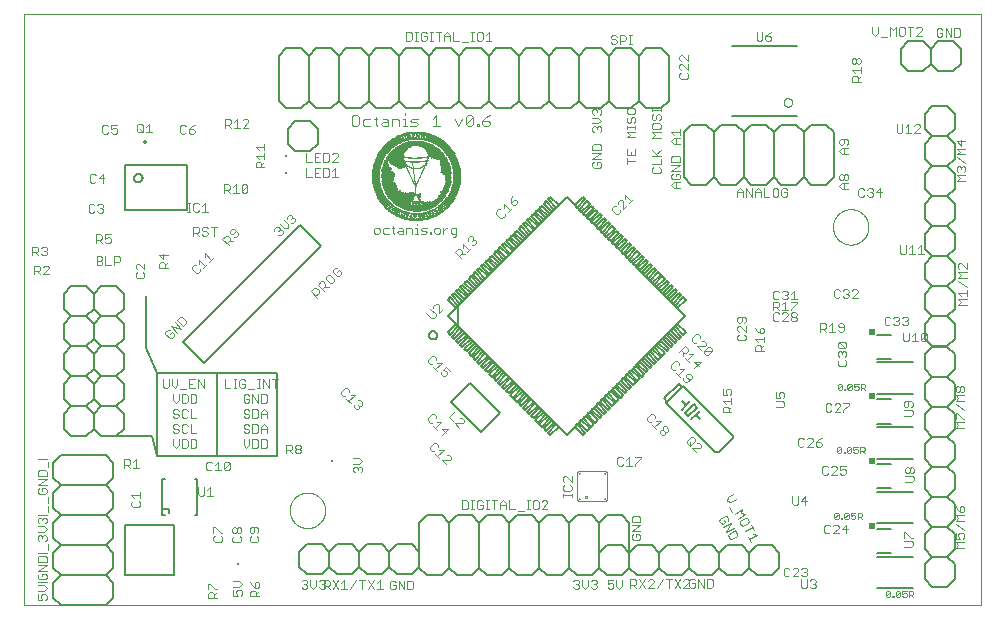
<source format=gto>
G75*
%MOIN*%
%OFA0B0*%
%FSLAX25Y25*%
%IPPOS*%
%LPD*%
%AMOC8*
5,1,8,0,0,1.08239X$1,22.5*
%
%ADD10C,0.00000*%
%ADD11C,0.00300*%
%ADD12R,0.03400X0.00100*%
%ADD13R,0.04800X0.00100*%
%ADD14R,0.05900X0.00100*%
%ADD15R,0.06800X0.00100*%
%ADD16R,0.07600X0.00100*%
%ADD17R,0.00100X0.00100*%
%ADD18R,0.00900X0.00100*%
%ADD19R,0.03200X0.00100*%
%ADD20R,0.03000X0.00100*%
%ADD21R,0.00400X0.00100*%
%ADD22R,0.00700X0.00100*%
%ADD23R,0.00500X0.00100*%
%ADD24R,0.02700X0.00100*%
%ADD25R,0.02300X0.00100*%
%ADD26R,0.00200X0.00100*%
%ADD27R,0.00600X0.00100*%
%ADD28R,0.02400X0.00100*%
%ADD29R,0.02200X0.00100*%
%ADD30R,0.02600X0.00100*%
%ADD31R,0.00300X0.00100*%
%ADD32R,0.01900X0.00100*%
%ADD33R,0.01800X0.00100*%
%ADD34R,0.00800X0.00100*%
%ADD35R,0.02000X0.00100*%
%ADD36R,0.01500X0.00100*%
%ADD37R,0.01600X0.00100*%
%ADD38R,0.01400X0.00100*%
%ADD39R,0.01100X0.00100*%
%ADD40R,0.01700X0.00100*%
%ADD41R,0.01300X0.00100*%
%ADD42R,0.01200X0.00100*%
%ADD43R,0.03700X0.00100*%
%ADD44R,0.05500X0.00100*%
%ADD45R,0.01000X0.00100*%
%ADD46R,0.08000X0.00100*%
%ADD47R,0.02100X0.00100*%
%ADD48R,0.02900X0.00100*%
%ADD49R,0.04200X0.00100*%
%ADD50R,0.05200X0.00100*%
%ADD51R,0.06000X0.00100*%
%ADD52R,0.06700X0.00100*%
%ADD53R,0.07400X0.00100*%
%ADD54R,0.08500X0.00100*%
%ADD55R,0.09000X0.00100*%
%ADD56R,0.09500X0.00100*%
%ADD57R,0.09900X0.00100*%
%ADD58R,0.10300X0.00100*%
%ADD59R,0.10700X0.00100*%
%ADD60R,0.11100X0.00100*%
%ADD61R,0.11500X0.00100*%
%ADD62R,0.11800X0.00100*%
%ADD63R,0.12200X0.00100*%
%ADD64R,0.12500X0.00100*%
%ADD65R,0.04100X0.00100*%
%ADD66R,0.08600X0.00100*%
%ADD67R,0.04500X0.00100*%
%ADD68R,0.04400X0.00100*%
%ADD69R,0.04600X0.00100*%
%ADD70R,0.04900X0.00100*%
%ADD71R,0.05100X0.00100*%
%ADD72R,0.05000X0.00100*%
%ADD73R,0.03500X0.00100*%
%ADD74R,0.05400X0.00100*%
%ADD75R,0.05600X0.00100*%
%ADD76R,0.05800X0.00100*%
%ADD77R,0.02800X0.00100*%
%ADD78R,0.06100X0.00100*%
%ADD79R,0.03300X0.00100*%
%ADD80R,0.06300X0.00100*%
%ADD81R,0.06400X0.00100*%
%ADD82R,0.06600X0.00100*%
%ADD83R,0.06900X0.00100*%
%ADD84R,0.07100X0.00100*%
%ADD85R,0.03100X0.00100*%
%ADD86R,0.07200X0.00100*%
%ADD87R,0.02500X0.00100*%
%ADD88R,0.07700X0.00100*%
%ADD89R,0.07900X0.00100*%
%ADD90R,0.08100X0.00100*%
%ADD91R,0.08200X0.00100*%
%ADD92R,0.08300X0.00100*%
%ADD93R,0.08400X0.00100*%
%ADD94R,0.08800X0.00100*%
%ADD95R,0.09200X0.00100*%
%ADD96R,0.09300X0.00100*%
%ADD97R,0.09400X0.00100*%
%ADD98R,0.09600X0.00100*%
%ADD99R,0.11300X0.00100*%
%ADD100R,0.11400X0.00100*%
%ADD101R,0.10500X0.00100*%
%ADD102R,0.10100X0.00100*%
%ADD103R,0.10200X0.00100*%
%ADD104R,0.06500X0.00100*%
%ADD105R,0.06200X0.00100*%
%ADD106R,0.04700X0.00100*%
%ADD107R,0.03900X0.00100*%
%ADD108R,0.03600X0.00100*%
%ADD109R,0.04000X0.00100*%
%ADD110R,0.04300X0.00100*%
%ADD111R,0.05300X0.00100*%
%ADD112R,0.07000X0.00100*%
%ADD113R,0.05700X0.00100*%
%ADD114R,0.03800X0.00100*%
%ADD115C,0.00600*%
%ADD116C,0.00500*%
%ADD117R,0.00984X0.00984*%
%ADD118C,0.00200*%
%ADD119C,0.00197*%
%ADD120C,0.00079*%
%ADD121C,0.01378*%
%ADD122R,0.02000X0.02000*%
%ADD123C,0.00400*%
D10*
X0007131Y0012652D02*
X0007131Y0209502D01*
X0326029Y0209502D01*
X0326029Y0012652D01*
X0007131Y0012652D01*
X0095714Y0044148D02*
X0095716Y0044301D01*
X0095722Y0044455D01*
X0095732Y0044608D01*
X0095746Y0044760D01*
X0095764Y0044913D01*
X0095786Y0045064D01*
X0095811Y0045215D01*
X0095841Y0045366D01*
X0095875Y0045516D01*
X0095912Y0045664D01*
X0095953Y0045812D01*
X0095998Y0045958D01*
X0096047Y0046104D01*
X0096100Y0046248D01*
X0096156Y0046390D01*
X0096216Y0046531D01*
X0096280Y0046671D01*
X0096347Y0046809D01*
X0096418Y0046945D01*
X0096493Y0047079D01*
X0096570Y0047211D01*
X0096652Y0047341D01*
X0096736Y0047469D01*
X0096824Y0047595D01*
X0096915Y0047718D01*
X0097009Y0047839D01*
X0097107Y0047957D01*
X0097207Y0048073D01*
X0097311Y0048186D01*
X0097417Y0048297D01*
X0097526Y0048405D01*
X0097638Y0048510D01*
X0097752Y0048611D01*
X0097870Y0048710D01*
X0097989Y0048806D01*
X0098111Y0048899D01*
X0098236Y0048988D01*
X0098363Y0049075D01*
X0098492Y0049157D01*
X0098623Y0049237D01*
X0098756Y0049313D01*
X0098891Y0049386D01*
X0099028Y0049455D01*
X0099167Y0049520D01*
X0099307Y0049582D01*
X0099449Y0049640D01*
X0099592Y0049695D01*
X0099737Y0049746D01*
X0099883Y0049793D01*
X0100030Y0049836D01*
X0100178Y0049875D01*
X0100327Y0049911D01*
X0100477Y0049942D01*
X0100628Y0049970D01*
X0100779Y0049994D01*
X0100932Y0050014D01*
X0101084Y0050030D01*
X0101237Y0050042D01*
X0101390Y0050050D01*
X0101543Y0050054D01*
X0101697Y0050054D01*
X0101850Y0050050D01*
X0102003Y0050042D01*
X0102156Y0050030D01*
X0102308Y0050014D01*
X0102461Y0049994D01*
X0102612Y0049970D01*
X0102763Y0049942D01*
X0102913Y0049911D01*
X0103062Y0049875D01*
X0103210Y0049836D01*
X0103357Y0049793D01*
X0103503Y0049746D01*
X0103648Y0049695D01*
X0103791Y0049640D01*
X0103933Y0049582D01*
X0104073Y0049520D01*
X0104212Y0049455D01*
X0104349Y0049386D01*
X0104484Y0049313D01*
X0104617Y0049237D01*
X0104748Y0049157D01*
X0104877Y0049075D01*
X0105004Y0048988D01*
X0105129Y0048899D01*
X0105251Y0048806D01*
X0105370Y0048710D01*
X0105488Y0048611D01*
X0105602Y0048510D01*
X0105714Y0048405D01*
X0105823Y0048297D01*
X0105929Y0048186D01*
X0106033Y0048073D01*
X0106133Y0047957D01*
X0106231Y0047839D01*
X0106325Y0047718D01*
X0106416Y0047595D01*
X0106504Y0047469D01*
X0106588Y0047341D01*
X0106670Y0047211D01*
X0106747Y0047079D01*
X0106822Y0046945D01*
X0106893Y0046809D01*
X0106960Y0046671D01*
X0107024Y0046531D01*
X0107084Y0046390D01*
X0107140Y0046248D01*
X0107193Y0046104D01*
X0107242Y0045958D01*
X0107287Y0045812D01*
X0107328Y0045664D01*
X0107365Y0045516D01*
X0107399Y0045366D01*
X0107429Y0045215D01*
X0107454Y0045064D01*
X0107476Y0044913D01*
X0107494Y0044760D01*
X0107508Y0044608D01*
X0107518Y0044455D01*
X0107524Y0044301D01*
X0107526Y0044148D01*
X0107524Y0043995D01*
X0107518Y0043841D01*
X0107508Y0043688D01*
X0107494Y0043536D01*
X0107476Y0043383D01*
X0107454Y0043232D01*
X0107429Y0043081D01*
X0107399Y0042930D01*
X0107365Y0042780D01*
X0107328Y0042632D01*
X0107287Y0042484D01*
X0107242Y0042338D01*
X0107193Y0042192D01*
X0107140Y0042048D01*
X0107084Y0041906D01*
X0107024Y0041765D01*
X0106960Y0041625D01*
X0106893Y0041487D01*
X0106822Y0041351D01*
X0106747Y0041217D01*
X0106670Y0041085D01*
X0106588Y0040955D01*
X0106504Y0040827D01*
X0106416Y0040701D01*
X0106325Y0040578D01*
X0106231Y0040457D01*
X0106133Y0040339D01*
X0106033Y0040223D01*
X0105929Y0040110D01*
X0105823Y0039999D01*
X0105714Y0039891D01*
X0105602Y0039786D01*
X0105488Y0039685D01*
X0105370Y0039586D01*
X0105251Y0039490D01*
X0105129Y0039397D01*
X0105004Y0039308D01*
X0104877Y0039221D01*
X0104748Y0039139D01*
X0104617Y0039059D01*
X0104484Y0038983D01*
X0104349Y0038910D01*
X0104212Y0038841D01*
X0104073Y0038776D01*
X0103933Y0038714D01*
X0103791Y0038656D01*
X0103648Y0038601D01*
X0103503Y0038550D01*
X0103357Y0038503D01*
X0103210Y0038460D01*
X0103062Y0038421D01*
X0102913Y0038385D01*
X0102763Y0038354D01*
X0102612Y0038326D01*
X0102461Y0038302D01*
X0102308Y0038282D01*
X0102156Y0038266D01*
X0102003Y0038254D01*
X0101850Y0038246D01*
X0101697Y0038242D01*
X0101543Y0038242D01*
X0101390Y0038246D01*
X0101237Y0038254D01*
X0101084Y0038266D01*
X0100932Y0038282D01*
X0100779Y0038302D01*
X0100628Y0038326D01*
X0100477Y0038354D01*
X0100327Y0038385D01*
X0100178Y0038421D01*
X0100030Y0038460D01*
X0099883Y0038503D01*
X0099737Y0038550D01*
X0099592Y0038601D01*
X0099449Y0038656D01*
X0099307Y0038714D01*
X0099167Y0038776D01*
X0099028Y0038841D01*
X0098891Y0038910D01*
X0098756Y0038983D01*
X0098623Y0039059D01*
X0098492Y0039139D01*
X0098363Y0039221D01*
X0098236Y0039308D01*
X0098111Y0039397D01*
X0097989Y0039490D01*
X0097870Y0039586D01*
X0097752Y0039685D01*
X0097638Y0039786D01*
X0097526Y0039891D01*
X0097417Y0039999D01*
X0097311Y0040110D01*
X0097207Y0040223D01*
X0097107Y0040339D01*
X0097009Y0040457D01*
X0096915Y0040578D01*
X0096824Y0040701D01*
X0096736Y0040827D01*
X0096652Y0040955D01*
X0096570Y0041085D01*
X0096493Y0041217D01*
X0096418Y0041351D01*
X0096347Y0041487D01*
X0096280Y0041625D01*
X0096216Y0041765D01*
X0096156Y0041906D01*
X0096100Y0042048D01*
X0096047Y0042192D01*
X0095998Y0042338D01*
X0095953Y0042484D01*
X0095912Y0042632D01*
X0095875Y0042780D01*
X0095841Y0042930D01*
X0095811Y0043081D01*
X0095786Y0043232D01*
X0095764Y0043383D01*
X0095746Y0043536D01*
X0095732Y0043688D01*
X0095722Y0043841D01*
X0095716Y0043995D01*
X0095714Y0044148D01*
X0276816Y0138636D02*
X0276818Y0138789D01*
X0276824Y0138943D01*
X0276834Y0139096D01*
X0276848Y0139248D01*
X0276866Y0139401D01*
X0276888Y0139552D01*
X0276913Y0139703D01*
X0276943Y0139854D01*
X0276977Y0140004D01*
X0277014Y0140152D01*
X0277055Y0140300D01*
X0277100Y0140446D01*
X0277149Y0140592D01*
X0277202Y0140736D01*
X0277258Y0140878D01*
X0277318Y0141019D01*
X0277382Y0141159D01*
X0277449Y0141297D01*
X0277520Y0141433D01*
X0277595Y0141567D01*
X0277672Y0141699D01*
X0277754Y0141829D01*
X0277838Y0141957D01*
X0277926Y0142083D01*
X0278017Y0142206D01*
X0278111Y0142327D01*
X0278209Y0142445D01*
X0278309Y0142561D01*
X0278413Y0142674D01*
X0278519Y0142785D01*
X0278628Y0142893D01*
X0278740Y0142998D01*
X0278854Y0143099D01*
X0278972Y0143198D01*
X0279091Y0143294D01*
X0279213Y0143387D01*
X0279338Y0143476D01*
X0279465Y0143563D01*
X0279594Y0143645D01*
X0279725Y0143725D01*
X0279858Y0143801D01*
X0279993Y0143874D01*
X0280130Y0143943D01*
X0280269Y0144008D01*
X0280409Y0144070D01*
X0280551Y0144128D01*
X0280694Y0144183D01*
X0280839Y0144234D01*
X0280985Y0144281D01*
X0281132Y0144324D01*
X0281280Y0144363D01*
X0281429Y0144399D01*
X0281579Y0144430D01*
X0281730Y0144458D01*
X0281881Y0144482D01*
X0282034Y0144502D01*
X0282186Y0144518D01*
X0282339Y0144530D01*
X0282492Y0144538D01*
X0282645Y0144542D01*
X0282799Y0144542D01*
X0282952Y0144538D01*
X0283105Y0144530D01*
X0283258Y0144518D01*
X0283410Y0144502D01*
X0283563Y0144482D01*
X0283714Y0144458D01*
X0283865Y0144430D01*
X0284015Y0144399D01*
X0284164Y0144363D01*
X0284312Y0144324D01*
X0284459Y0144281D01*
X0284605Y0144234D01*
X0284750Y0144183D01*
X0284893Y0144128D01*
X0285035Y0144070D01*
X0285175Y0144008D01*
X0285314Y0143943D01*
X0285451Y0143874D01*
X0285586Y0143801D01*
X0285719Y0143725D01*
X0285850Y0143645D01*
X0285979Y0143563D01*
X0286106Y0143476D01*
X0286231Y0143387D01*
X0286353Y0143294D01*
X0286472Y0143198D01*
X0286590Y0143099D01*
X0286704Y0142998D01*
X0286816Y0142893D01*
X0286925Y0142785D01*
X0287031Y0142674D01*
X0287135Y0142561D01*
X0287235Y0142445D01*
X0287333Y0142327D01*
X0287427Y0142206D01*
X0287518Y0142083D01*
X0287606Y0141957D01*
X0287690Y0141829D01*
X0287772Y0141699D01*
X0287849Y0141567D01*
X0287924Y0141433D01*
X0287995Y0141297D01*
X0288062Y0141159D01*
X0288126Y0141019D01*
X0288186Y0140878D01*
X0288242Y0140736D01*
X0288295Y0140592D01*
X0288344Y0140446D01*
X0288389Y0140300D01*
X0288430Y0140152D01*
X0288467Y0140004D01*
X0288501Y0139854D01*
X0288531Y0139703D01*
X0288556Y0139552D01*
X0288578Y0139401D01*
X0288596Y0139248D01*
X0288610Y0139096D01*
X0288620Y0138943D01*
X0288626Y0138789D01*
X0288628Y0138636D01*
X0288626Y0138483D01*
X0288620Y0138329D01*
X0288610Y0138176D01*
X0288596Y0138024D01*
X0288578Y0137871D01*
X0288556Y0137720D01*
X0288531Y0137569D01*
X0288501Y0137418D01*
X0288467Y0137268D01*
X0288430Y0137120D01*
X0288389Y0136972D01*
X0288344Y0136826D01*
X0288295Y0136680D01*
X0288242Y0136536D01*
X0288186Y0136394D01*
X0288126Y0136253D01*
X0288062Y0136113D01*
X0287995Y0135975D01*
X0287924Y0135839D01*
X0287849Y0135705D01*
X0287772Y0135573D01*
X0287690Y0135443D01*
X0287606Y0135315D01*
X0287518Y0135189D01*
X0287427Y0135066D01*
X0287333Y0134945D01*
X0287235Y0134827D01*
X0287135Y0134711D01*
X0287031Y0134598D01*
X0286925Y0134487D01*
X0286816Y0134379D01*
X0286704Y0134274D01*
X0286590Y0134173D01*
X0286472Y0134074D01*
X0286353Y0133978D01*
X0286231Y0133885D01*
X0286106Y0133796D01*
X0285979Y0133709D01*
X0285850Y0133627D01*
X0285719Y0133547D01*
X0285586Y0133471D01*
X0285451Y0133398D01*
X0285314Y0133329D01*
X0285175Y0133264D01*
X0285035Y0133202D01*
X0284893Y0133144D01*
X0284750Y0133089D01*
X0284605Y0133038D01*
X0284459Y0132991D01*
X0284312Y0132948D01*
X0284164Y0132909D01*
X0284015Y0132873D01*
X0283865Y0132842D01*
X0283714Y0132814D01*
X0283563Y0132790D01*
X0283410Y0132770D01*
X0283258Y0132754D01*
X0283105Y0132742D01*
X0282952Y0132734D01*
X0282799Y0132730D01*
X0282645Y0132730D01*
X0282492Y0132734D01*
X0282339Y0132742D01*
X0282186Y0132754D01*
X0282034Y0132770D01*
X0281881Y0132790D01*
X0281730Y0132814D01*
X0281579Y0132842D01*
X0281429Y0132873D01*
X0281280Y0132909D01*
X0281132Y0132948D01*
X0280985Y0132991D01*
X0280839Y0133038D01*
X0280694Y0133089D01*
X0280551Y0133144D01*
X0280409Y0133202D01*
X0280269Y0133264D01*
X0280130Y0133329D01*
X0279993Y0133398D01*
X0279858Y0133471D01*
X0279725Y0133547D01*
X0279594Y0133627D01*
X0279465Y0133709D01*
X0279338Y0133796D01*
X0279213Y0133885D01*
X0279091Y0133978D01*
X0278972Y0134074D01*
X0278854Y0134173D01*
X0278740Y0134274D01*
X0278628Y0134379D01*
X0278519Y0134487D01*
X0278413Y0134598D01*
X0278309Y0134711D01*
X0278209Y0134827D01*
X0278111Y0134945D01*
X0278017Y0135066D01*
X0277926Y0135189D01*
X0277838Y0135315D01*
X0277754Y0135443D01*
X0277672Y0135573D01*
X0277595Y0135705D01*
X0277520Y0135839D01*
X0277449Y0135975D01*
X0277382Y0136113D01*
X0277318Y0136253D01*
X0277258Y0136394D01*
X0277202Y0136536D01*
X0277149Y0136680D01*
X0277100Y0136826D01*
X0277055Y0136972D01*
X0277014Y0137120D01*
X0276977Y0137268D01*
X0276943Y0137418D01*
X0276913Y0137569D01*
X0276888Y0137720D01*
X0276866Y0137871D01*
X0276848Y0138024D01*
X0276834Y0138176D01*
X0276824Y0138329D01*
X0276818Y0138483D01*
X0276816Y0138636D01*
D11*
X0285749Y0148670D02*
X0286716Y0148670D01*
X0287200Y0149154D01*
X0288211Y0149154D02*
X0288695Y0148670D01*
X0289663Y0148670D01*
X0290146Y0149154D01*
X0290146Y0149638D01*
X0289663Y0150122D01*
X0289179Y0150122D01*
X0289663Y0150122D02*
X0290146Y0150605D01*
X0290146Y0151089D01*
X0289663Y0151573D01*
X0288695Y0151573D01*
X0288211Y0151089D01*
X0287200Y0151089D02*
X0286716Y0151573D01*
X0285749Y0151573D01*
X0285265Y0151089D01*
X0285265Y0149154D01*
X0285749Y0148670D01*
X0281881Y0151234D02*
X0279947Y0151234D01*
X0278979Y0152201D01*
X0279947Y0153169D01*
X0281881Y0153169D01*
X0281398Y0154180D02*
X0280914Y0154180D01*
X0280430Y0154664D01*
X0280430Y0155632D01*
X0280914Y0156115D01*
X0281398Y0156115D01*
X0281881Y0155632D01*
X0281881Y0154664D01*
X0281398Y0154180D01*
X0280430Y0154664D02*
X0279947Y0154180D01*
X0279463Y0154180D01*
X0278979Y0154664D01*
X0278979Y0155632D01*
X0279463Y0156115D01*
X0279947Y0156115D01*
X0280430Y0155632D01*
X0280430Y0153169D02*
X0280430Y0151234D01*
X0291158Y0150122D02*
X0293093Y0150122D01*
X0292609Y0151573D02*
X0291158Y0150122D01*
X0292609Y0148670D02*
X0292609Y0151573D01*
X0281881Y0163020D02*
X0279947Y0163020D01*
X0278979Y0163987D01*
X0279947Y0164955D01*
X0281881Y0164955D01*
X0281398Y0165966D02*
X0281881Y0166450D01*
X0281881Y0167418D01*
X0281398Y0167901D01*
X0279463Y0167901D01*
X0278979Y0167418D01*
X0278979Y0166450D01*
X0279463Y0165966D01*
X0279947Y0165966D01*
X0280430Y0166450D01*
X0280430Y0167901D01*
X0280430Y0164955D02*
X0280430Y0163020D01*
X0298050Y0170391D02*
X0298534Y0169907D01*
X0299501Y0169907D01*
X0299985Y0170391D01*
X0299985Y0172810D01*
X0300997Y0171842D02*
X0301964Y0172810D01*
X0301964Y0169907D01*
X0300997Y0169907D02*
X0302931Y0169907D01*
X0303943Y0169907D02*
X0305878Y0171842D01*
X0305878Y0172326D01*
X0305394Y0172810D01*
X0304427Y0172810D01*
X0303943Y0172326D01*
X0303943Y0169907D02*
X0305878Y0169907D01*
X0298050Y0170391D02*
X0298050Y0172810D01*
X0286051Y0187094D02*
X0283149Y0187094D01*
X0283149Y0188546D01*
X0283632Y0189029D01*
X0284600Y0189029D01*
X0285084Y0188546D01*
X0285084Y0187094D01*
X0285084Y0188062D02*
X0286051Y0189029D01*
X0286051Y0190041D02*
X0286051Y0191976D01*
X0286051Y0191008D02*
X0283149Y0191008D01*
X0284116Y0190041D01*
X0284116Y0192988D02*
X0283632Y0192988D01*
X0283149Y0193471D01*
X0283149Y0194439D01*
X0283632Y0194923D01*
X0284116Y0194923D01*
X0284600Y0194439D01*
X0284600Y0193471D01*
X0284116Y0192988D01*
X0284600Y0193471D02*
X0285084Y0192988D01*
X0285567Y0192988D01*
X0286051Y0193471D01*
X0286051Y0194439D01*
X0285567Y0194923D01*
X0285084Y0194923D01*
X0284600Y0194439D01*
X0290856Y0202404D02*
X0291824Y0203372D01*
X0291824Y0205307D01*
X0289889Y0205307D02*
X0289889Y0203372D01*
X0290856Y0202404D01*
X0292836Y0201921D02*
X0294770Y0201921D01*
X0295782Y0202404D02*
X0295782Y0205307D01*
X0296750Y0204339D01*
X0297717Y0205307D01*
X0297717Y0202404D01*
X0298729Y0202888D02*
X0299212Y0202404D01*
X0300180Y0202404D01*
X0300664Y0202888D01*
X0300664Y0204823D01*
X0300180Y0205307D01*
X0299212Y0205307D01*
X0298729Y0204823D01*
X0298729Y0202888D01*
X0301675Y0205307D02*
X0303610Y0205307D01*
X0302643Y0205307D02*
X0302643Y0202404D01*
X0304622Y0202404D02*
X0306557Y0204339D01*
X0306557Y0204823D01*
X0306073Y0205307D01*
X0305105Y0205307D01*
X0304622Y0204823D01*
X0304622Y0202404D02*
X0306557Y0202404D01*
X0311381Y0202449D02*
X0311865Y0201965D01*
X0312833Y0201965D01*
X0313316Y0202449D01*
X0313316Y0203416D01*
X0312349Y0203416D01*
X0311381Y0204384D02*
X0311381Y0202449D01*
X0311381Y0204384D02*
X0311865Y0204867D01*
X0312833Y0204867D01*
X0313316Y0204384D01*
X0314328Y0204867D02*
X0316263Y0201965D01*
X0316263Y0204867D01*
X0317275Y0204867D02*
X0317275Y0201965D01*
X0318726Y0201965D01*
X0319210Y0202449D01*
X0319210Y0204384D01*
X0318726Y0204867D01*
X0317275Y0204867D01*
X0314328Y0204867D02*
X0314328Y0201965D01*
X0319530Y0167686D02*
X0319530Y0165751D01*
X0318079Y0167202D01*
X0320981Y0167202D01*
X0320981Y0164739D02*
X0318079Y0164739D01*
X0319047Y0163772D01*
X0318079Y0162805D01*
X0320981Y0162805D01*
X0320981Y0159858D02*
X0318079Y0161793D01*
X0318563Y0158846D02*
X0319047Y0158846D01*
X0319530Y0158363D01*
X0320014Y0158846D01*
X0320498Y0158846D01*
X0320981Y0158363D01*
X0320981Y0157395D01*
X0320498Y0156911D01*
X0320981Y0155900D02*
X0318079Y0155900D01*
X0319047Y0154932D01*
X0318079Y0153965D01*
X0320981Y0153965D01*
X0318563Y0156911D02*
X0318079Y0157395D01*
X0318079Y0158363D01*
X0318563Y0158846D01*
X0319530Y0158363D02*
X0319530Y0157879D01*
X0306111Y0132510D02*
X0306111Y0129607D01*
X0307078Y0129607D02*
X0305143Y0129607D01*
X0304131Y0129607D02*
X0302197Y0129607D01*
X0303164Y0129607D02*
X0303164Y0132510D01*
X0302197Y0131542D01*
X0301185Y0132510D02*
X0301185Y0130091D01*
X0300701Y0129607D01*
X0299734Y0129607D01*
X0299250Y0130091D01*
X0299250Y0132510D01*
X0305143Y0131542D02*
X0306111Y0132510D01*
X0318479Y0126002D02*
X0318479Y0125035D01*
X0318963Y0124551D01*
X0318479Y0123539D02*
X0321381Y0123539D01*
X0321381Y0124551D02*
X0319447Y0126486D01*
X0318963Y0126486D01*
X0318479Y0126002D01*
X0318479Y0123539D02*
X0319447Y0122572D01*
X0318479Y0121605D01*
X0321381Y0121605D01*
X0321381Y0124551D02*
X0321381Y0126486D01*
X0318479Y0120593D02*
X0321381Y0118658D01*
X0321381Y0117646D02*
X0321381Y0115711D01*
X0321381Y0116679D02*
X0318479Y0116679D01*
X0319447Y0115711D01*
X0318479Y0114700D02*
X0321381Y0114700D01*
X0321381Y0112765D02*
X0318479Y0112765D01*
X0319447Y0113732D01*
X0318479Y0114700D01*
X0307526Y0103367D02*
X0306558Y0103367D01*
X0306075Y0102884D01*
X0306075Y0100949D01*
X0308010Y0102884D01*
X0308010Y0100949D01*
X0307526Y0100465D01*
X0306558Y0100465D01*
X0306075Y0100949D01*
X0305063Y0100465D02*
X0303128Y0100465D01*
X0304095Y0100465D02*
X0304095Y0103367D01*
X0303128Y0102400D01*
X0302116Y0103367D02*
X0302116Y0100949D01*
X0301633Y0100465D01*
X0300665Y0100465D01*
X0300181Y0100949D01*
X0300181Y0103367D01*
X0300413Y0105848D02*
X0299929Y0106332D01*
X0300413Y0105848D02*
X0301381Y0105848D01*
X0301864Y0106332D01*
X0301864Y0106816D01*
X0301381Y0107300D01*
X0300897Y0107300D01*
X0301381Y0107300D02*
X0301864Y0107783D01*
X0301864Y0108267D01*
X0301381Y0108751D01*
X0300413Y0108751D01*
X0299929Y0108267D01*
X0298918Y0108267D02*
X0298918Y0107783D01*
X0298434Y0107300D01*
X0298918Y0106816D01*
X0298918Y0106332D01*
X0298434Y0105848D01*
X0297467Y0105848D01*
X0296983Y0106332D01*
X0295971Y0106332D02*
X0295488Y0105848D01*
X0294520Y0105848D01*
X0294036Y0106332D01*
X0294036Y0108267D01*
X0294520Y0108751D01*
X0295488Y0108751D01*
X0295971Y0108267D01*
X0296983Y0108267D02*
X0297467Y0108751D01*
X0298434Y0108751D01*
X0298918Y0108267D01*
X0298434Y0107300D02*
X0297950Y0107300D01*
X0307526Y0103367D02*
X0308010Y0102884D01*
X0318163Y0085486D02*
X0318647Y0085486D01*
X0319130Y0085002D01*
X0319130Y0084035D01*
X0318647Y0083551D01*
X0318163Y0083551D01*
X0317679Y0084035D01*
X0317679Y0085002D01*
X0318163Y0085486D01*
X0319130Y0085002D02*
X0319614Y0085486D01*
X0320098Y0085486D01*
X0320581Y0085002D01*
X0320581Y0084035D01*
X0320098Y0083551D01*
X0319614Y0083551D01*
X0319130Y0084035D01*
X0317679Y0082539D02*
X0320581Y0082539D01*
X0320581Y0080605D02*
X0317679Y0080605D01*
X0318647Y0081572D01*
X0317679Y0082539D01*
X0317679Y0079593D02*
X0320581Y0077658D01*
X0318163Y0076646D02*
X0320098Y0074711D01*
X0320581Y0074711D01*
X0320581Y0073700D02*
X0317679Y0073700D01*
X0318647Y0072732D01*
X0317679Y0071765D01*
X0320581Y0071765D01*
X0317679Y0074711D02*
X0317679Y0076646D01*
X0318163Y0076646D01*
X0303381Y0077123D02*
X0303381Y0076156D01*
X0302898Y0075672D01*
X0300479Y0075672D01*
X0300479Y0077607D02*
X0302898Y0077607D01*
X0303381Y0077123D01*
X0302898Y0078618D02*
X0303381Y0079102D01*
X0303381Y0080070D01*
X0302898Y0080553D01*
X0300963Y0080553D01*
X0300479Y0080070D01*
X0300479Y0079102D01*
X0300963Y0078618D01*
X0301447Y0078618D01*
X0301930Y0079102D01*
X0301930Y0080553D01*
X0282210Y0079867D02*
X0282210Y0079384D01*
X0280275Y0077449D01*
X0280275Y0076965D01*
X0279263Y0076965D02*
X0277328Y0076965D01*
X0279263Y0078900D01*
X0279263Y0079384D01*
X0278779Y0079867D01*
X0277812Y0079867D01*
X0277328Y0079384D01*
X0276316Y0079384D02*
X0275833Y0079867D01*
X0274865Y0079867D01*
X0274381Y0079384D01*
X0274381Y0077449D01*
X0274865Y0076965D01*
X0275833Y0076965D01*
X0276316Y0077449D01*
X0280275Y0079867D02*
X0282210Y0079867D01*
X0280798Y0092365D02*
X0278863Y0092365D01*
X0278379Y0092849D01*
X0278379Y0093816D01*
X0278863Y0094300D01*
X0278863Y0095311D02*
X0278379Y0095795D01*
X0278379Y0096763D01*
X0278863Y0097246D01*
X0279347Y0097246D01*
X0279830Y0096763D01*
X0280314Y0097246D01*
X0280798Y0097246D01*
X0281281Y0096763D01*
X0281281Y0095795D01*
X0280798Y0095311D01*
X0280798Y0094300D02*
X0281281Y0093816D01*
X0281281Y0092849D01*
X0280798Y0092365D01*
X0279830Y0096279D02*
X0279830Y0096763D01*
X0278863Y0098258D02*
X0278379Y0098742D01*
X0278379Y0099709D01*
X0278863Y0100193D01*
X0280798Y0098258D01*
X0281281Y0098742D01*
X0281281Y0099709D01*
X0280798Y0100193D01*
X0278863Y0100193D01*
X0278863Y0098258D02*
X0280798Y0098258D01*
X0279986Y0103665D02*
X0280470Y0104149D01*
X0280470Y0106084D01*
X0279986Y0106567D01*
X0279019Y0106567D01*
X0278535Y0106084D01*
X0278535Y0105600D01*
X0279019Y0105116D01*
X0280470Y0105116D01*
X0279986Y0103665D02*
X0279019Y0103665D01*
X0278535Y0104149D01*
X0277523Y0103665D02*
X0275588Y0103665D01*
X0276556Y0103665D02*
X0276556Y0106567D01*
X0275588Y0105600D01*
X0274577Y0106084D02*
X0274577Y0105116D01*
X0274093Y0104632D01*
X0272642Y0104632D01*
X0272642Y0103665D02*
X0272642Y0106567D01*
X0274093Y0106567D01*
X0274577Y0106084D01*
X0273609Y0104632D02*
X0274577Y0103665D01*
X0264710Y0107749D02*
X0264226Y0107265D01*
X0263258Y0107265D01*
X0262775Y0107749D01*
X0262775Y0108232D01*
X0263258Y0108716D01*
X0264226Y0108716D01*
X0264710Y0108232D01*
X0264710Y0107749D01*
X0264226Y0108716D02*
X0264710Y0109200D01*
X0264710Y0109684D01*
X0264226Y0110167D01*
X0263258Y0110167D01*
X0262775Y0109684D01*
X0262775Y0109200D01*
X0263258Y0108716D01*
X0261763Y0109200D02*
X0261763Y0109684D01*
X0261279Y0110167D01*
X0260312Y0110167D01*
X0259828Y0109684D01*
X0258816Y0109684D02*
X0258333Y0110167D01*
X0257365Y0110167D01*
X0256881Y0109684D01*
X0256881Y0107749D01*
X0257365Y0107265D01*
X0258333Y0107265D01*
X0258816Y0107749D01*
X0259828Y0107265D02*
X0261763Y0109200D01*
X0261763Y0110865D02*
X0259828Y0110865D01*
X0260795Y0110865D02*
X0260795Y0113767D01*
X0259828Y0112800D01*
X0258816Y0113284D02*
X0258816Y0112316D01*
X0258333Y0111832D01*
X0256881Y0111832D01*
X0256881Y0110865D02*
X0256881Y0113767D01*
X0258333Y0113767D01*
X0258816Y0113284D01*
X0258333Y0114465D02*
X0258816Y0114949D01*
X0258333Y0114465D02*
X0257365Y0114465D01*
X0256881Y0114949D01*
X0256881Y0116884D01*
X0257365Y0117367D01*
X0258333Y0117367D01*
X0258816Y0116884D01*
X0259828Y0116884D02*
X0260312Y0117367D01*
X0261279Y0117367D01*
X0261763Y0116884D01*
X0261763Y0116400D01*
X0261279Y0115916D01*
X0261763Y0115432D01*
X0261763Y0114949D01*
X0261279Y0114465D01*
X0260312Y0114465D01*
X0259828Y0114949D01*
X0260795Y0115916D02*
X0261279Y0115916D01*
X0262775Y0116400D02*
X0263742Y0117367D01*
X0263742Y0114465D01*
X0262775Y0114465D02*
X0264710Y0114465D01*
X0264710Y0113767D02*
X0264710Y0113284D01*
X0262775Y0111349D01*
X0262775Y0110865D01*
X0261763Y0107265D02*
X0259828Y0107265D01*
X0258816Y0110865D02*
X0257849Y0111832D01*
X0262775Y0113767D02*
X0264710Y0113767D01*
X0277181Y0115449D02*
X0277665Y0114965D01*
X0278633Y0114965D01*
X0279116Y0115449D01*
X0280128Y0115449D02*
X0280612Y0114965D01*
X0281579Y0114965D01*
X0282063Y0115449D01*
X0282063Y0115932D01*
X0281579Y0116416D01*
X0281095Y0116416D01*
X0281579Y0116416D02*
X0282063Y0116900D01*
X0282063Y0117384D01*
X0281579Y0117867D01*
X0280612Y0117867D01*
X0280128Y0117384D01*
X0279116Y0117384D02*
X0278633Y0117867D01*
X0277665Y0117867D01*
X0277181Y0117384D01*
X0277181Y0115449D01*
X0283075Y0114965D02*
X0285010Y0116900D01*
X0285010Y0117384D01*
X0284526Y0117867D01*
X0283558Y0117867D01*
X0283075Y0117384D01*
X0283075Y0114965D02*
X0285010Y0114965D01*
X0253781Y0104570D02*
X0253781Y0103602D01*
X0253298Y0103118D01*
X0252330Y0103118D01*
X0252330Y0104570D01*
X0252814Y0105053D01*
X0253298Y0105053D01*
X0253781Y0104570D01*
X0252330Y0103118D02*
X0251363Y0104086D01*
X0250879Y0105053D01*
X0247781Y0105707D02*
X0247781Y0103772D01*
X0245847Y0105707D01*
X0245363Y0105707D01*
X0244879Y0105223D01*
X0244879Y0104256D01*
X0245363Y0103772D01*
X0245363Y0102760D02*
X0244879Y0102277D01*
X0244879Y0101309D01*
X0245363Y0100825D01*
X0247298Y0100825D01*
X0247781Y0101309D01*
X0247781Y0102277D01*
X0247298Y0102760D01*
X0250879Y0101139D02*
X0253781Y0101139D01*
X0253781Y0100172D02*
X0253781Y0102107D01*
X0251847Y0100172D02*
X0250879Y0101139D01*
X0251363Y0099160D02*
X0252330Y0099160D01*
X0252814Y0098677D01*
X0252814Y0097225D01*
X0253781Y0097225D02*
X0250879Y0097225D01*
X0250879Y0098677D01*
X0251363Y0099160D01*
X0252814Y0098193D02*
X0253781Y0099160D01*
X0247298Y0106718D02*
X0247781Y0107202D01*
X0247781Y0108170D01*
X0247298Y0108653D01*
X0245363Y0108653D01*
X0244879Y0108170D01*
X0244879Y0107202D01*
X0245363Y0106718D01*
X0245847Y0106718D01*
X0246330Y0107202D01*
X0246330Y0108653D01*
X0234506Y0100058D02*
X0233822Y0100742D01*
X0233137Y0100742D01*
X0232422Y0101457D02*
X0232422Y0102141D01*
X0231738Y0102825D01*
X0231054Y0102825D01*
X0229686Y0101457D01*
X0229686Y0100773D01*
X0230370Y0100089D01*
X0231054Y0100089D01*
X0231427Y0099031D02*
X0234164Y0099031D01*
X0234506Y0099373D01*
X0234506Y0100058D01*
X0235221Y0098658D02*
X0233853Y0097290D01*
X0236589Y0097290D01*
X0235221Y0095922D01*
X0234537Y0095922D01*
X0233853Y0096606D01*
X0233853Y0097290D01*
X0232795Y0097663D02*
X0231427Y0099031D01*
X0228522Y0097941D02*
X0228522Y0097257D01*
X0227838Y0096573D01*
X0227154Y0096573D01*
X0226128Y0097599D01*
X0226812Y0096915D02*
X0226812Y0095547D01*
X0227527Y0094831D02*
X0228895Y0093463D01*
X0228211Y0094147D02*
X0230264Y0096200D01*
X0228895Y0096200D01*
X0228522Y0097941D02*
X0227496Y0098967D01*
X0225444Y0096915D01*
X0224838Y0093825D02*
X0224154Y0093825D01*
X0222786Y0092457D01*
X0222786Y0091773D01*
X0223470Y0091089D01*
X0224154Y0091089D01*
X0224527Y0090031D02*
X0225895Y0088663D01*
X0225211Y0089347D02*
X0227264Y0091400D01*
X0225895Y0091400D01*
X0225522Y0092457D02*
X0225522Y0093141D01*
X0224838Y0093825D01*
X0228321Y0089658D02*
X0227979Y0089316D01*
X0227979Y0088632D01*
X0229005Y0087606D01*
X0229689Y0088290D02*
X0229689Y0088974D01*
X0229005Y0089658D01*
X0228321Y0089658D01*
X0229689Y0088290D02*
X0228321Y0086922D01*
X0227637Y0086922D01*
X0226953Y0087606D01*
X0226953Y0088290D01*
X0230637Y0091722D02*
X0232689Y0093774D01*
X0230637Y0093774D01*
X0232005Y0092406D01*
X0236589Y0097290D02*
X0236589Y0097974D01*
X0235905Y0098658D01*
X0235221Y0098658D01*
X0240079Y0084653D02*
X0240079Y0082718D01*
X0241530Y0082718D01*
X0241047Y0083686D01*
X0241047Y0084170D01*
X0241530Y0084653D01*
X0242498Y0084653D01*
X0242981Y0084170D01*
X0242981Y0083202D01*
X0242498Y0082718D01*
X0242981Y0081707D02*
X0242981Y0079772D01*
X0242981Y0080739D02*
X0240079Y0080739D01*
X0241047Y0079772D01*
X0240563Y0078760D02*
X0241530Y0078760D01*
X0242014Y0078277D01*
X0242014Y0076825D01*
X0242981Y0076825D02*
X0240079Y0076825D01*
X0240079Y0078277D01*
X0240563Y0078760D01*
X0242014Y0077793D02*
X0242981Y0078760D01*
X0230899Y0067963D02*
X0230214Y0068647D01*
X0229530Y0068647D01*
X0228162Y0067279D01*
X0228162Y0066595D01*
X0228846Y0065911D01*
X0229530Y0065911D01*
X0230899Y0067279D01*
X0230899Y0067963D01*
X0231614Y0066564D02*
X0232298Y0066564D01*
X0232982Y0065880D01*
X0232982Y0065195D01*
X0232640Y0064853D01*
X0229903Y0064853D01*
X0231272Y0063485D01*
X0229188Y0065569D02*
X0229188Y0066937D01*
X0221781Y0070759D02*
X0221439Y0070417D01*
X0220755Y0070417D01*
X0220071Y0071101D01*
X0220071Y0071785D01*
X0220413Y0072127D01*
X0221097Y0072127D01*
X0221781Y0071443D01*
X0221781Y0070759D01*
X0220755Y0070417D02*
X0220755Y0069733D01*
X0220413Y0069391D01*
X0219729Y0069391D01*
X0219045Y0070075D01*
X0219045Y0070759D01*
X0219387Y0071101D01*
X0220071Y0071101D01*
X0217988Y0071132D02*
X0216619Y0072500D01*
X0217303Y0071816D02*
X0219356Y0073868D01*
X0217988Y0073868D01*
X0217614Y0074926D02*
X0217614Y0075610D01*
X0216930Y0076294D01*
X0216246Y0076294D01*
X0214878Y0074926D01*
X0214878Y0074242D01*
X0215562Y0073558D01*
X0216246Y0073558D01*
X0212778Y0061960D02*
X0210843Y0061960D01*
X0212778Y0061960D02*
X0212778Y0061476D01*
X0210843Y0059541D01*
X0210843Y0059057D01*
X0209831Y0059057D02*
X0207897Y0059057D01*
X0208864Y0059057D02*
X0208864Y0061960D01*
X0207897Y0060992D01*
X0206885Y0061476D02*
X0206401Y0061960D01*
X0205434Y0061960D01*
X0204950Y0061476D01*
X0204950Y0059541D01*
X0205434Y0059057D01*
X0206401Y0059057D01*
X0206885Y0059541D01*
X0189666Y0055521D02*
X0189666Y0053586D01*
X0187731Y0055521D01*
X0187247Y0055521D01*
X0186764Y0055037D01*
X0186764Y0054070D01*
X0187247Y0053586D01*
X0187247Y0052575D02*
X0186764Y0052091D01*
X0186764Y0051123D01*
X0187247Y0050640D01*
X0189182Y0050640D01*
X0189666Y0051123D01*
X0189666Y0052091D01*
X0189182Y0052575D01*
X0189666Y0049643D02*
X0189666Y0048675D01*
X0189666Y0049159D02*
X0186764Y0049159D01*
X0186764Y0048675D02*
X0186764Y0049643D01*
X0181635Y0046984D02*
X0181151Y0047467D01*
X0180184Y0047467D01*
X0179700Y0046984D01*
X0178689Y0046984D02*
X0178205Y0047467D01*
X0177237Y0047467D01*
X0176754Y0046984D01*
X0176754Y0045049D01*
X0177237Y0044565D01*
X0178205Y0044565D01*
X0178689Y0045049D01*
X0178689Y0046984D01*
X0179700Y0044565D02*
X0181635Y0046500D01*
X0181635Y0046984D01*
X0181635Y0044565D02*
X0179700Y0044565D01*
X0175757Y0044565D02*
X0174789Y0044565D01*
X0175273Y0044565D02*
X0175273Y0047467D01*
X0174789Y0047467D02*
X0175757Y0047467D01*
X0173778Y0044081D02*
X0171843Y0044081D01*
X0170831Y0044565D02*
X0168896Y0044565D01*
X0168896Y0047467D01*
X0167885Y0046500D02*
X0167885Y0044565D01*
X0167885Y0046016D02*
X0165950Y0046016D01*
X0165950Y0046500D02*
X0166917Y0047467D01*
X0167885Y0046500D01*
X0165950Y0046500D02*
X0165950Y0044565D01*
X0163971Y0044565D02*
X0163971Y0047467D01*
X0164938Y0047467D02*
X0163003Y0047467D01*
X0162006Y0047467D02*
X0161039Y0047467D01*
X0161523Y0047467D02*
X0161523Y0044565D01*
X0162006Y0044565D02*
X0161039Y0044565D01*
X0160027Y0045049D02*
X0160027Y0046016D01*
X0159060Y0046016D01*
X0160027Y0045049D02*
X0159544Y0044565D01*
X0158576Y0044565D01*
X0158092Y0045049D01*
X0158092Y0046984D01*
X0158576Y0047467D01*
X0159544Y0047467D01*
X0160027Y0046984D01*
X0157095Y0047467D02*
X0156128Y0047467D01*
X0156612Y0047467D02*
X0156612Y0044565D01*
X0157095Y0044565D02*
X0156128Y0044565D01*
X0155116Y0045049D02*
X0155116Y0046984D01*
X0154633Y0047467D01*
X0153181Y0047467D01*
X0153181Y0044565D01*
X0154633Y0044565D01*
X0155116Y0045049D01*
X0147737Y0059495D02*
X0146369Y0060863D01*
X0149105Y0060863D01*
X0149447Y0061205D01*
X0149447Y0061890D01*
X0148763Y0062574D01*
X0148079Y0062574D01*
X0147022Y0064315D02*
X0144969Y0062263D01*
X0144285Y0062947D02*
X0145654Y0061579D01*
X0143912Y0064004D02*
X0143228Y0064004D01*
X0142544Y0064688D01*
X0142544Y0065372D01*
X0143912Y0066741D01*
X0144596Y0066741D01*
X0145280Y0066057D01*
X0145280Y0065372D01*
X0145654Y0064315D02*
X0147022Y0064315D01*
X0146542Y0069274D02*
X0148595Y0071326D01*
X0146542Y0071326D01*
X0147911Y0069958D01*
X0144801Y0071015D02*
X0143433Y0072384D01*
X0144117Y0071699D02*
X0146169Y0073752D01*
X0144801Y0073752D01*
X0144428Y0074809D02*
X0144428Y0075493D01*
X0143744Y0076177D01*
X0143059Y0076177D01*
X0141691Y0074809D01*
X0141691Y0074125D01*
X0142375Y0073441D01*
X0143059Y0073441D01*
X0148678Y0075223D02*
X0150730Y0077275D01*
X0148678Y0075223D02*
X0150046Y0073855D01*
X0150761Y0073139D02*
X0153498Y0073139D01*
X0153840Y0073481D01*
X0153840Y0074165D01*
X0153156Y0074850D01*
X0152471Y0074850D01*
X0150761Y0073139D02*
X0152129Y0071771D01*
X0147382Y0088851D02*
X0146698Y0088851D01*
X0146013Y0089535D01*
X0146013Y0090219D01*
X0146698Y0090903D02*
X0147724Y0090561D01*
X0148066Y0090219D01*
X0148066Y0089535D01*
X0147382Y0088851D01*
X0146698Y0090903D02*
X0147724Y0091929D01*
X0149092Y0090561D01*
X0146324Y0093329D02*
X0144272Y0091276D01*
X0143588Y0091960D02*
X0144956Y0090592D01*
X0144956Y0093329D02*
X0146324Y0093329D01*
X0144583Y0094386D02*
X0144583Y0095070D01*
X0143899Y0095754D01*
X0143215Y0095754D01*
X0141846Y0094386D01*
X0141846Y0093702D01*
X0142531Y0093018D01*
X0143215Y0093018D01*
X0119795Y0080126D02*
X0119795Y0079442D01*
X0119453Y0079100D01*
X0118768Y0079100D01*
X0118768Y0078416D01*
X0118426Y0078074D01*
X0117742Y0078074D01*
X0117058Y0078758D01*
X0117058Y0079442D01*
X0116001Y0079815D02*
X0114633Y0081184D01*
X0115317Y0080499D02*
X0117369Y0082552D01*
X0116001Y0082552D01*
X0115628Y0083609D02*
X0115628Y0084293D01*
X0114944Y0084977D01*
X0114259Y0084977D01*
X0112891Y0083609D01*
X0112891Y0082925D01*
X0113575Y0082241D01*
X0114259Y0082241D01*
X0118426Y0080810D02*
X0119111Y0080810D01*
X0119795Y0080126D01*
X0118768Y0079100D02*
X0118426Y0079442D01*
X0099463Y0065584D02*
X0099463Y0065100D01*
X0098979Y0064616D01*
X0098012Y0064616D01*
X0097528Y0065100D01*
X0097528Y0065584D01*
X0098012Y0066067D01*
X0098979Y0066067D01*
X0099463Y0065584D01*
X0098979Y0064616D02*
X0099463Y0064132D01*
X0099463Y0063649D01*
X0098979Y0063165D01*
X0098012Y0063165D01*
X0097528Y0063649D01*
X0097528Y0064132D01*
X0098012Y0064616D01*
X0096516Y0064616D02*
X0096033Y0064132D01*
X0094581Y0064132D01*
X0094581Y0063165D02*
X0094581Y0066067D01*
X0096033Y0066067D01*
X0096516Y0065584D01*
X0096516Y0064616D01*
X0095549Y0064132D02*
X0096516Y0063165D01*
X0088182Y0065449D02*
X0088182Y0067384D01*
X0087698Y0067867D01*
X0086247Y0067867D01*
X0086247Y0064965D01*
X0087698Y0064965D01*
X0088182Y0065449D01*
X0085235Y0065449D02*
X0085235Y0067384D01*
X0084751Y0067867D01*
X0083300Y0067867D01*
X0083300Y0064965D01*
X0084751Y0064965D01*
X0085235Y0065449D01*
X0082289Y0065932D02*
X0082289Y0067867D01*
X0082289Y0065932D02*
X0081321Y0064965D01*
X0080354Y0065932D01*
X0080354Y0067867D01*
X0080837Y0069965D02*
X0080354Y0070449D01*
X0080837Y0069965D02*
X0081805Y0069965D01*
X0082289Y0070449D01*
X0082289Y0070932D01*
X0081805Y0071416D01*
X0080837Y0071416D01*
X0080354Y0071900D01*
X0080354Y0072384D01*
X0080837Y0072867D01*
X0081805Y0072867D01*
X0082289Y0072384D01*
X0083300Y0072867D02*
X0083300Y0069965D01*
X0084751Y0069965D01*
X0085235Y0070449D01*
X0085235Y0072384D01*
X0084751Y0072867D01*
X0083300Y0072867D01*
X0083300Y0074965D02*
X0084751Y0074965D01*
X0085235Y0075449D01*
X0085235Y0077384D01*
X0084751Y0077867D01*
X0083300Y0077867D01*
X0083300Y0074965D01*
X0082289Y0075449D02*
X0081805Y0074965D01*
X0080837Y0074965D01*
X0080354Y0075449D01*
X0080837Y0076416D02*
X0081805Y0076416D01*
X0082289Y0075932D01*
X0082289Y0075449D01*
X0080837Y0076416D02*
X0080354Y0076900D01*
X0080354Y0077384D01*
X0080837Y0077867D01*
X0081805Y0077867D01*
X0082289Y0077384D01*
X0081805Y0079965D02*
X0082289Y0080449D01*
X0082289Y0081416D01*
X0081321Y0081416D01*
X0080354Y0080449D02*
X0080837Y0079965D01*
X0081805Y0079965D01*
X0083300Y0079965D02*
X0083300Y0082867D01*
X0085235Y0079965D01*
X0085235Y0082867D01*
X0086247Y0082867D02*
X0086247Y0079965D01*
X0087698Y0079965D01*
X0088182Y0080449D01*
X0088182Y0082384D01*
X0087698Y0082867D01*
X0086247Y0082867D01*
X0085825Y0084965D02*
X0084858Y0084965D01*
X0085341Y0084965D02*
X0085341Y0087867D01*
X0084858Y0087867D02*
X0085825Y0087867D01*
X0086822Y0087867D02*
X0088757Y0084965D01*
X0088757Y0087867D01*
X0089768Y0087867D02*
X0091703Y0087867D01*
X0090736Y0087867D02*
X0090736Y0084965D01*
X0086822Y0084965D02*
X0086822Y0087867D01*
X0083846Y0084481D02*
X0081911Y0084481D01*
X0080899Y0085449D02*
X0080899Y0086416D01*
X0079932Y0086416D01*
X0080899Y0085449D02*
X0080416Y0084965D01*
X0079448Y0084965D01*
X0078965Y0085449D01*
X0078965Y0087384D01*
X0079448Y0087867D01*
X0080416Y0087867D01*
X0080899Y0087384D01*
X0077968Y0087867D02*
X0077000Y0087867D01*
X0077484Y0087867D02*
X0077484Y0084965D01*
X0077000Y0084965D02*
X0077968Y0084965D01*
X0075989Y0084965D02*
X0074054Y0084965D01*
X0074054Y0087867D01*
X0067149Y0087867D02*
X0067149Y0084965D01*
X0065214Y0087867D01*
X0065214Y0084965D01*
X0064203Y0084965D02*
X0062268Y0084965D01*
X0062268Y0087867D01*
X0064203Y0087867D01*
X0063235Y0086416D02*
X0062268Y0086416D01*
X0061256Y0084481D02*
X0059321Y0084481D01*
X0059728Y0082867D02*
X0061179Y0082867D01*
X0061663Y0082384D01*
X0061663Y0080449D01*
X0061179Y0079965D01*
X0059728Y0079965D01*
X0059728Y0082867D01*
X0058716Y0082867D02*
X0058716Y0080932D01*
X0057749Y0079965D01*
X0056781Y0080932D01*
X0056781Y0082867D01*
X0057342Y0084965D02*
X0058310Y0085932D01*
X0058310Y0087867D01*
X0056375Y0087867D02*
X0056375Y0085932D01*
X0057342Y0084965D01*
X0055363Y0085449D02*
X0055363Y0087867D01*
X0053428Y0087867D02*
X0053428Y0085449D01*
X0053912Y0084965D01*
X0054879Y0084965D01*
X0055363Y0085449D01*
X0062675Y0082867D02*
X0062675Y0079965D01*
X0064126Y0079965D01*
X0064610Y0080449D01*
X0064610Y0082384D01*
X0064126Y0082867D01*
X0062675Y0082867D01*
X0062675Y0077867D02*
X0062675Y0074965D01*
X0064610Y0074965D01*
X0062675Y0072867D02*
X0062675Y0069965D01*
X0064610Y0069965D01*
X0064126Y0067867D02*
X0062675Y0067867D01*
X0062675Y0064965D01*
X0064126Y0064965D01*
X0064610Y0065449D01*
X0064610Y0067384D01*
X0064126Y0067867D01*
X0061663Y0067384D02*
X0061663Y0065449D01*
X0061179Y0064965D01*
X0059728Y0064965D01*
X0059728Y0067867D01*
X0061179Y0067867D01*
X0061663Y0067384D01*
X0061179Y0069965D02*
X0061663Y0070449D01*
X0061179Y0069965D02*
X0060212Y0069965D01*
X0059728Y0070449D01*
X0059728Y0072384D01*
X0060212Y0072867D01*
X0061179Y0072867D01*
X0061663Y0072384D01*
X0061179Y0074965D02*
X0061663Y0075449D01*
X0061179Y0074965D02*
X0060212Y0074965D01*
X0059728Y0075449D01*
X0059728Y0077384D01*
X0060212Y0077867D01*
X0061179Y0077867D01*
X0061663Y0077384D01*
X0058716Y0077384D02*
X0058233Y0077867D01*
X0057265Y0077867D01*
X0056781Y0077384D01*
X0056781Y0076900D01*
X0057265Y0076416D01*
X0058233Y0076416D01*
X0058716Y0075932D01*
X0058716Y0075449D01*
X0058233Y0074965D01*
X0057265Y0074965D01*
X0056781Y0075449D01*
X0057265Y0072867D02*
X0056781Y0072384D01*
X0056781Y0071900D01*
X0057265Y0071416D01*
X0058233Y0071416D01*
X0058716Y0070932D01*
X0058716Y0070449D01*
X0058233Y0069965D01*
X0057265Y0069965D01*
X0056781Y0070449D01*
X0057265Y0072867D02*
X0058233Y0072867D01*
X0058716Y0072384D01*
X0058716Y0067867D02*
X0058716Y0065932D01*
X0057749Y0064965D01*
X0056781Y0065932D01*
X0056781Y0067867D01*
X0067912Y0059875D02*
X0067912Y0057940D01*
X0068396Y0057456D01*
X0069363Y0057456D01*
X0069847Y0057940D01*
X0070859Y0057456D02*
X0072794Y0057456D01*
X0071826Y0057456D02*
X0071826Y0060359D01*
X0070859Y0059391D01*
X0069847Y0059875D02*
X0069363Y0060359D01*
X0068396Y0060359D01*
X0067912Y0059875D01*
X0073805Y0059875D02*
X0073805Y0057940D01*
X0075740Y0059875D01*
X0075740Y0057940D01*
X0075256Y0057456D01*
X0074289Y0057456D01*
X0073805Y0057940D01*
X0073805Y0059875D02*
X0074289Y0060359D01*
X0075256Y0060359D01*
X0075740Y0059875D01*
X0069125Y0051948D02*
X0069125Y0049045D01*
X0068158Y0049045D02*
X0070093Y0049045D01*
X0068158Y0050980D02*
X0069125Y0051948D01*
X0067146Y0051948D02*
X0067146Y0049529D01*
X0066663Y0049045D01*
X0065695Y0049045D01*
X0065211Y0049529D01*
X0065211Y0051948D01*
X0070260Y0038588D02*
X0070743Y0038588D01*
X0072678Y0036653D01*
X0073162Y0036653D01*
X0072678Y0035641D02*
X0073162Y0035158D01*
X0073162Y0034190D01*
X0072678Y0033706D01*
X0070743Y0033706D01*
X0070260Y0034190D01*
X0070260Y0035158D01*
X0070743Y0035641D01*
X0070260Y0036653D02*
X0070260Y0038588D01*
X0076579Y0038011D02*
X0076579Y0037043D01*
X0077063Y0036560D01*
X0077547Y0036560D01*
X0078030Y0037043D01*
X0078030Y0038011D01*
X0078514Y0038494D01*
X0078998Y0038494D01*
X0079481Y0038011D01*
X0079481Y0037043D01*
X0078998Y0036560D01*
X0078514Y0036560D01*
X0078030Y0037043D01*
X0078030Y0038011D02*
X0077547Y0038494D01*
X0077063Y0038494D01*
X0076579Y0038011D01*
X0077063Y0035548D02*
X0076579Y0035064D01*
X0076579Y0034097D01*
X0077063Y0033613D01*
X0078998Y0033613D01*
X0079481Y0034097D01*
X0079481Y0035064D01*
X0078998Y0035548D01*
X0082379Y0035064D02*
X0082379Y0034097D01*
X0082863Y0033613D01*
X0084798Y0033613D01*
X0085281Y0034097D01*
X0085281Y0035064D01*
X0084798Y0035548D01*
X0084798Y0036560D02*
X0085281Y0037043D01*
X0085281Y0038011D01*
X0084798Y0038494D01*
X0082863Y0038494D01*
X0082379Y0038011D01*
X0082379Y0037043D01*
X0082863Y0036560D01*
X0083347Y0036560D01*
X0083830Y0037043D01*
X0083830Y0038494D01*
X0082863Y0035548D02*
X0082379Y0035064D01*
X0082579Y0020353D02*
X0083063Y0019386D01*
X0084030Y0018418D01*
X0084030Y0019870D01*
X0084514Y0020353D01*
X0084998Y0020353D01*
X0085481Y0019870D01*
X0085481Y0018902D01*
X0084998Y0018418D01*
X0084030Y0018418D01*
X0084030Y0017407D02*
X0084514Y0016923D01*
X0084514Y0015472D01*
X0084514Y0016439D02*
X0085481Y0017407D01*
X0084030Y0017407D02*
X0083063Y0017407D01*
X0082579Y0016923D01*
X0082579Y0015472D01*
X0085481Y0015472D01*
X0079819Y0016250D02*
X0079336Y0015766D01*
X0079819Y0016250D02*
X0079819Y0017217D01*
X0079336Y0017701D01*
X0078368Y0017701D01*
X0077885Y0017217D01*
X0077885Y0016733D01*
X0078368Y0015766D01*
X0076917Y0015766D01*
X0076917Y0017701D01*
X0076917Y0018712D02*
X0078852Y0018712D01*
X0079819Y0019680D01*
X0078852Y0020647D01*
X0076917Y0020647D01*
X0071439Y0017835D02*
X0070955Y0017835D01*
X0069020Y0019770D01*
X0068537Y0019770D01*
X0068537Y0017835D01*
X0069020Y0016823D02*
X0069988Y0016823D01*
X0070471Y0016340D01*
X0070471Y0014888D01*
X0070471Y0015856D02*
X0071439Y0016823D01*
X0071439Y0014888D02*
X0068537Y0014888D01*
X0068537Y0016340D01*
X0069020Y0016823D01*
X0099681Y0018549D02*
X0100165Y0018065D01*
X0101133Y0018065D01*
X0101616Y0018549D01*
X0101616Y0019032D01*
X0101133Y0019516D01*
X0100649Y0019516D01*
X0101133Y0019516D02*
X0101616Y0020000D01*
X0101616Y0020484D01*
X0101133Y0020967D01*
X0100165Y0020967D01*
X0099681Y0020484D01*
X0102628Y0020967D02*
X0102628Y0019032D01*
X0103595Y0018065D01*
X0104563Y0019032D01*
X0104563Y0020967D01*
X0105575Y0020484D02*
X0106058Y0020967D01*
X0107026Y0020967D01*
X0107510Y0020484D01*
X0107510Y0020000D01*
X0107026Y0019516D01*
X0107510Y0019032D01*
X0107510Y0018549D01*
X0107026Y0018065D01*
X0106058Y0018065D01*
X0105575Y0018549D01*
X0106542Y0019516D02*
X0107026Y0019516D01*
X0107056Y0018932D02*
X0108507Y0018932D01*
X0108991Y0019416D01*
X0108991Y0020384D01*
X0108507Y0020867D01*
X0107056Y0020867D01*
X0107056Y0017965D01*
X0108023Y0018932D02*
X0108991Y0017965D01*
X0110002Y0017965D02*
X0111937Y0020867D01*
X0112949Y0019900D02*
X0113916Y0020867D01*
X0113916Y0017965D01*
X0112949Y0017965D02*
X0114884Y0017965D01*
X0115895Y0017965D02*
X0117830Y0020867D01*
X0118842Y0020867D02*
X0120777Y0020867D01*
X0119809Y0020867D02*
X0119809Y0017965D01*
X0121788Y0017965D02*
X0123723Y0020867D01*
X0124735Y0019900D02*
X0125702Y0020867D01*
X0125702Y0017965D01*
X0124735Y0017965D02*
X0126670Y0017965D01*
X0129081Y0018349D02*
X0129081Y0020284D01*
X0129565Y0020767D01*
X0130533Y0020767D01*
X0131016Y0020284D01*
X0131016Y0019316D02*
X0130049Y0019316D01*
X0131016Y0019316D02*
X0131016Y0018349D01*
X0130533Y0017865D01*
X0129565Y0017865D01*
X0129081Y0018349D01*
X0132028Y0017865D02*
X0132028Y0020767D01*
X0133963Y0017865D01*
X0133963Y0020767D01*
X0134975Y0020767D02*
X0136426Y0020767D01*
X0136910Y0020284D01*
X0136910Y0018349D01*
X0136426Y0017865D01*
X0134975Y0017865D01*
X0134975Y0020767D01*
X0123723Y0017965D02*
X0121788Y0020867D01*
X0111937Y0017965D02*
X0110002Y0020867D01*
X0117437Y0056809D02*
X0116953Y0057293D01*
X0116953Y0058260D01*
X0117437Y0058744D01*
X0117921Y0058744D01*
X0118404Y0058260D01*
X0118888Y0058744D01*
X0119372Y0058744D01*
X0119856Y0058260D01*
X0119856Y0057293D01*
X0119372Y0056809D01*
X0118404Y0057776D02*
X0118404Y0058260D01*
X0118888Y0059755D02*
X0116953Y0059755D01*
X0118888Y0059755D02*
X0119856Y0060723D01*
X0118888Y0061690D01*
X0116953Y0061690D01*
X0088182Y0069965D02*
X0088182Y0071900D01*
X0087214Y0072867D01*
X0086247Y0071900D01*
X0086247Y0069965D01*
X0086247Y0071416D02*
X0088182Y0071416D01*
X0088182Y0074965D02*
X0088182Y0076900D01*
X0087214Y0077867D01*
X0086247Y0076900D01*
X0086247Y0074965D01*
X0086247Y0076416D02*
X0088182Y0076416D01*
X0080354Y0080449D02*
X0080354Y0082384D01*
X0080837Y0082867D01*
X0081805Y0082867D01*
X0082289Y0082384D01*
X0058115Y0103411D02*
X0056063Y0105463D01*
X0059483Y0104779D01*
X0057431Y0106831D01*
X0058146Y0107546D02*
X0059172Y0108573D01*
X0059856Y0108573D01*
X0061225Y0107204D01*
X0061225Y0106520D01*
X0060198Y0105494D01*
X0058146Y0107546D01*
X0055689Y0104406D02*
X0055005Y0104406D01*
X0054321Y0103721D01*
X0054321Y0103037D01*
X0055689Y0101669D01*
X0056374Y0101669D01*
X0057058Y0102353D01*
X0057058Y0103037D01*
X0056374Y0103721D01*
X0055689Y0103037D01*
X0046798Y0121565D02*
X0044863Y0121565D01*
X0044379Y0122049D01*
X0044379Y0123016D01*
X0044863Y0123500D01*
X0044863Y0124511D02*
X0044379Y0124995D01*
X0044379Y0125963D01*
X0044863Y0126446D01*
X0045347Y0126446D01*
X0047281Y0124511D01*
X0047281Y0126446D01*
X0052179Y0126316D02*
X0052179Y0124865D01*
X0055081Y0124865D01*
X0054114Y0124865D02*
X0054114Y0126316D01*
X0053630Y0126800D01*
X0052663Y0126800D01*
X0052179Y0126316D01*
X0054114Y0125832D02*
X0055081Y0126800D01*
X0053630Y0127811D02*
X0053630Y0129746D01*
X0055081Y0129263D02*
X0052179Y0129263D01*
X0053630Y0127811D01*
X0047281Y0123016D02*
X0046798Y0123500D01*
X0047281Y0123016D02*
X0047281Y0122049D01*
X0046798Y0121565D01*
X0039184Y0127353D02*
X0038700Y0126869D01*
X0037249Y0126869D01*
X0037249Y0125902D02*
X0037249Y0128804D01*
X0038700Y0128804D01*
X0039184Y0128321D01*
X0039184Y0127353D01*
X0036238Y0125902D02*
X0034303Y0125902D01*
X0034303Y0128804D01*
X0033291Y0128321D02*
X0033291Y0127837D01*
X0032807Y0127353D01*
X0031356Y0127353D01*
X0031356Y0125902D02*
X0032807Y0125902D01*
X0033291Y0126386D01*
X0033291Y0126869D01*
X0032807Y0127353D01*
X0033291Y0128321D02*
X0032807Y0128804D01*
X0031356Y0128804D01*
X0031356Y0125902D01*
X0031188Y0133265D02*
X0031188Y0136167D01*
X0032640Y0136167D01*
X0033123Y0135684D01*
X0033123Y0134716D01*
X0032640Y0134232D01*
X0031188Y0134232D01*
X0032156Y0134232D02*
X0033123Y0133265D01*
X0034135Y0133749D02*
X0034619Y0133265D01*
X0035586Y0133265D01*
X0036070Y0133749D01*
X0036070Y0134716D01*
X0035586Y0135200D01*
X0035102Y0135200D01*
X0034135Y0134716D01*
X0034135Y0136167D01*
X0036070Y0136167D01*
X0033100Y0143402D02*
X0032133Y0143402D01*
X0031649Y0143886D01*
X0030638Y0143886D02*
X0030154Y0143402D01*
X0029186Y0143402D01*
X0028703Y0143886D01*
X0028703Y0145821D01*
X0029186Y0146304D01*
X0030154Y0146304D01*
X0030638Y0145821D01*
X0031649Y0145821D02*
X0032133Y0146304D01*
X0033100Y0146304D01*
X0033584Y0145821D01*
X0033584Y0145337D01*
X0033100Y0144853D01*
X0033584Y0144369D01*
X0033584Y0143886D01*
X0033100Y0143402D01*
X0033100Y0144853D02*
X0032617Y0144853D01*
X0033500Y0153402D02*
X0033500Y0156304D01*
X0032049Y0154853D01*
X0033984Y0154853D01*
X0031038Y0153886D02*
X0030554Y0153402D01*
X0029586Y0153402D01*
X0029103Y0153886D01*
X0029103Y0155821D01*
X0029586Y0156304D01*
X0030554Y0156304D01*
X0031038Y0155821D01*
X0033772Y0169765D02*
X0034740Y0169765D01*
X0035223Y0170249D01*
X0036235Y0170249D02*
X0036719Y0169765D01*
X0037686Y0169765D01*
X0038170Y0170249D01*
X0038170Y0171216D01*
X0037686Y0171700D01*
X0037202Y0171700D01*
X0036235Y0171216D01*
X0036235Y0172667D01*
X0038170Y0172667D01*
X0035223Y0172184D02*
X0034740Y0172667D01*
X0033772Y0172667D01*
X0033288Y0172184D01*
X0033288Y0170249D01*
X0033772Y0169765D01*
X0044838Y0170650D02*
X0045322Y0170167D01*
X0046289Y0170167D01*
X0046773Y0170650D01*
X0046773Y0172585D01*
X0046289Y0173069D01*
X0045322Y0173069D01*
X0044838Y0172585D01*
X0044838Y0170650D01*
X0045806Y0171134D02*
X0046773Y0170167D01*
X0047785Y0170167D02*
X0049720Y0170167D01*
X0048752Y0170167D02*
X0048752Y0173069D01*
X0047785Y0172102D01*
X0059188Y0172184D02*
X0059188Y0170249D01*
X0059672Y0169765D01*
X0060640Y0169765D01*
X0061123Y0170249D01*
X0062135Y0170249D02*
X0062619Y0169765D01*
X0063586Y0169765D01*
X0064070Y0170249D01*
X0064070Y0170732D01*
X0063586Y0171216D01*
X0062135Y0171216D01*
X0062135Y0170249D01*
X0062135Y0171216D02*
X0063102Y0172184D01*
X0064070Y0172667D01*
X0061123Y0172184D02*
X0060640Y0172667D01*
X0059672Y0172667D01*
X0059188Y0172184D01*
X0074142Y0171765D02*
X0074142Y0174667D01*
X0075593Y0174667D01*
X0076077Y0174184D01*
X0076077Y0173216D01*
X0075593Y0172732D01*
X0074142Y0172732D01*
X0075109Y0172732D02*
X0076077Y0171765D01*
X0077088Y0171765D02*
X0079023Y0171765D01*
X0078056Y0171765D02*
X0078056Y0174667D01*
X0077088Y0173700D01*
X0080035Y0174184D02*
X0080519Y0174667D01*
X0081486Y0174667D01*
X0081970Y0174184D01*
X0081970Y0173700D01*
X0080035Y0171765D01*
X0081970Y0171765D01*
X0087281Y0166293D02*
X0087281Y0164358D01*
X0087281Y0165325D02*
X0084379Y0165325D01*
X0085347Y0164358D01*
X0087281Y0163346D02*
X0087281Y0161411D01*
X0087281Y0162379D02*
X0084379Y0162379D01*
X0085347Y0161411D01*
X0084863Y0160400D02*
X0085830Y0160400D01*
X0086314Y0159916D01*
X0086314Y0158465D01*
X0086314Y0159432D02*
X0087281Y0160400D01*
X0087281Y0158465D02*
X0084379Y0158465D01*
X0084379Y0159916D01*
X0084863Y0160400D01*
X0081126Y0152867D02*
X0081610Y0152384D01*
X0079675Y0150449D01*
X0080158Y0149965D01*
X0081126Y0149965D01*
X0081610Y0150449D01*
X0081610Y0152384D01*
X0081126Y0152867D02*
X0080158Y0152867D01*
X0079675Y0152384D01*
X0079675Y0150449D01*
X0078663Y0149965D02*
X0076728Y0149965D01*
X0077695Y0149965D02*
X0077695Y0152867D01*
X0076728Y0151900D01*
X0075716Y0152384D02*
X0075716Y0151416D01*
X0075233Y0150932D01*
X0073781Y0150932D01*
X0073781Y0149965D02*
X0073781Y0152867D01*
X0075233Y0152867D01*
X0075716Y0152384D01*
X0074749Y0150932D02*
X0075716Y0149965D01*
X0067528Y0146649D02*
X0067528Y0143747D01*
X0068495Y0143747D02*
X0066560Y0143747D01*
X0065549Y0144231D02*
X0065065Y0143747D01*
X0064097Y0143747D01*
X0063614Y0144231D01*
X0063614Y0146166D01*
X0064097Y0146649D01*
X0065065Y0146649D01*
X0065549Y0146166D01*
X0066560Y0145682D02*
X0067528Y0146649D01*
X0062617Y0146649D02*
X0061649Y0146649D01*
X0062133Y0146649D02*
X0062133Y0143747D01*
X0061649Y0143747D02*
X0062617Y0143747D01*
X0063556Y0138604D02*
X0065007Y0138604D01*
X0065491Y0138121D01*
X0065491Y0137153D01*
X0065007Y0136669D01*
X0063556Y0136669D01*
X0063556Y0135702D02*
X0063556Y0138604D01*
X0064524Y0136669D02*
X0065491Y0135702D01*
X0066503Y0136186D02*
X0066986Y0135702D01*
X0067954Y0135702D01*
X0068438Y0136186D01*
X0068438Y0136669D01*
X0067954Y0137153D01*
X0066986Y0137153D01*
X0066503Y0137637D01*
X0066503Y0138121D01*
X0066986Y0138604D01*
X0067954Y0138604D01*
X0068438Y0138121D01*
X0069449Y0138604D02*
X0071384Y0138604D01*
X0070417Y0138604D02*
X0070417Y0135702D01*
X0073310Y0134750D02*
X0075363Y0132697D01*
X0074679Y0133381D02*
X0075705Y0134408D01*
X0075705Y0135092D01*
X0075021Y0135776D01*
X0074337Y0135776D01*
X0073310Y0134750D01*
X0075363Y0134066D02*
X0076731Y0134066D01*
X0077104Y0135123D02*
X0077788Y0135123D01*
X0078472Y0135807D01*
X0078472Y0136491D01*
X0077104Y0137859D01*
X0076420Y0137859D01*
X0075736Y0137175D01*
X0075736Y0136491D01*
X0076078Y0136149D01*
X0076762Y0136149D01*
X0077788Y0137175D01*
X0069647Y0127778D02*
X0067595Y0129831D01*
X0067595Y0128462D01*
X0068963Y0127094D02*
X0070331Y0128462D01*
X0068248Y0126379D02*
X0066879Y0125011D01*
X0067564Y0125695D02*
X0065511Y0127747D01*
X0065511Y0126379D01*
X0064454Y0126006D02*
X0063770Y0126006D01*
X0063086Y0125321D01*
X0063086Y0124637D01*
X0064454Y0123269D01*
X0065138Y0123269D01*
X0065822Y0123953D01*
X0065822Y0124637D01*
X0090621Y0137237D02*
X0090621Y0137921D01*
X0091305Y0138606D01*
X0091989Y0138606D01*
X0092331Y0138264D01*
X0092331Y0137579D01*
X0093016Y0137579D01*
X0093358Y0137237D01*
X0093358Y0136553D01*
X0092674Y0135869D01*
X0091989Y0135869D01*
X0091989Y0137237D02*
X0092331Y0137579D01*
X0093731Y0138295D02*
X0095099Y0138295D01*
X0095099Y0139663D01*
X0093731Y0141031D01*
X0094788Y0141404D02*
X0094788Y0142088D01*
X0095472Y0142773D01*
X0096156Y0142773D01*
X0096498Y0142431D01*
X0096498Y0141746D01*
X0097183Y0141746D01*
X0097525Y0141404D01*
X0097525Y0140720D01*
X0096841Y0140036D01*
X0096156Y0140036D01*
X0096156Y0141404D02*
X0096498Y0141746D01*
X0093731Y0138295D02*
X0092363Y0139663D01*
X0101081Y0155313D02*
X0103016Y0155313D01*
X0104028Y0155313D02*
X0105963Y0155313D01*
X0106975Y0155313D02*
X0108426Y0155313D01*
X0108910Y0155797D01*
X0108910Y0157732D01*
X0108426Y0158215D01*
X0106975Y0158215D01*
X0106975Y0155313D01*
X0104995Y0156764D02*
X0104028Y0156764D01*
X0104028Y0158215D02*
X0104028Y0155313D01*
X0101081Y0155313D02*
X0101081Y0158215D01*
X0101081Y0160413D02*
X0103016Y0160413D01*
X0104028Y0160413D02*
X0105963Y0160413D01*
X0106975Y0160413D02*
X0108426Y0160413D01*
X0108910Y0160897D01*
X0108910Y0162832D01*
X0108426Y0163315D01*
X0106975Y0163315D01*
X0106975Y0160413D01*
X0105963Y0158215D02*
X0104028Y0158215D01*
X0104028Y0160413D02*
X0104028Y0163315D01*
X0105963Y0163315D01*
X0104995Y0161864D02*
X0104028Y0161864D01*
X0101081Y0163315D02*
X0101081Y0160413D01*
X0109921Y0160413D02*
X0111856Y0162348D01*
X0111856Y0162832D01*
X0111372Y0163315D01*
X0110405Y0163315D01*
X0109921Y0162832D01*
X0109921Y0160413D02*
X0111856Y0160413D01*
X0110889Y0158215D02*
X0110889Y0155313D01*
X0111856Y0155313D02*
X0109921Y0155313D01*
X0109921Y0157248D02*
X0110889Y0158215D01*
X0116963Y0172219D02*
X0118198Y0172219D01*
X0118815Y0172836D01*
X0118815Y0175304D01*
X0118198Y0175922D01*
X0116963Y0175922D01*
X0116346Y0175304D01*
X0116346Y0172836D01*
X0116963Y0172219D01*
X0120029Y0172836D02*
X0120029Y0174070D01*
X0120646Y0174687D01*
X0122498Y0174687D01*
X0123712Y0174687D02*
X0124947Y0174687D01*
X0124329Y0175304D02*
X0124329Y0172836D01*
X0124947Y0172219D01*
X0126168Y0172836D02*
X0126785Y0173453D01*
X0128636Y0173453D01*
X0128636Y0174070D02*
X0128636Y0172219D01*
X0126785Y0172219D01*
X0126168Y0172836D01*
X0126785Y0174687D02*
X0128019Y0174687D01*
X0128636Y0174070D01*
X0129851Y0174687D02*
X0131702Y0174687D01*
X0132320Y0174070D01*
X0132320Y0172219D01*
X0133534Y0172219D02*
X0134768Y0172219D01*
X0134151Y0172219D02*
X0134151Y0174687D01*
X0133534Y0174687D01*
X0134151Y0175922D02*
X0134151Y0176539D01*
X0136607Y0174687D02*
X0138458Y0174687D01*
X0137841Y0173453D02*
X0136607Y0173453D01*
X0135989Y0174070D01*
X0136607Y0174687D01*
X0137841Y0173453D02*
X0138458Y0172836D01*
X0137841Y0172219D01*
X0135989Y0172219D01*
X0129851Y0172219D02*
X0129851Y0174687D01*
X0122498Y0172219D02*
X0120646Y0172219D01*
X0120029Y0172836D01*
X0143356Y0172219D02*
X0145824Y0172219D01*
X0144590Y0172219D02*
X0144590Y0175922D01*
X0143356Y0174687D01*
X0150722Y0174687D02*
X0151956Y0172219D01*
X0153191Y0174687D01*
X0154405Y0175304D02*
X0155022Y0175922D01*
X0156257Y0175922D01*
X0156874Y0175304D01*
X0154405Y0172836D01*
X0155022Y0172219D01*
X0156257Y0172219D01*
X0156874Y0172836D01*
X0156874Y0175304D01*
X0154405Y0175304D02*
X0154405Y0172836D01*
X0158088Y0172836D02*
X0158705Y0172836D01*
X0158705Y0172219D01*
X0158088Y0172219D01*
X0158088Y0172836D01*
X0159930Y0172836D02*
X0159930Y0174070D01*
X0161781Y0174070D01*
X0162399Y0173453D01*
X0162399Y0172836D01*
X0161781Y0172219D01*
X0160547Y0172219D01*
X0159930Y0172836D01*
X0159930Y0174070D02*
X0161164Y0175304D01*
X0162399Y0175922D01*
X0162020Y0200765D02*
X0162020Y0203667D01*
X0161052Y0202700D01*
X0160041Y0203184D02*
X0159557Y0203667D01*
X0158589Y0203667D01*
X0158106Y0203184D01*
X0158106Y0201249D01*
X0158589Y0200765D01*
X0159557Y0200765D01*
X0160041Y0201249D01*
X0160041Y0203184D01*
X0161052Y0200765D02*
X0162987Y0200765D01*
X0157109Y0200765D02*
X0156141Y0200765D01*
X0156625Y0200765D02*
X0156625Y0203667D01*
X0156141Y0203667D02*
X0157109Y0203667D01*
X0155130Y0200281D02*
X0153195Y0200281D01*
X0152183Y0200765D02*
X0150248Y0200765D01*
X0150248Y0203667D01*
X0149237Y0202700D02*
X0149237Y0200765D01*
X0149237Y0202216D02*
X0147302Y0202216D01*
X0147302Y0202700D02*
X0147302Y0200765D01*
X0147302Y0202700D02*
X0148269Y0203667D01*
X0149237Y0202700D01*
X0146290Y0203667D02*
X0144355Y0203667D01*
X0145323Y0203667D02*
X0145323Y0200765D01*
X0143358Y0200765D02*
X0142391Y0200765D01*
X0142875Y0200765D02*
X0142875Y0203667D01*
X0143358Y0203667D02*
X0142391Y0203667D01*
X0141379Y0203184D02*
X0140896Y0203667D01*
X0139928Y0203667D01*
X0139444Y0203184D01*
X0139444Y0201249D01*
X0139928Y0200765D01*
X0140896Y0200765D01*
X0141379Y0201249D01*
X0141379Y0202216D01*
X0140412Y0202216D01*
X0138447Y0200765D02*
X0137480Y0200765D01*
X0137964Y0200765D02*
X0137964Y0203667D01*
X0138447Y0203667D02*
X0137480Y0203667D01*
X0136468Y0203184D02*
X0135985Y0203667D01*
X0134533Y0203667D01*
X0134533Y0200765D01*
X0135985Y0200765D01*
X0136468Y0201249D01*
X0136468Y0203184D01*
X0196579Y0177543D02*
X0197063Y0178027D01*
X0197547Y0178027D01*
X0198030Y0177543D01*
X0198514Y0178027D01*
X0198998Y0178027D01*
X0199481Y0177543D01*
X0199481Y0176576D01*
X0198998Y0176092D01*
X0198514Y0175081D02*
X0196579Y0175081D01*
X0197063Y0176092D02*
X0196579Y0176576D01*
X0196579Y0177543D01*
X0198030Y0177543D02*
X0198030Y0177060D01*
X0198514Y0175081D02*
X0199481Y0174113D01*
X0198514Y0173146D01*
X0196579Y0173146D01*
X0197063Y0172134D02*
X0197547Y0172134D01*
X0198030Y0171650D01*
X0198514Y0172134D01*
X0198998Y0172134D01*
X0199481Y0171650D01*
X0199481Y0170683D01*
X0198998Y0170199D01*
X0198030Y0171167D02*
X0198030Y0171650D01*
X0197063Y0172134D02*
X0196579Y0171650D01*
X0196579Y0170683D01*
X0197063Y0170199D01*
X0197063Y0166241D02*
X0196579Y0165757D01*
X0196579Y0164306D01*
X0199481Y0164306D01*
X0199481Y0165757D01*
X0198998Y0166241D01*
X0197063Y0166241D01*
X0196579Y0163294D02*
X0199481Y0163294D01*
X0196579Y0161360D01*
X0199481Y0161360D01*
X0198998Y0160348D02*
X0198030Y0160348D01*
X0198030Y0159380D01*
X0197063Y0158413D02*
X0198998Y0158413D01*
X0199481Y0158897D01*
X0199481Y0159864D01*
X0198998Y0160348D01*
X0197063Y0160348D02*
X0196579Y0159864D01*
X0196579Y0158897D01*
X0197063Y0158413D01*
X0208079Y0159613D02*
X0208079Y0161548D01*
X0208079Y0160580D02*
X0210981Y0160580D01*
X0210981Y0162560D02*
X0210981Y0164494D01*
X0209530Y0163527D02*
X0209530Y0162560D01*
X0208079Y0162560D02*
X0210981Y0162560D01*
X0208079Y0162560D02*
X0208079Y0164494D01*
X0208079Y0168453D02*
X0209047Y0169420D01*
X0208079Y0170388D01*
X0210981Y0170388D01*
X0210981Y0171399D02*
X0210981Y0172367D01*
X0210981Y0171883D02*
X0208079Y0171883D01*
X0208079Y0171399D02*
X0208079Y0172367D01*
X0208563Y0173363D02*
X0209047Y0173363D01*
X0209530Y0173847D01*
X0209530Y0174815D01*
X0210014Y0175298D01*
X0210498Y0175298D01*
X0210981Y0174815D01*
X0210981Y0173847D01*
X0210498Y0173363D01*
X0208563Y0173363D02*
X0208079Y0173847D01*
X0208079Y0174815D01*
X0208563Y0175298D01*
X0208563Y0176310D02*
X0210498Y0176310D01*
X0210981Y0176794D01*
X0210981Y0177761D01*
X0210498Y0178245D01*
X0208563Y0178245D01*
X0208079Y0177761D01*
X0208079Y0176794D01*
X0208563Y0176310D01*
X0216479Y0175643D02*
X0216479Y0174676D01*
X0216963Y0174192D01*
X0217447Y0174192D01*
X0217930Y0174676D01*
X0217930Y0175643D01*
X0218414Y0176127D01*
X0218898Y0176127D01*
X0219381Y0175643D01*
X0219381Y0174676D01*
X0218898Y0174192D01*
X0218898Y0173181D02*
X0216963Y0173181D01*
X0216479Y0172697D01*
X0216479Y0171729D01*
X0216963Y0171246D01*
X0218898Y0171246D01*
X0219381Y0171729D01*
X0219381Y0172697D01*
X0218898Y0173181D01*
X0216479Y0175643D02*
X0216963Y0176127D01*
X0216479Y0177139D02*
X0216479Y0178106D01*
X0216479Y0177622D02*
X0219381Y0177622D01*
X0219381Y0177139D02*
X0219381Y0178106D01*
X0225830Y0171153D02*
X0225830Y0169218D01*
X0225830Y0170186D02*
X0222927Y0170186D01*
X0223895Y0169218D01*
X0223895Y0168207D02*
X0225830Y0168207D01*
X0224378Y0168207D02*
X0224378Y0166272D01*
X0223895Y0166272D02*
X0225830Y0166272D01*
X0223895Y0166272D02*
X0222927Y0167239D01*
X0223895Y0168207D01*
X0219381Y0168299D02*
X0216479Y0168299D01*
X0217447Y0169267D01*
X0216479Y0170234D01*
X0219381Y0170234D01*
X0219381Y0164341D02*
X0217930Y0162890D01*
X0218414Y0162406D02*
X0216479Y0164341D01*
X0216479Y0162406D02*
X0219381Y0162406D01*
X0219381Y0161394D02*
X0219381Y0159460D01*
X0216479Y0159460D01*
X0216963Y0158448D02*
X0216479Y0157964D01*
X0216479Y0156997D01*
X0216963Y0156513D01*
X0218898Y0156513D01*
X0219381Y0156997D01*
X0219381Y0157964D01*
X0218898Y0158448D01*
X0222927Y0159367D02*
X0225830Y0159367D01*
X0222927Y0157432D01*
X0225830Y0157432D01*
X0225346Y0156421D02*
X0224378Y0156421D01*
X0224378Y0155453D01*
X0223411Y0154486D02*
X0225346Y0154486D01*
X0225830Y0154970D01*
X0225830Y0155937D01*
X0225346Y0156421D01*
X0223411Y0156421D02*
X0222927Y0155937D01*
X0222927Y0154970D01*
X0223411Y0154486D01*
X0223895Y0153474D02*
X0225830Y0153474D01*
X0224378Y0153474D02*
X0224378Y0151539D01*
X0223895Y0151539D02*
X0225830Y0151539D01*
X0223895Y0151539D02*
X0222927Y0152507D01*
X0223895Y0153474D01*
X0222927Y0160379D02*
X0222927Y0161830D01*
X0223411Y0162314D01*
X0225346Y0162314D01*
X0225830Y0161830D01*
X0225830Y0160379D01*
X0222927Y0160379D01*
X0210981Y0168453D02*
X0208079Y0168453D01*
X0207573Y0149397D02*
X0209625Y0147344D01*
X0208941Y0146660D02*
X0210309Y0148029D01*
X0207573Y0148029D02*
X0207573Y0149397D01*
X0206515Y0147655D02*
X0205831Y0147655D01*
X0205147Y0146971D01*
X0205147Y0146287D01*
X0204432Y0145572D02*
X0203748Y0145572D01*
X0203063Y0144888D01*
X0203063Y0144204D01*
X0204432Y0142835D01*
X0205116Y0142835D01*
X0205800Y0143520D01*
X0205800Y0144204D01*
X0206857Y0144577D02*
X0206857Y0147313D01*
X0206515Y0147655D01*
X0208225Y0145945D02*
X0206857Y0144577D01*
X0171506Y0146563D02*
X0171506Y0147247D01*
X0171164Y0147589D01*
X0170480Y0147589D01*
X0169454Y0146563D01*
X0170138Y0145878D01*
X0170822Y0145878D01*
X0171506Y0146563D01*
X0169454Y0146563D02*
X0169454Y0147931D01*
X0169796Y0148957D01*
X0167028Y0146189D02*
X0169080Y0144137D01*
X0168396Y0143453D02*
X0169764Y0144821D01*
X0167028Y0144821D02*
X0167028Y0146189D01*
X0165971Y0144448D02*
X0165287Y0144448D01*
X0164602Y0143764D01*
X0164602Y0143080D01*
X0165971Y0141711D01*
X0166655Y0141711D01*
X0167339Y0142396D01*
X0167339Y0143080D01*
X0157956Y0134097D02*
X0157956Y0133413D01*
X0157272Y0132728D01*
X0156588Y0132728D01*
X0156214Y0131671D02*
X0154846Y0130303D01*
X0155530Y0130987D02*
X0153478Y0133039D01*
X0153478Y0131671D01*
X0152421Y0131298D02*
X0153105Y0130614D01*
X0153105Y0129930D01*
X0152079Y0128903D01*
X0152763Y0128219D02*
X0150710Y0130272D01*
X0151737Y0131298D01*
X0152421Y0131298D01*
X0152763Y0129588D02*
X0154131Y0129588D01*
X0155219Y0134097D02*
X0155219Y0134781D01*
X0155904Y0135465D01*
X0156588Y0135465D01*
X0156930Y0135123D01*
X0156930Y0134439D01*
X0157614Y0134439D01*
X0157956Y0134097D01*
X0156930Y0134439D02*
X0156588Y0134097D01*
X0151258Y0135898D02*
X0150775Y0135414D01*
X0150291Y0135414D01*
X0151258Y0135898D02*
X0151258Y0138316D01*
X0149807Y0138316D01*
X0149323Y0137833D01*
X0149323Y0136865D01*
X0149807Y0136381D01*
X0151258Y0136381D01*
X0148319Y0138316D02*
X0147836Y0138316D01*
X0146868Y0137349D01*
X0146868Y0138316D02*
X0146868Y0136381D01*
X0145857Y0136865D02*
X0145857Y0137833D01*
X0145373Y0138316D01*
X0144405Y0138316D01*
X0143922Y0137833D01*
X0143922Y0136865D01*
X0144405Y0136381D01*
X0145373Y0136381D01*
X0145857Y0136865D01*
X0142932Y0136865D02*
X0142932Y0136381D01*
X0142448Y0136381D01*
X0142448Y0136865D01*
X0142932Y0136865D01*
X0141437Y0136865D02*
X0140953Y0137349D01*
X0139986Y0137349D01*
X0139502Y0137833D01*
X0139986Y0138316D01*
X0141437Y0138316D01*
X0141437Y0136865D02*
X0140953Y0136381D01*
X0139502Y0136381D01*
X0138505Y0136381D02*
X0137537Y0136381D01*
X0138021Y0136381D02*
X0138021Y0138316D01*
X0137537Y0138316D01*
X0138021Y0139284D02*
X0138021Y0139768D01*
X0136526Y0137833D02*
X0136526Y0136381D01*
X0136526Y0137833D02*
X0136042Y0138316D01*
X0134591Y0138316D01*
X0134591Y0136381D01*
X0133579Y0136381D02*
X0132128Y0136381D01*
X0131644Y0136865D01*
X0132128Y0137349D01*
X0133579Y0137349D01*
X0133579Y0137833D02*
X0133579Y0136381D01*
X0133579Y0137833D02*
X0133096Y0138316D01*
X0132128Y0138316D01*
X0130648Y0138316D02*
X0129680Y0138316D01*
X0130164Y0138800D02*
X0130164Y0136865D01*
X0130648Y0136381D01*
X0128669Y0136381D02*
X0127217Y0136381D01*
X0126734Y0136865D01*
X0126734Y0137833D01*
X0127217Y0138316D01*
X0128669Y0138316D01*
X0125722Y0137833D02*
X0125238Y0138316D01*
X0124271Y0138316D01*
X0123787Y0137833D01*
X0123787Y0136865D01*
X0124271Y0136381D01*
X0125238Y0136381D01*
X0125722Y0136865D01*
X0125722Y0137833D01*
X0202833Y0200149D02*
X0203317Y0199665D01*
X0204285Y0199665D01*
X0204768Y0200149D01*
X0204768Y0200632D01*
X0204285Y0201116D01*
X0203317Y0201116D01*
X0202833Y0201600D01*
X0202833Y0202084D01*
X0203317Y0202567D01*
X0204285Y0202567D01*
X0204768Y0202084D01*
X0205780Y0202567D02*
X0207231Y0202567D01*
X0207715Y0202084D01*
X0207715Y0201116D01*
X0207231Y0200632D01*
X0205780Y0200632D01*
X0205780Y0199665D02*
X0205780Y0202567D01*
X0208727Y0202567D02*
X0209694Y0202567D01*
X0209210Y0202567D02*
X0209210Y0199665D01*
X0208727Y0199665D02*
X0209694Y0199665D01*
X0225579Y0195418D02*
X0225579Y0194450D01*
X0226063Y0193966D01*
X0226063Y0192955D02*
X0225579Y0192471D01*
X0225579Y0191504D01*
X0226063Y0191020D01*
X0226063Y0190008D02*
X0225579Y0189525D01*
X0225579Y0188557D01*
X0226063Y0188073D01*
X0227998Y0188073D01*
X0228481Y0188557D01*
X0228481Y0189525D01*
X0227998Y0190008D01*
X0228481Y0191020D02*
X0226547Y0192955D01*
X0226063Y0192955D01*
X0228481Y0192955D02*
X0228481Y0191020D01*
X0228481Y0193966D02*
X0226547Y0195901D01*
X0226063Y0195901D01*
X0225579Y0195418D01*
X0228481Y0195901D02*
X0228481Y0193966D01*
X0251365Y0201163D02*
X0251848Y0200680D01*
X0252816Y0200680D01*
X0253300Y0201163D01*
X0253300Y0203582D01*
X0254311Y0202131D02*
X0255763Y0202131D01*
X0256246Y0201647D01*
X0256246Y0201163D01*
X0255763Y0200680D01*
X0254795Y0200680D01*
X0254311Y0201163D01*
X0254311Y0202131D01*
X0255279Y0203098D01*
X0256246Y0203582D01*
X0251365Y0203582D02*
X0251365Y0201163D01*
X0251742Y0151567D02*
X0252710Y0150600D01*
X0252710Y0148665D01*
X0253721Y0148665D02*
X0255656Y0148665D01*
X0256668Y0149149D02*
X0257151Y0148665D01*
X0258119Y0148665D01*
X0258603Y0149149D01*
X0258603Y0151084D01*
X0258119Y0151567D01*
X0257151Y0151567D01*
X0256668Y0151084D01*
X0256668Y0149149D01*
X0259614Y0149149D02*
X0259614Y0151084D01*
X0260098Y0151567D01*
X0261065Y0151567D01*
X0261549Y0151084D01*
X0261549Y0150116D02*
X0260582Y0150116D01*
X0261549Y0150116D02*
X0261549Y0149149D01*
X0261065Y0148665D01*
X0260098Y0148665D01*
X0259614Y0149149D01*
X0253721Y0148665D02*
X0253721Y0151567D01*
X0252710Y0150116D02*
X0250775Y0150116D01*
X0250775Y0150600D02*
X0251742Y0151567D01*
X0250775Y0150600D02*
X0250775Y0148665D01*
X0249763Y0148665D02*
X0249763Y0151567D01*
X0247828Y0151567D02*
X0249763Y0148665D01*
X0247828Y0148665D02*
X0247828Y0151567D01*
X0246816Y0150600D02*
X0246816Y0148665D01*
X0246816Y0150116D02*
X0244881Y0150116D01*
X0244881Y0150600D02*
X0245849Y0151567D01*
X0246816Y0150600D01*
X0244881Y0150600D02*
X0244881Y0148665D01*
X0257753Y0083509D02*
X0257753Y0081574D01*
X0259204Y0081574D01*
X0258721Y0082542D01*
X0258721Y0083026D01*
X0259204Y0083509D01*
X0260172Y0083509D01*
X0260656Y0083026D01*
X0260656Y0082058D01*
X0260172Y0081574D01*
X0260172Y0080563D02*
X0257753Y0080563D01*
X0257753Y0078628D02*
X0260172Y0078628D01*
X0260656Y0079112D01*
X0260656Y0080079D01*
X0260172Y0080563D01*
X0265665Y0068267D02*
X0265181Y0067784D01*
X0265181Y0065849D01*
X0265665Y0065365D01*
X0266633Y0065365D01*
X0267116Y0065849D01*
X0268128Y0065365D02*
X0270063Y0067300D01*
X0270063Y0067784D01*
X0269579Y0068267D01*
X0268612Y0068267D01*
X0268128Y0067784D01*
X0267116Y0067784D02*
X0266633Y0068267D01*
X0265665Y0068267D01*
X0268128Y0065365D02*
X0270063Y0065365D01*
X0271075Y0065849D02*
X0271075Y0066816D01*
X0272526Y0066816D01*
X0273010Y0066332D01*
X0273010Y0065849D01*
X0272526Y0065365D01*
X0271558Y0065365D01*
X0271075Y0065849D01*
X0271075Y0066816D02*
X0272042Y0067784D01*
X0273010Y0068267D01*
X0273726Y0058967D02*
X0273242Y0058484D01*
X0273242Y0056549D01*
X0273726Y0056065D01*
X0274693Y0056065D01*
X0275177Y0056549D01*
X0276188Y0056065D02*
X0278123Y0058000D01*
X0278123Y0058484D01*
X0277640Y0058967D01*
X0276672Y0058967D01*
X0276188Y0058484D01*
X0275177Y0058484D02*
X0274693Y0058967D01*
X0273726Y0058967D01*
X0276188Y0056065D02*
X0278123Y0056065D01*
X0279135Y0056549D02*
X0279619Y0056065D01*
X0280586Y0056065D01*
X0281070Y0056549D01*
X0281070Y0057516D01*
X0280586Y0058000D01*
X0280102Y0058000D01*
X0279135Y0057516D01*
X0279135Y0058967D01*
X0281070Y0058967D01*
X0267642Y0048893D02*
X0266191Y0047442D01*
X0268126Y0047442D01*
X0267642Y0045991D02*
X0267642Y0048893D01*
X0265179Y0048893D02*
X0265179Y0046475D01*
X0264696Y0045991D01*
X0263728Y0045991D01*
X0263244Y0046475D01*
X0263244Y0048893D01*
X0273881Y0038884D02*
X0273881Y0036949D01*
X0274365Y0036465D01*
X0275333Y0036465D01*
X0275816Y0036949D01*
X0276828Y0036465D02*
X0278763Y0038400D01*
X0278763Y0038884D01*
X0278279Y0039367D01*
X0277312Y0039367D01*
X0276828Y0038884D01*
X0275816Y0038884D02*
X0275333Y0039367D01*
X0274365Y0039367D01*
X0273881Y0038884D01*
X0276828Y0036465D02*
X0278763Y0036465D01*
X0279775Y0037916D02*
X0281710Y0037916D01*
X0281226Y0036465D02*
X0281226Y0039367D01*
X0279775Y0037916D01*
X0267726Y0025067D02*
X0266758Y0025067D01*
X0266275Y0024584D01*
X0265263Y0024584D02*
X0264779Y0025067D01*
X0263812Y0025067D01*
X0263328Y0024584D01*
X0262316Y0024584D02*
X0261833Y0025067D01*
X0260865Y0025067D01*
X0260381Y0024584D01*
X0260381Y0022649D01*
X0260865Y0022165D01*
X0261833Y0022165D01*
X0262316Y0022649D01*
X0263328Y0022165D02*
X0265263Y0024100D01*
X0265263Y0024584D01*
X0266275Y0022649D02*
X0266758Y0022165D01*
X0267726Y0022165D01*
X0268210Y0022649D01*
X0268210Y0023132D01*
X0267726Y0023616D01*
X0267242Y0023616D01*
X0267726Y0023616D02*
X0268210Y0024100D01*
X0268210Y0024584D01*
X0267726Y0025067D01*
X0265263Y0022165D02*
X0263328Y0022165D01*
X0266181Y0021167D02*
X0266181Y0018749D01*
X0266665Y0018265D01*
X0267633Y0018265D01*
X0268116Y0018749D01*
X0268116Y0021167D01*
X0269128Y0020684D02*
X0269612Y0021167D01*
X0270579Y0021167D01*
X0271063Y0020684D01*
X0271063Y0020200D01*
X0270579Y0019716D01*
X0271063Y0019232D01*
X0271063Y0018749D01*
X0270579Y0018265D01*
X0269612Y0018265D01*
X0269128Y0018749D01*
X0270095Y0019716D02*
X0270579Y0019716D01*
X0251500Y0036015D02*
X0250178Y0036369D01*
X0251500Y0036015D02*
X0248986Y0034563D01*
X0248503Y0035401D02*
X0249470Y0033725D01*
X0244754Y0035545D02*
X0244931Y0036206D01*
X0244205Y0037463D01*
X0241692Y0036012D01*
X0242417Y0034755D01*
X0243078Y0034578D01*
X0244754Y0035545D01*
X0243700Y0038339D02*
X0241186Y0036888D01*
X0242732Y0040015D01*
X0240219Y0038564D01*
X0240132Y0039681D02*
X0240970Y0040165D01*
X0240486Y0041003D01*
X0241807Y0040649D02*
X0241985Y0041310D01*
X0241501Y0042148D01*
X0240840Y0042325D01*
X0239164Y0041357D01*
X0238987Y0040696D01*
X0239471Y0039859D01*
X0240132Y0039681D01*
X0243158Y0043691D02*
X0242191Y0045366D01*
X0242942Y0046968D02*
X0244617Y0047936D01*
X0243650Y0049611D02*
X0241974Y0048644D01*
X0241620Y0047322D01*
X0242942Y0046968D01*
X0244083Y0043057D02*
X0246597Y0044508D01*
X0246242Y0043186D01*
X0247564Y0042832D01*
X0245050Y0041381D01*
X0245975Y0040747D02*
X0245798Y0040086D01*
X0246282Y0039248D01*
X0246943Y0039071D01*
X0248618Y0040038D01*
X0248795Y0040699D01*
X0248312Y0041537D01*
X0247651Y0041714D01*
X0245975Y0040747D01*
X0249543Y0039404D02*
X0250511Y0037728D01*
X0250027Y0038566D02*
X0247513Y0037115D01*
X0236226Y0021267D02*
X0234775Y0021267D01*
X0234775Y0018365D01*
X0236226Y0018365D01*
X0236710Y0018849D01*
X0236710Y0020784D01*
X0236226Y0021267D01*
X0233763Y0021267D02*
X0233763Y0018365D01*
X0231828Y0021267D01*
X0231828Y0018365D01*
X0230816Y0018849D02*
X0230816Y0019816D01*
X0229849Y0019816D01*
X0228896Y0020200D02*
X0228896Y0020684D01*
X0228412Y0021167D01*
X0227444Y0021167D01*
X0226961Y0020684D01*
X0225949Y0021167D02*
X0224014Y0018265D01*
X0225949Y0018265D02*
X0224014Y0021167D01*
X0223003Y0021167D02*
X0221068Y0021167D01*
X0222035Y0021167D02*
X0222035Y0018265D01*
X0220056Y0021167D02*
X0218121Y0018265D01*
X0217110Y0018265D02*
X0215175Y0018265D01*
X0217110Y0020200D01*
X0217110Y0020684D01*
X0216626Y0021167D01*
X0215658Y0021167D01*
X0215175Y0020684D01*
X0214163Y0021167D02*
X0212228Y0018265D01*
X0211216Y0018265D02*
X0210249Y0019232D01*
X0210733Y0019232D02*
X0209281Y0019232D01*
X0209281Y0018265D02*
X0209281Y0021167D01*
X0210733Y0021167D01*
X0211216Y0020684D01*
X0211216Y0019716D01*
X0210733Y0019232D01*
X0212228Y0021167D02*
X0214163Y0018265D01*
X0206563Y0019032D02*
X0206563Y0020967D01*
X0206563Y0019032D02*
X0205595Y0018065D01*
X0204628Y0019032D01*
X0204628Y0020967D01*
X0203616Y0020967D02*
X0201681Y0020967D01*
X0201681Y0019516D01*
X0202649Y0020000D01*
X0203133Y0020000D01*
X0203616Y0019516D01*
X0203616Y0018549D01*
X0203133Y0018065D01*
X0202165Y0018065D01*
X0201681Y0018549D01*
X0198110Y0018549D02*
X0197626Y0018065D01*
X0196658Y0018065D01*
X0196175Y0018549D01*
X0195163Y0019032D02*
X0195163Y0020967D01*
X0196175Y0020484D02*
X0196658Y0020967D01*
X0197626Y0020967D01*
X0198110Y0020484D01*
X0198110Y0020000D01*
X0197626Y0019516D01*
X0198110Y0019032D01*
X0198110Y0018549D01*
X0197626Y0019516D02*
X0197142Y0019516D01*
X0195163Y0019032D02*
X0194195Y0018065D01*
X0193228Y0019032D01*
X0193228Y0020967D01*
X0192216Y0020484D02*
X0192216Y0020000D01*
X0191733Y0019516D01*
X0192216Y0019032D01*
X0192216Y0018549D01*
X0191733Y0018065D01*
X0190765Y0018065D01*
X0190281Y0018549D01*
X0191249Y0019516D02*
X0191733Y0019516D01*
X0192216Y0020484D02*
X0191733Y0020967D01*
X0190765Y0020967D01*
X0190281Y0020484D01*
X0209679Y0034809D02*
X0210163Y0034325D01*
X0212098Y0034325D01*
X0212581Y0034809D01*
X0212581Y0035777D01*
X0212098Y0036260D01*
X0211130Y0036260D01*
X0211130Y0035293D01*
X0210163Y0036260D02*
X0209679Y0035777D01*
X0209679Y0034809D01*
X0209679Y0037272D02*
X0212581Y0039207D01*
X0209679Y0039207D01*
X0209679Y0040218D02*
X0209679Y0041670D01*
X0210163Y0042153D01*
X0212098Y0042153D01*
X0212581Y0041670D01*
X0212581Y0040218D01*
X0209679Y0040218D01*
X0209679Y0037272D02*
X0212581Y0037272D01*
X0228881Y0020784D02*
X0228881Y0018849D01*
X0229365Y0018365D01*
X0230333Y0018365D01*
X0230816Y0018849D01*
X0230816Y0020784D02*
X0230333Y0021267D01*
X0229365Y0021267D01*
X0228881Y0020784D01*
X0228896Y0020200D02*
X0226961Y0018265D01*
X0228896Y0018265D01*
X0300479Y0032072D02*
X0302898Y0032072D01*
X0303381Y0032556D01*
X0303381Y0033523D01*
X0302898Y0034007D01*
X0300479Y0034007D01*
X0300479Y0035018D02*
X0300479Y0036953D01*
X0300963Y0036953D01*
X0302898Y0035018D01*
X0303381Y0035018D01*
X0317679Y0034711D02*
X0319130Y0034711D01*
X0318647Y0035679D01*
X0318647Y0036163D01*
X0319130Y0036646D01*
X0320098Y0036646D01*
X0320581Y0036163D01*
X0320581Y0035195D01*
X0320098Y0034711D01*
X0320581Y0033700D02*
X0317679Y0033700D01*
X0318647Y0032732D01*
X0317679Y0031765D01*
X0320581Y0031765D01*
X0317679Y0034711D02*
X0317679Y0036646D01*
X0317679Y0039593D02*
X0320581Y0037658D01*
X0320581Y0040605D02*
X0317679Y0040605D01*
X0318647Y0041572D01*
X0317679Y0042539D01*
X0320581Y0042539D01*
X0320098Y0043551D02*
X0320581Y0044035D01*
X0320581Y0045002D01*
X0320098Y0045486D01*
X0319614Y0045486D01*
X0319130Y0045002D01*
X0319130Y0043551D01*
X0320098Y0043551D01*
X0319130Y0043551D02*
X0318163Y0044519D01*
X0317679Y0045486D01*
X0303781Y0054156D02*
X0303781Y0055123D01*
X0303298Y0055607D01*
X0300879Y0055607D01*
X0301363Y0056618D02*
X0301847Y0056618D01*
X0302330Y0057102D01*
X0302330Y0058070D01*
X0302814Y0058553D01*
X0303298Y0058553D01*
X0303781Y0058070D01*
X0303781Y0057102D01*
X0303298Y0056618D01*
X0302814Y0056618D01*
X0302330Y0057102D01*
X0302330Y0058070D02*
X0301847Y0058553D01*
X0301363Y0058553D01*
X0300879Y0058070D01*
X0300879Y0057102D01*
X0301363Y0056618D01*
X0300879Y0053672D02*
X0303298Y0053672D01*
X0303781Y0054156D01*
X0045862Y0050195D02*
X0045862Y0048260D01*
X0045862Y0049227D02*
X0042960Y0049227D01*
X0043927Y0048260D01*
X0043443Y0047248D02*
X0042960Y0046765D01*
X0042960Y0045797D01*
X0043443Y0045313D01*
X0045378Y0045313D01*
X0045862Y0045797D01*
X0045862Y0046765D01*
X0045378Y0047248D01*
X0045463Y0058213D02*
X0043528Y0058213D01*
X0044495Y0058213D02*
X0044495Y0061115D01*
X0043528Y0060148D01*
X0042516Y0060632D02*
X0042516Y0059664D01*
X0042033Y0059180D01*
X0040581Y0059180D01*
X0040581Y0058213D02*
X0040581Y0061115D01*
X0042033Y0061115D01*
X0042516Y0060632D01*
X0041549Y0059180D02*
X0042516Y0058213D01*
X0015171Y0058479D02*
X0015171Y0060414D01*
X0014687Y0061426D02*
X0011785Y0061426D01*
X0012268Y0057468D02*
X0011785Y0056984D01*
X0011785Y0055533D01*
X0014687Y0055533D01*
X0014687Y0056984D01*
X0014203Y0057468D01*
X0012268Y0057468D01*
X0011785Y0054521D02*
X0014687Y0054521D01*
X0011785Y0052586D01*
X0014687Y0052586D01*
X0014203Y0051575D02*
X0013236Y0051575D01*
X0013236Y0050607D01*
X0014203Y0049640D02*
X0014687Y0050123D01*
X0014687Y0051091D01*
X0014203Y0051575D01*
X0012268Y0051575D02*
X0011785Y0051091D01*
X0011785Y0050123D01*
X0012268Y0049640D01*
X0014203Y0049640D01*
X0015171Y0048628D02*
X0015171Y0046693D01*
X0015171Y0045682D02*
X0015171Y0043747D01*
X0014687Y0042765D02*
X0011785Y0042765D01*
X0012268Y0041753D02*
X0012752Y0041753D01*
X0013236Y0041269D01*
X0013720Y0041753D01*
X0014203Y0041753D01*
X0014687Y0041269D01*
X0014687Y0040302D01*
X0014203Y0039818D01*
X0013720Y0038806D02*
X0011785Y0038806D01*
X0012268Y0039818D02*
X0011785Y0040302D01*
X0011785Y0041269D01*
X0012268Y0041753D01*
X0013236Y0041269D02*
X0013236Y0040785D01*
X0013720Y0038806D02*
X0014687Y0037839D01*
X0013720Y0036871D01*
X0011785Y0036871D01*
X0012268Y0035860D02*
X0012752Y0035860D01*
X0013236Y0035376D01*
X0013720Y0035860D01*
X0014203Y0035860D01*
X0014687Y0035376D01*
X0014687Y0034409D01*
X0014203Y0033925D01*
X0013236Y0034892D02*
X0013236Y0035376D01*
X0012268Y0035860D02*
X0011785Y0035376D01*
X0011785Y0034409D01*
X0012268Y0033925D01*
X0015171Y0032913D02*
X0015171Y0030978D01*
X0014687Y0029996D02*
X0011785Y0029996D01*
X0012268Y0028985D02*
X0011785Y0028501D01*
X0011785Y0027050D01*
X0014687Y0027050D01*
X0014687Y0028501D01*
X0014203Y0028985D01*
X0012268Y0028985D01*
X0011785Y0026038D02*
X0014687Y0026038D01*
X0011785Y0024103D01*
X0014687Y0024103D01*
X0014203Y0023092D02*
X0013236Y0023092D01*
X0013236Y0022124D01*
X0014203Y0021157D02*
X0014687Y0021640D01*
X0014687Y0022608D01*
X0014203Y0023092D01*
X0012268Y0023092D02*
X0011785Y0022608D01*
X0011785Y0021640D01*
X0012268Y0021157D01*
X0014203Y0021157D01*
X0014687Y0020175D02*
X0011785Y0020175D01*
X0011785Y0019163D02*
X0013720Y0019163D01*
X0014687Y0018195D01*
X0013720Y0017228D01*
X0011785Y0017228D01*
X0011785Y0016216D02*
X0011785Y0014281D01*
X0013236Y0014281D01*
X0012752Y0015249D01*
X0012752Y0015733D01*
X0013236Y0016216D01*
X0014203Y0016216D01*
X0014687Y0015733D01*
X0014687Y0014765D01*
X0014203Y0014281D01*
X0013535Y0122865D02*
X0015470Y0124800D01*
X0015470Y0125284D01*
X0014986Y0125767D01*
X0014019Y0125767D01*
X0013535Y0125284D01*
X0012523Y0125284D02*
X0012523Y0124316D01*
X0012040Y0123832D01*
X0010588Y0123832D01*
X0010588Y0122865D02*
X0010588Y0125767D01*
X0012040Y0125767D01*
X0012523Y0125284D01*
X0011556Y0123832D02*
X0012523Y0122865D01*
X0013535Y0122865D02*
X0015470Y0122865D01*
X0014386Y0129165D02*
X0013419Y0129165D01*
X0012935Y0129649D01*
X0011923Y0129165D02*
X0010956Y0130132D01*
X0011440Y0130132D02*
X0009988Y0130132D01*
X0009988Y0129165D02*
X0009988Y0132067D01*
X0011440Y0132067D01*
X0011923Y0131584D01*
X0011923Y0130616D01*
X0011440Y0130132D01*
X0012935Y0131584D02*
X0013419Y0132067D01*
X0014386Y0132067D01*
X0014870Y0131584D01*
X0014870Y0131100D01*
X0014386Y0130616D01*
X0014870Y0130132D01*
X0014870Y0129649D01*
X0014386Y0129165D01*
X0014386Y0130616D02*
X0013902Y0130616D01*
D12*
X0127687Y0146583D03*
X0127787Y0146483D03*
X0127887Y0146383D03*
X0127987Y0146283D03*
X0135587Y0141083D03*
X0137987Y0140583D03*
X0147887Y0146083D03*
X0147987Y0146183D03*
X0148087Y0146283D03*
X0148187Y0146383D03*
X0147987Y0156483D03*
X0147887Y0156883D03*
X0147887Y0156983D03*
X0147887Y0157383D03*
X0148187Y0164283D03*
X0148087Y0164383D03*
X0147987Y0164483D03*
X0147887Y0164583D03*
X0128087Y0164483D03*
X0127987Y0164383D03*
X0127887Y0164283D03*
X0127787Y0164183D03*
X0127687Y0164083D03*
D13*
X0131487Y0162983D03*
X0131587Y0163083D03*
X0130987Y0166783D03*
X0137987Y0169983D03*
X0141987Y0165183D03*
X0142187Y0165083D03*
X0143487Y0164083D03*
X0143587Y0163983D03*
X0143687Y0163883D03*
X0132687Y0158983D03*
X0132287Y0159283D03*
X0129087Y0152283D03*
X0129087Y0152183D03*
X0129187Y0151983D03*
X0129187Y0151883D03*
X0129187Y0151783D03*
X0129587Y0150883D03*
X0129587Y0150783D03*
X0137987Y0140683D03*
D14*
X0138037Y0140783D03*
X0137937Y0142883D03*
X0133237Y0146483D03*
X0130837Y0161183D03*
X0138037Y0169883D03*
D15*
X0137987Y0169783D03*
X0137987Y0140883D03*
D16*
X0137987Y0140983D03*
X0133087Y0147483D03*
X0137987Y0169683D03*
D17*
X0137437Y0168983D03*
X0138737Y0168883D03*
X0138737Y0168783D03*
X0139237Y0168783D03*
X0139237Y0168683D03*
X0139237Y0168583D03*
X0128537Y0159383D03*
X0130037Y0156983D03*
X0130737Y0156283D03*
X0130737Y0156183D03*
X0130837Y0153283D03*
X0130837Y0153083D03*
X0134437Y0149783D03*
X0136337Y0149883D03*
X0136837Y0147083D03*
X0138937Y0147083D03*
X0140337Y0146883D03*
X0141937Y0146783D03*
X0142437Y0146983D03*
X0142937Y0146883D03*
X0144237Y0144083D03*
X0144337Y0143983D03*
X0144737Y0144083D03*
X0143037Y0142983D03*
X0140037Y0142183D03*
X0140037Y0142083D03*
X0137637Y0141083D03*
X0136537Y0142483D03*
X0136537Y0142583D03*
X0135737Y0141883D03*
X0135337Y0142183D03*
X0135337Y0142283D03*
X0135437Y0142383D03*
X0135437Y0142483D03*
X0135437Y0142583D03*
X0134737Y0142683D03*
X0134137Y0142183D03*
X0132937Y0142183D03*
X0132937Y0142283D03*
X0132537Y0142883D03*
X0132537Y0143183D03*
X0131137Y0143883D03*
X0130737Y0143783D03*
X0131037Y0144283D03*
X0130137Y0144883D03*
X0129837Y0145183D03*
X0129737Y0145083D03*
X0129237Y0145583D03*
X0137537Y0154383D03*
X0146237Y0150283D03*
X0146937Y0145483D03*
X0147037Y0145183D03*
X0147537Y0145183D03*
X0146937Y0144383D03*
D18*
X0147437Y0144283D03*
X0147737Y0144483D03*
X0148437Y0145283D03*
X0146837Y0143783D03*
X0146737Y0143683D03*
X0146037Y0145583D03*
X0144837Y0144783D03*
X0144637Y0144683D03*
X0144537Y0144583D03*
X0144337Y0144483D03*
X0144137Y0144383D03*
X0144537Y0143783D03*
X0144037Y0142883D03*
X0142237Y0142783D03*
X0139137Y0141983D03*
X0139137Y0141883D03*
X0138337Y0141083D03*
X0136037Y0141583D03*
X0136137Y0142183D03*
X0134937Y0141983D03*
X0134937Y0141883D03*
X0134937Y0141783D03*
X0134837Y0141683D03*
X0134837Y0141583D03*
X0131537Y0143083D03*
X0131537Y0144583D03*
X0131037Y0144883D03*
X0129137Y0143783D03*
X0129037Y0143883D03*
X0128937Y0143983D03*
X0128737Y0144083D03*
X0127837Y0144983D03*
X0138937Y0148183D03*
X0140637Y0168183D03*
X0141837Y0168283D03*
X0138037Y0169483D03*
X0135637Y0168983D03*
D19*
X0131387Y0167683D03*
X0127387Y0163683D03*
X0127287Y0163583D03*
X0127187Y0163483D03*
X0132687Y0158583D03*
X0128187Y0157883D03*
X0127987Y0156883D03*
X0127187Y0147183D03*
X0127287Y0147083D03*
X0127387Y0146983D03*
X0141087Y0143083D03*
X0140587Y0141083D03*
X0148487Y0146783D03*
X0148587Y0146883D03*
X0148687Y0146983D03*
X0148787Y0147083D03*
X0148887Y0147283D03*
X0148087Y0156383D03*
X0147887Y0157683D03*
X0147887Y0157783D03*
X0147887Y0157883D03*
X0147787Y0158283D03*
X0147687Y0158583D03*
X0147687Y0158683D03*
X0147587Y0158983D03*
X0147487Y0159183D03*
X0147487Y0159283D03*
X0148887Y0163383D03*
X0148787Y0163583D03*
X0148687Y0163683D03*
X0148587Y0163783D03*
X0148487Y0163883D03*
D20*
X0149187Y0162983D03*
X0149287Y0162883D03*
X0149387Y0162683D03*
X0149487Y0162583D03*
X0149587Y0162383D03*
X0146887Y0160783D03*
X0147387Y0159783D03*
X0147387Y0159683D03*
X0148187Y0156283D03*
X0149587Y0148283D03*
X0149487Y0148083D03*
X0149387Y0147983D03*
X0149287Y0147783D03*
X0149187Y0147683D03*
X0141287Y0141283D03*
X0134987Y0141183D03*
X0126887Y0147583D03*
X0126787Y0147783D03*
X0126687Y0147883D03*
X0126587Y0147983D03*
X0126587Y0148083D03*
X0126487Y0148183D03*
X0126387Y0148383D03*
X0127987Y0157583D03*
X0126387Y0162283D03*
X0126487Y0162483D03*
X0126587Y0162583D03*
X0126587Y0162683D03*
X0126687Y0162783D03*
X0126787Y0162883D03*
X0140887Y0167583D03*
X0141887Y0169183D03*
D21*
X0140587Y0169083D03*
X0140487Y0168983D03*
X0139887Y0169283D03*
X0139787Y0169083D03*
X0139787Y0168983D03*
X0139787Y0168883D03*
X0139787Y0168783D03*
X0139787Y0168683D03*
X0138887Y0168183D03*
X0138187Y0168583D03*
X0138187Y0168683D03*
X0136987Y0169283D03*
X0136687Y0168483D03*
X0136687Y0168383D03*
X0136687Y0168283D03*
X0134487Y0167883D03*
X0134187Y0168683D03*
X0135287Y0158683D03*
X0135387Y0158583D03*
X0135587Y0158483D03*
X0132187Y0157883D03*
X0129287Y0158183D03*
X0137687Y0152483D03*
X0138887Y0147883D03*
X0138887Y0147783D03*
X0139087Y0147483D03*
X0139187Y0147283D03*
X0139287Y0147183D03*
X0139487Y0146883D03*
X0139587Y0146783D03*
X0144687Y0143983D03*
X0145387Y0144383D03*
X0145887Y0144683D03*
X0145887Y0144783D03*
X0146187Y0144283D03*
X0146687Y0144583D03*
X0146587Y0144983D03*
X0146487Y0145083D03*
X0143387Y0143283D03*
X0141387Y0141883D03*
X0140687Y0141983D03*
X0140587Y0142183D03*
X0140587Y0142283D03*
X0140487Y0142483D03*
X0137787Y0142283D03*
X0137787Y0142183D03*
X0137787Y0142083D03*
X0137687Y0141883D03*
X0137587Y0141683D03*
X0137587Y0141583D03*
X0136987Y0141383D03*
X0136987Y0141283D03*
X0136987Y0141183D03*
X0137087Y0142083D03*
X0137087Y0142183D03*
X0134787Y0142383D03*
X0134087Y0142483D03*
X0133087Y0142683D03*
X0133087Y0143183D03*
X0131087Y0143983D03*
X0131087Y0144083D03*
X0130487Y0144383D03*
X0130187Y0143883D03*
X0129787Y0144283D03*
X0129287Y0145283D03*
X0130687Y0143483D03*
X0130687Y0143383D03*
X0147787Y0152983D03*
X0141287Y0159383D03*
X0141287Y0159483D03*
X0141387Y0159583D03*
X0141187Y0159283D03*
X0140387Y0158683D03*
X0140287Y0158583D03*
X0140087Y0158483D03*
D22*
X0140937Y0158983D03*
X0139137Y0158083D03*
X0136537Y0158083D03*
X0137837Y0152383D03*
X0138937Y0149383D03*
X0138937Y0146283D03*
X0136837Y0146283D03*
X0136737Y0146183D03*
X0137737Y0142483D03*
X0138337Y0141183D03*
X0140137Y0141383D03*
X0142337Y0141883D03*
X0142337Y0141983D03*
X0142337Y0142083D03*
X0142337Y0142183D03*
X0142337Y0142283D03*
X0142337Y0142383D03*
X0142337Y0142483D03*
X0143337Y0142283D03*
X0145737Y0143683D03*
X0146137Y0145783D03*
X0146237Y0145883D03*
X0148437Y0145183D03*
X0142537Y0146783D03*
X0134037Y0142683D03*
X0133237Y0142383D03*
X0132237Y0142583D03*
X0130137Y0143983D03*
X0130437Y0144583D03*
X0129837Y0145783D03*
X0129737Y0145883D03*
X0129637Y0145983D03*
X0141837Y0161783D03*
X0140537Y0168283D03*
X0138037Y0169283D03*
X0137537Y0168183D03*
X0136737Y0168783D03*
X0136737Y0168883D03*
X0136737Y0168983D03*
X0134137Y0168783D03*
X0133537Y0168283D03*
X0133537Y0168183D03*
X0133637Y0167883D03*
X0133637Y0167783D03*
D23*
X0133637Y0167683D03*
X0133537Y0168383D03*
X0134537Y0167783D03*
X0135937Y0167983D03*
X0135937Y0168083D03*
X0137037Y0169383D03*
X0138137Y0168883D03*
X0138137Y0168783D03*
X0138837Y0168083D03*
X0139137Y0169383D03*
X0140437Y0168483D03*
X0140937Y0167983D03*
X0141137Y0168783D03*
X0141737Y0160583D03*
X0141137Y0159183D03*
X0141037Y0159083D03*
X0139937Y0158383D03*
X0139737Y0158283D03*
X0137837Y0157783D03*
X0135937Y0158283D03*
X0135737Y0158383D03*
X0129337Y0158083D03*
X0137537Y0152783D03*
X0137637Y0152683D03*
X0137637Y0152583D03*
X0137837Y0152183D03*
X0137837Y0152083D03*
X0139037Y0149483D03*
X0140237Y0146783D03*
X0139037Y0145783D03*
X0137837Y0145783D03*
X0136737Y0145783D03*
X0136037Y0142383D03*
X0136237Y0141483D03*
X0137637Y0141783D03*
X0139237Y0141283D03*
X0139237Y0141183D03*
X0140137Y0141583D03*
X0140537Y0142383D03*
X0140437Y0142583D03*
X0141237Y0142583D03*
X0141437Y0141983D03*
X0143237Y0143483D03*
X0143337Y0143383D03*
X0143537Y0143183D03*
X0145037Y0143283D03*
X0145137Y0143183D03*
X0146337Y0144183D03*
X0146637Y0144683D03*
X0146437Y0145183D03*
X0134837Y0142483D03*
X0134037Y0142583D03*
X0133737Y0142883D03*
X0133137Y0142583D03*
X0133437Y0142183D03*
X0133137Y0143283D03*
X0129237Y0145383D03*
D24*
X0125737Y0149583D03*
X0125637Y0149783D03*
X0125537Y0149983D03*
X0125537Y0150083D03*
X0125437Y0150183D03*
X0125437Y0150283D03*
X0125337Y0150483D03*
X0125337Y0150583D03*
X0125237Y0150783D03*
X0125137Y0151083D03*
X0125037Y0151383D03*
X0125037Y0159283D03*
X0125137Y0159583D03*
X0125237Y0159883D03*
X0125337Y0160083D03*
X0125337Y0160183D03*
X0125437Y0160383D03*
X0125437Y0160483D03*
X0125537Y0160583D03*
X0125537Y0160683D03*
X0125637Y0160883D03*
X0125737Y0161083D03*
X0134537Y0169383D03*
X0137837Y0167983D03*
X0141737Y0169283D03*
X0142937Y0168783D03*
X0144237Y0168083D03*
X0139337Y0161483D03*
X0147237Y0160383D03*
X0150337Y0160983D03*
X0150437Y0160783D03*
X0150537Y0160583D03*
X0150537Y0160483D03*
X0150637Y0160383D03*
X0150637Y0160283D03*
X0150637Y0160183D03*
X0150737Y0160083D03*
X0150737Y0159983D03*
X0150837Y0159783D03*
X0150837Y0159683D03*
X0150937Y0159483D03*
X0150937Y0151183D03*
X0150837Y0150883D03*
X0150737Y0150683D03*
X0150737Y0150583D03*
X0150637Y0150383D03*
X0150637Y0150283D03*
X0150537Y0150183D03*
X0150537Y0150083D03*
X0150437Y0149883D03*
X0150337Y0149683D03*
X0148137Y0145883D03*
X0145137Y0147183D03*
X0145037Y0147083D03*
X0141137Y0141183D03*
X0138437Y0142583D03*
D25*
X0134337Y0141283D03*
X0127837Y0145783D03*
X0127737Y0158083D03*
X0127837Y0158483D03*
X0131737Y0168183D03*
X0133537Y0169083D03*
X0142737Y0168983D03*
X0144137Y0168283D03*
X0148537Y0154183D03*
X0148537Y0154083D03*
X0148537Y0153983D03*
X0147937Y0151583D03*
X0147937Y0151483D03*
X0147937Y0151383D03*
X0147237Y0149883D03*
X0147237Y0149783D03*
X0146937Y0149383D03*
X0146137Y0148083D03*
X0146037Y0147983D03*
D26*
X0147087Y0145283D03*
X0145987Y0144883D03*
X0145887Y0144583D03*
X0145387Y0144483D03*
X0143887Y0142583D03*
X0143987Y0142483D03*
X0143087Y0142783D03*
X0143087Y0142883D03*
X0141287Y0142683D03*
X0140787Y0141683D03*
X0140887Y0141583D03*
X0140887Y0141483D03*
X0140087Y0141983D03*
X0138287Y0141983D03*
X0138287Y0141883D03*
X0138287Y0141783D03*
X0137587Y0141483D03*
X0137587Y0141383D03*
X0137587Y0141283D03*
X0136887Y0141683D03*
X0136387Y0141883D03*
X0136387Y0141983D03*
X0136487Y0142383D03*
X0136387Y0141383D03*
X0136387Y0141283D03*
X0135287Y0142083D03*
X0134887Y0142283D03*
X0135387Y0142683D03*
X0134287Y0142883D03*
X0134287Y0142983D03*
X0134087Y0142083D03*
X0134087Y0141983D03*
X0132887Y0142083D03*
X0132487Y0143083D03*
X0131087Y0144183D03*
X0129787Y0144383D03*
X0129587Y0144883D03*
X0129687Y0144983D03*
X0129887Y0145283D03*
X0129287Y0145183D03*
X0128787Y0145083D03*
X0135887Y0149883D03*
X0137887Y0149883D03*
X0137887Y0149783D03*
X0137887Y0149683D03*
X0137887Y0149983D03*
X0137887Y0150083D03*
X0137887Y0150183D03*
X0137887Y0150283D03*
X0137887Y0150383D03*
X0137887Y0150483D03*
X0137887Y0150583D03*
X0137887Y0150683D03*
X0137887Y0150783D03*
X0137887Y0150883D03*
X0137887Y0150983D03*
X0137887Y0151083D03*
X0137887Y0151183D03*
X0137887Y0151283D03*
X0137887Y0151383D03*
X0137787Y0151483D03*
X0137787Y0151583D03*
X0137787Y0151683D03*
X0137787Y0151783D03*
X0138087Y0152483D03*
X0138187Y0152583D03*
X0138187Y0152683D03*
X0138287Y0152783D03*
X0138287Y0152883D03*
X0138387Y0153083D03*
X0138487Y0153283D03*
X0138587Y0153483D03*
X0138687Y0153683D03*
X0138687Y0153783D03*
X0138787Y0153883D03*
X0138787Y0153983D03*
X0138887Y0154083D03*
X0138887Y0154183D03*
X0138987Y0154283D03*
X0138987Y0154383D03*
X0139087Y0154583D03*
X0139187Y0154783D03*
X0139287Y0154983D03*
X0139387Y0155183D03*
X0139387Y0155283D03*
X0139487Y0155383D03*
X0139487Y0155483D03*
X0139587Y0155583D03*
X0139587Y0155683D03*
X0139687Y0155783D03*
X0139687Y0155883D03*
X0139787Y0156083D03*
X0139887Y0156283D03*
X0139987Y0156483D03*
X0140087Y0156683D03*
X0140087Y0156783D03*
X0140187Y0156883D03*
X0140187Y0156983D03*
X0140287Y0157083D03*
X0140287Y0157183D03*
X0140387Y0157283D03*
X0140387Y0157383D03*
X0140487Y0157583D03*
X0140587Y0157783D03*
X0140687Y0157983D03*
X0140787Y0158183D03*
X0140787Y0158283D03*
X0140887Y0158383D03*
X0140887Y0158483D03*
X0140987Y0158583D03*
X0140987Y0158683D03*
X0141087Y0158783D03*
X0141087Y0158883D03*
X0141487Y0159783D03*
X0141587Y0159983D03*
X0141687Y0160183D03*
X0141787Y0160283D03*
X0141887Y0160683D03*
X0141887Y0160783D03*
X0141987Y0160883D03*
X0141987Y0160983D03*
X0141987Y0161083D03*
X0141987Y0161183D03*
X0141987Y0161283D03*
X0142087Y0161383D03*
X0142087Y0161483D03*
X0142087Y0161583D03*
X0142087Y0161883D03*
X0142087Y0161983D03*
X0142087Y0162083D03*
X0142087Y0162183D03*
X0142487Y0161983D03*
X0143087Y0161283D03*
X0145087Y0160783D03*
X0140287Y0167983D03*
X0139187Y0168883D03*
X0139187Y0168983D03*
X0138787Y0168683D03*
X0138787Y0168583D03*
X0138787Y0168483D03*
X0138287Y0168183D03*
X0138287Y0168083D03*
X0137487Y0168783D03*
X0137487Y0168883D03*
X0135987Y0169083D03*
X0135487Y0169183D03*
X0134387Y0168183D03*
X0136887Y0159983D03*
X0136887Y0159883D03*
X0136887Y0159783D03*
X0136887Y0159683D03*
X0136887Y0159583D03*
X0136987Y0159483D03*
X0136987Y0159383D03*
X0136987Y0159283D03*
X0136987Y0159183D03*
X0136987Y0159083D03*
X0136987Y0158983D03*
X0136987Y0158883D03*
X0136987Y0158783D03*
X0137087Y0158683D03*
X0137087Y0158583D03*
X0137087Y0158483D03*
X0137087Y0158383D03*
X0137087Y0158283D03*
X0137087Y0158183D03*
X0137087Y0158083D03*
X0137187Y0157683D03*
X0137187Y0157583D03*
X0137187Y0157483D03*
X0137187Y0157383D03*
X0137187Y0157283D03*
X0137187Y0157183D03*
X0137187Y0157083D03*
X0137187Y0156983D03*
X0137287Y0156883D03*
X0137287Y0156783D03*
X0137287Y0156683D03*
X0137287Y0156583D03*
X0137287Y0156483D03*
X0137287Y0156383D03*
X0137287Y0156283D03*
X0137287Y0156183D03*
X0137387Y0156083D03*
X0137387Y0155983D03*
X0137387Y0155883D03*
X0137387Y0155783D03*
X0137387Y0155683D03*
X0137387Y0155583D03*
X0137387Y0155483D03*
X0137387Y0155383D03*
X0137387Y0155283D03*
X0137487Y0155183D03*
X0137487Y0155083D03*
X0137487Y0154983D03*
X0137487Y0154883D03*
X0137487Y0154783D03*
X0137487Y0154683D03*
X0137487Y0154583D03*
X0137487Y0154483D03*
X0137587Y0154283D03*
X0137587Y0154183D03*
X0137587Y0154083D03*
X0137587Y0153983D03*
X0137587Y0153883D03*
X0137587Y0153783D03*
X0137587Y0153683D03*
X0137587Y0153583D03*
X0137687Y0153483D03*
X0137687Y0153383D03*
X0137687Y0153283D03*
X0137687Y0153183D03*
X0137687Y0153083D03*
X0137687Y0152983D03*
X0137687Y0152883D03*
X0137387Y0152883D03*
X0137287Y0152983D03*
X0137287Y0153083D03*
X0137187Y0153283D03*
X0137087Y0153483D03*
X0136987Y0153683D03*
X0136987Y0153783D03*
X0136887Y0153883D03*
X0136887Y0153983D03*
X0136787Y0154083D03*
X0136787Y0154183D03*
X0136687Y0154283D03*
X0136687Y0154383D03*
X0136587Y0154583D03*
X0136487Y0154783D03*
X0136387Y0154983D03*
X0136387Y0155083D03*
X0136287Y0155183D03*
X0136287Y0155283D03*
X0136187Y0155383D03*
X0136187Y0155483D03*
X0136087Y0155583D03*
X0136087Y0155683D03*
X0135987Y0155783D03*
X0135987Y0155883D03*
X0135887Y0156083D03*
X0135787Y0156283D03*
X0135687Y0156483D03*
X0135687Y0156583D03*
X0135587Y0156683D03*
X0135587Y0156783D03*
X0135487Y0156883D03*
X0135487Y0156983D03*
X0135387Y0157183D03*
X0135287Y0157383D03*
X0135187Y0157583D03*
X0135087Y0157783D03*
X0135087Y0157883D03*
X0134987Y0157983D03*
X0134987Y0158083D03*
X0134887Y0158183D03*
X0134887Y0158283D03*
X0134787Y0158383D03*
X0134787Y0158483D03*
X0134687Y0158683D03*
X0130687Y0156083D03*
X0130087Y0156883D03*
X0128487Y0159283D03*
X0139087Y0149683D03*
X0142387Y0146883D03*
X0147787Y0153083D03*
X0147787Y0153183D03*
D27*
X0139487Y0158183D03*
X0136187Y0158183D03*
X0137787Y0152283D03*
X0132387Y0150483D03*
X0136787Y0145883D03*
X0137887Y0145883D03*
X0138987Y0145883D03*
X0138887Y0147983D03*
X0144687Y0143883D03*
X0144987Y0143383D03*
X0145587Y0143883D03*
X0145587Y0143983D03*
X0145487Y0144083D03*
X0145387Y0144183D03*
X0145387Y0144283D03*
X0145687Y0143783D03*
X0143887Y0142783D03*
X0143287Y0142383D03*
X0141387Y0142383D03*
X0141387Y0142283D03*
X0141387Y0142183D03*
X0141387Y0142083D03*
X0141287Y0142483D03*
X0140387Y0142683D03*
X0140187Y0141483D03*
X0139187Y0141483D03*
X0139187Y0141383D03*
X0138287Y0141383D03*
X0138287Y0141283D03*
X0137787Y0142383D03*
X0133387Y0142283D03*
X0133187Y0142483D03*
X0130487Y0144483D03*
X0130187Y0144683D03*
X0129887Y0144183D03*
X0128887Y0144883D03*
X0135187Y0168083D03*
X0136687Y0168583D03*
X0136687Y0168683D03*
X0136887Y0169183D03*
X0136987Y0169483D03*
X0138087Y0169183D03*
X0138087Y0169083D03*
X0138087Y0168983D03*
X0137487Y0168383D03*
X0137487Y0168283D03*
X0140487Y0168383D03*
D28*
X0135387Y0167583D03*
X0133387Y0168983D03*
X0127887Y0158383D03*
X0127787Y0145883D03*
X0134087Y0141383D03*
X0135387Y0143083D03*
X0137887Y0146483D03*
X0137887Y0146583D03*
X0137887Y0146683D03*
X0137887Y0146783D03*
X0137887Y0146883D03*
X0137887Y0146983D03*
X0146387Y0148483D03*
X0147287Y0149983D03*
X0147287Y0150083D03*
X0148187Y0145783D03*
D29*
X0145987Y0147883D03*
X0145887Y0147783D03*
X0146387Y0148383D03*
X0146687Y0148883D03*
X0146987Y0149283D03*
X0147187Y0149583D03*
X0147187Y0149683D03*
X0147487Y0150283D03*
X0147587Y0150383D03*
X0148087Y0151683D03*
X0148187Y0151983D03*
X0148587Y0153883D03*
X0148587Y0154283D03*
X0148587Y0154383D03*
X0148587Y0154483D03*
X0148587Y0154583D03*
X0148587Y0154683D03*
X0148587Y0155383D03*
X0148587Y0155483D03*
X0148587Y0155583D03*
X0148587Y0155683D03*
X0148587Y0155783D03*
X0141187Y0167483D03*
X0142487Y0169083D03*
X0127787Y0158183D03*
X0141987Y0141383D03*
X0142987Y0141783D03*
D30*
X0141387Y0143183D03*
X0133987Y0141483D03*
X0127787Y0145983D03*
X0125387Y0150383D03*
X0125287Y0150683D03*
X0125187Y0150883D03*
X0125187Y0150983D03*
X0125087Y0151183D03*
X0125087Y0151283D03*
X0124987Y0151483D03*
X0124987Y0151583D03*
X0124987Y0151683D03*
X0124887Y0151783D03*
X0124887Y0151883D03*
X0124887Y0151983D03*
X0124787Y0152183D03*
X0124787Y0152283D03*
X0124787Y0152383D03*
X0124687Y0152683D03*
X0124687Y0152783D03*
X0124687Y0152883D03*
X0124587Y0153283D03*
X0124587Y0153383D03*
X0124487Y0154283D03*
X0124487Y0156383D03*
X0124587Y0157283D03*
X0124587Y0157383D03*
X0124687Y0157783D03*
X0124687Y0157883D03*
X0124687Y0157983D03*
X0124787Y0158283D03*
X0124787Y0158383D03*
X0124787Y0158483D03*
X0124887Y0158683D03*
X0124887Y0158783D03*
X0124887Y0158883D03*
X0124987Y0158983D03*
X0124987Y0159083D03*
X0124987Y0159183D03*
X0125087Y0159383D03*
X0125087Y0159483D03*
X0125187Y0159683D03*
X0125187Y0159783D03*
X0125287Y0159983D03*
X0125387Y0160283D03*
X0127987Y0158283D03*
X0131587Y0167983D03*
X0134287Y0169283D03*
X0144187Y0168183D03*
X0150787Y0159883D03*
X0150887Y0159583D03*
X0150987Y0159383D03*
X0150987Y0159283D03*
X0150987Y0159183D03*
X0151087Y0159083D03*
X0151087Y0158983D03*
X0151087Y0158883D03*
X0151087Y0158783D03*
X0151187Y0158683D03*
X0151187Y0158583D03*
X0151187Y0158483D03*
X0151287Y0158283D03*
X0151287Y0158183D03*
X0151287Y0158083D03*
X0151387Y0157683D03*
X0151387Y0157583D03*
X0151487Y0156983D03*
X0151487Y0156883D03*
X0151487Y0153783D03*
X0151487Y0153683D03*
X0151387Y0153083D03*
X0151387Y0152983D03*
X0151287Y0152583D03*
X0151287Y0152483D03*
X0151287Y0152383D03*
X0151187Y0152183D03*
X0151187Y0152083D03*
X0151187Y0151983D03*
X0151087Y0151883D03*
X0151087Y0151783D03*
X0151087Y0151683D03*
X0151087Y0151583D03*
X0150987Y0151483D03*
X0150987Y0151383D03*
X0150987Y0151283D03*
X0150887Y0151083D03*
X0150887Y0150983D03*
X0150787Y0150783D03*
X0150687Y0150483D03*
X0146387Y0148683D03*
D31*
X0147037Y0145383D03*
X0147537Y0145083D03*
X0146837Y0144483D03*
X0146637Y0144783D03*
X0146637Y0144883D03*
X0143837Y0142683D03*
X0143337Y0142483D03*
X0141337Y0141783D03*
X0140737Y0141783D03*
X0140737Y0141883D03*
X0140637Y0142083D03*
X0137737Y0141983D03*
X0137037Y0142283D03*
X0136937Y0141583D03*
X0136937Y0141483D03*
X0136337Y0142083D03*
X0134837Y0142583D03*
X0134137Y0142383D03*
X0134137Y0142283D03*
X0134037Y0141883D03*
X0133937Y0141783D03*
X0133537Y0142083D03*
X0133037Y0142783D03*
X0133037Y0142883D03*
X0133037Y0142983D03*
X0133037Y0143083D03*
X0132437Y0142983D03*
X0132137Y0142683D03*
X0133737Y0142983D03*
X0130737Y0143583D03*
X0130737Y0143683D03*
X0130437Y0144183D03*
X0130537Y0144283D03*
X0130137Y0143783D03*
X0130137Y0143683D03*
X0130137Y0144783D03*
X0129237Y0145483D03*
X0128837Y0144983D03*
X0138937Y0147683D03*
X0139037Y0147583D03*
X0139137Y0147383D03*
X0139337Y0147083D03*
X0139437Y0146983D03*
X0139037Y0149583D03*
X0137837Y0151883D03*
X0137837Y0151983D03*
X0138337Y0152983D03*
X0138437Y0153183D03*
X0138537Y0153383D03*
X0138637Y0153583D03*
X0139037Y0154483D03*
X0139137Y0154683D03*
X0139237Y0154883D03*
X0139337Y0155083D03*
X0139737Y0155983D03*
X0139837Y0156183D03*
X0139937Y0156383D03*
X0140037Y0156583D03*
X0140437Y0157483D03*
X0140537Y0157683D03*
X0140637Y0157883D03*
X0140737Y0158083D03*
X0140537Y0158783D03*
X0140637Y0158883D03*
X0141437Y0159683D03*
X0141537Y0159883D03*
X0141637Y0160083D03*
X0141737Y0160383D03*
X0143137Y0161383D03*
X0137137Y0157783D03*
X0135437Y0157083D03*
X0135337Y0157283D03*
X0135237Y0157483D03*
X0135137Y0157683D03*
X0134737Y0158583D03*
X0135137Y0158783D03*
X0135737Y0156383D03*
X0135837Y0156183D03*
X0135937Y0155983D03*
X0136437Y0154883D03*
X0136537Y0154683D03*
X0136637Y0154483D03*
X0137037Y0153583D03*
X0137137Y0153383D03*
X0137237Y0153183D03*
X0130137Y0156783D03*
X0133637Y0167583D03*
X0134437Y0167983D03*
X0134437Y0168083D03*
X0134337Y0168283D03*
X0134337Y0168383D03*
X0134237Y0168483D03*
X0134237Y0168583D03*
X0133537Y0168483D03*
X0135537Y0169083D03*
X0136637Y0168183D03*
X0136637Y0168083D03*
X0138237Y0168283D03*
X0138237Y0168383D03*
X0138237Y0168483D03*
X0138837Y0168383D03*
X0138837Y0168283D03*
X0139637Y0167983D03*
X0139737Y0168083D03*
X0139737Y0168183D03*
X0139737Y0168283D03*
X0139737Y0168383D03*
X0139737Y0168483D03*
X0139737Y0168583D03*
X0139837Y0169183D03*
X0140437Y0168883D03*
X0140437Y0168783D03*
X0140437Y0168683D03*
X0140437Y0168583D03*
X0140237Y0167883D03*
X0139137Y0169083D03*
X0139137Y0169183D03*
X0139137Y0169283D03*
D32*
X0143937Y0168483D03*
X0132037Y0168483D03*
X0127737Y0158883D03*
X0145837Y0147583D03*
X0147837Y0150583D03*
X0147937Y0150883D03*
X0147937Y0150983D03*
X0148537Y0152783D03*
X0148537Y0152883D03*
X0148637Y0153783D03*
X0143937Y0142183D03*
X0142637Y0141583D03*
X0142437Y0141483D03*
X0133137Y0141683D03*
X0130837Y0142883D03*
D33*
X0131687Y0142383D03*
X0132487Y0143883D03*
X0133287Y0141583D03*
X0134987Y0143183D03*
X0128587Y0144683D03*
X0127787Y0145483D03*
X0127787Y0158983D03*
X0134987Y0167483D03*
X0132187Y0168583D03*
X0140587Y0161583D03*
X0139887Y0160283D03*
X0148687Y0153483D03*
X0148687Y0153383D03*
X0148687Y0153283D03*
X0148487Y0152683D03*
X0148487Y0152583D03*
X0148487Y0152483D03*
X0148487Y0152383D03*
X0147887Y0150783D03*
X0147887Y0150683D03*
X0148287Y0145583D03*
X0143787Y0168583D03*
D34*
X0138087Y0169383D03*
X0136787Y0169083D03*
X0137487Y0168083D03*
X0133587Y0168083D03*
X0133587Y0167983D03*
X0132287Y0157983D03*
X0138887Y0148083D03*
X0138987Y0146183D03*
X0138987Y0146083D03*
X0138987Y0145983D03*
X0137887Y0145983D03*
X0137887Y0146083D03*
X0137887Y0146183D03*
X0137887Y0146283D03*
X0136787Y0146083D03*
X0136787Y0145983D03*
X0136187Y0142283D03*
X0136087Y0141783D03*
X0136087Y0141683D03*
X0133987Y0142783D03*
X0131487Y0142983D03*
X0130087Y0144083D03*
X0130887Y0144983D03*
X0130787Y0145083D03*
X0130587Y0145183D03*
X0130487Y0145283D03*
X0130187Y0145483D03*
X0130087Y0145583D03*
X0129987Y0145683D03*
X0131187Y0144783D03*
X0127987Y0144783D03*
X0127887Y0144883D03*
X0139187Y0141783D03*
X0139187Y0141683D03*
X0139187Y0141583D03*
X0142287Y0142583D03*
X0142287Y0142683D03*
X0144987Y0144883D03*
X0145087Y0144983D03*
X0145287Y0145083D03*
X0145387Y0145183D03*
X0146087Y0145683D03*
X0147387Y0144183D03*
X0147587Y0144383D03*
X0148387Y0145083D03*
D35*
X0145887Y0147683D03*
X0147187Y0149483D03*
X0148287Y0152183D03*
X0148687Y0154883D03*
X0148687Y0154983D03*
X0148687Y0155083D03*
X0140487Y0146583D03*
X0142887Y0141683D03*
X0131587Y0142483D03*
X0127787Y0145583D03*
X0127787Y0158683D03*
X0127787Y0158783D03*
X0131887Y0168383D03*
D36*
X0141437Y0161683D03*
X0140737Y0160383D03*
X0138737Y0148983D03*
X0138737Y0148883D03*
X0145937Y0145283D03*
X0146937Y0144083D03*
X0145637Y0143083D03*
X0143737Y0141983D03*
X0143537Y0141883D03*
X0148337Y0145483D03*
X0132737Y0141783D03*
X0132437Y0141883D03*
X0131837Y0142183D03*
X0128637Y0144483D03*
D37*
X0127787Y0145383D03*
X0130887Y0142783D03*
X0132287Y0141983D03*
X0132387Y0143983D03*
X0134587Y0143283D03*
X0136487Y0149783D03*
X0141887Y0143383D03*
X0146287Y0143583D03*
X0141887Y0168583D03*
D38*
X0135487Y0168383D03*
X0135487Y0168283D03*
X0134687Y0167383D03*
X0132487Y0158083D03*
X0138787Y0148783D03*
X0138787Y0148683D03*
X0142087Y0143483D03*
X0142787Y0143683D03*
X0145587Y0142983D03*
X0146287Y0143483D03*
X0147887Y0144883D03*
X0147987Y0144983D03*
X0148787Y0152983D03*
X0148787Y0153183D03*
X0133587Y0143583D03*
X0132287Y0144083D03*
X0131987Y0142083D03*
X0130087Y0143283D03*
X0127787Y0145283D03*
D39*
X0128637Y0144283D03*
X0129037Y0144783D03*
X0129637Y0143483D03*
X0130337Y0142983D03*
X0131737Y0143383D03*
X0132037Y0143683D03*
X0132037Y0144283D03*
X0131237Y0144683D03*
X0139137Y0142283D03*
X0139137Y0142183D03*
X0139137Y0142083D03*
X0143137Y0143883D03*
X0144037Y0142983D03*
X0145037Y0142583D03*
X0145237Y0142683D03*
X0138837Y0148383D03*
X0138837Y0148483D03*
X0127637Y0159583D03*
X0127837Y0160083D03*
X0127837Y0160183D03*
X0127937Y0160383D03*
X0141837Y0167683D03*
X0141937Y0167783D03*
X0142037Y0168083D03*
X0142037Y0168183D03*
D40*
X0141437Y0167383D03*
X0137237Y0161283D03*
X0132537Y0158183D03*
X0127737Y0159083D03*
X0127737Y0159183D03*
X0132337Y0168683D03*
X0132537Y0168783D03*
X0148737Y0153683D03*
X0148737Y0153583D03*
X0148437Y0152283D03*
X0142637Y0143583D03*
X0143837Y0142083D03*
X0133737Y0143483D03*
X0131737Y0142283D03*
X0128637Y0144583D03*
D41*
X0128637Y0144383D03*
X0130137Y0143183D03*
X0130937Y0142683D03*
X0133337Y0143683D03*
X0139137Y0142483D03*
X0144437Y0142283D03*
X0144637Y0142383D03*
X0144837Y0142483D03*
X0144537Y0143483D03*
X0144437Y0143583D03*
X0145937Y0145383D03*
X0146937Y0143983D03*
X0147837Y0144783D03*
X0148837Y0153083D03*
X0135037Y0160283D03*
X0127837Y0159883D03*
X0127837Y0159783D03*
X0127637Y0159383D03*
X0127637Y0159283D03*
X0135537Y0168183D03*
X0135437Y0168483D03*
X0135437Y0168583D03*
X0135437Y0168683D03*
X0135437Y0168783D03*
D42*
X0135487Y0168883D03*
X0134387Y0167283D03*
X0134487Y0161583D03*
X0127887Y0159983D03*
X0127687Y0159683D03*
X0127687Y0159483D03*
X0141387Y0160483D03*
X0141687Y0167283D03*
X0141787Y0168483D03*
X0138787Y0148583D03*
X0139987Y0146683D03*
X0142987Y0143783D03*
X0143987Y0143083D03*
X0144487Y0143683D03*
X0145387Y0142783D03*
X0145487Y0142883D03*
X0146187Y0143383D03*
X0146887Y0143883D03*
X0147787Y0144683D03*
X0148387Y0145383D03*
X0145987Y0145483D03*
X0139087Y0142383D03*
X0132187Y0144183D03*
X0131887Y0143583D03*
X0131787Y0143483D03*
X0130987Y0142583D03*
X0130187Y0143083D03*
X0129587Y0143583D03*
X0127787Y0145183D03*
D43*
X0138037Y0142683D03*
X0128337Y0153283D03*
X0128237Y0153483D03*
X0128637Y0165083D03*
X0128737Y0165183D03*
X0144537Y0167583D03*
X0147037Y0165383D03*
X0147137Y0165283D03*
X0147237Y0165183D03*
X0146437Y0161083D03*
X0147837Y0156583D03*
D44*
X0144637Y0162383D03*
X0131837Y0167183D03*
X0130137Y0150283D03*
X0130237Y0150183D03*
X0137937Y0142783D03*
X0142537Y0146083D03*
D45*
X0143587Y0144083D03*
X0143387Y0143983D03*
X0143787Y0144183D03*
X0143987Y0144283D03*
X0142187Y0142883D03*
X0145987Y0143183D03*
X0146187Y0143283D03*
X0147787Y0144583D03*
X0138887Y0148283D03*
X0131887Y0144383D03*
X0131687Y0144483D03*
X0131687Y0143283D03*
X0131587Y0143183D03*
X0129687Y0143383D03*
X0129287Y0143683D03*
X0128687Y0144183D03*
X0127787Y0145083D03*
X0130287Y0145383D03*
X0136987Y0157983D03*
X0138687Y0157983D03*
X0141887Y0167183D03*
X0141987Y0167883D03*
X0141987Y0167983D03*
X0141787Y0168383D03*
X0140687Y0168083D03*
X0127887Y0160283D03*
D46*
X0137987Y0166383D03*
X0137987Y0144283D03*
X0138687Y0142983D03*
D47*
X0141637Y0143283D03*
X0146237Y0148183D03*
X0146337Y0148283D03*
X0146837Y0148983D03*
X0146937Y0149083D03*
X0146937Y0149183D03*
X0147637Y0150483D03*
X0147937Y0151083D03*
X0147937Y0151183D03*
X0147937Y0151283D03*
X0148137Y0151783D03*
X0148137Y0151883D03*
X0148237Y0152083D03*
X0148637Y0154783D03*
X0148637Y0155183D03*
X0148637Y0155283D03*
X0148637Y0155883D03*
X0148637Y0155983D03*
X0137837Y0157883D03*
X0135437Y0161483D03*
X0131837Y0168283D03*
X0133737Y0169183D03*
X0144037Y0168383D03*
X0127837Y0158583D03*
X0127837Y0145683D03*
X0132637Y0143783D03*
X0133937Y0143383D03*
X0148237Y0145683D03*
D48*
X0149537Y0148183D03*
X0149637Y0148383D03*
X0149737Y0148483D03*
X0149737Y0148583D03*
X0149837Y0148683D03*
X0149937Y0148883D03*
X0150037Y0149083D03*
X0144837Y0146983D03*
X0144737Y0146883D03*
X0144637Y0146783D03*
X0138037Y0143683D03*
X0126437Y0148283D03*
X0126337Y0148483D03*
X0126237Y0148583D03*
X0126237Y0148683D03*
X0126137Y0148783D03*
X0126037Y0148983D03*
X0125937Y0149183D03*
X0127937Y0157283D03*
X0127937Y0157383D03*
X0127937Y0157483D03*
X0125937Y0161483D03*
X0126037Y0161683D03*
X0126137Y0161883D03*
X0126237Y0161983D03*
X0126237Y0162083D03*
X0126337Y0162183D03*
X0126437Y0162383D03*
X0132837Y0158483D03*
X0138037Y0166983D03*
X0144337Y0167983D03*
X0149537Y0162483D03*
X0149637Y0162283D03*
X0149737Y0162183D03*
X0149737Y0162083D03*
X0149837Y0161983D03*
X0149937Y0161783D03*
X0150037Y0161583D03*
X0147337Y0160083D03*
X0147337Y0159983D03*
X0147337Y0159883D03*
X0147037Y0160683D03*
X0148237Y0156183D03*
D49*
X0146287Y0165983D03*
X0146187Y0166083D03*
X0145987Y0166183D03*
X0144687Y0167283D03*
X0137987Y0166883D03*
X0137787Y0167883D03*
X0131287Y0167283D03*
X0129887Y0166083D03*
X0132687Y0158783D03*
X0128387Y0156283D03*
X0128387Y0156183D03*
X0128387Y0156083D03*
X0128387Y0155183D03*
X0128587Y0153083D03*
X0133587Y0145583D03*
X0137987Y0143783D03*
X0143887Y0146683D03*
D50*
X0142487Y0145983D03*
X0137987Y0143883D03*
X0133387Y0146083D03*
X0131987Y0159483D03*
X0131887Y0159583D03*
X0131787Y0159683D03*
X0131687Y0159783D03*
X0131587Y0159983D03*
X0131087Y0162183D03*
X0131187Y0162283D03*
X0131187Y0162383D03*
X0131387Y0166983D03*
X0137987Y0166783D03*
X0141287Y0165483D03*
X0144387Y0162883D03*
X0144987Y0162083D03*
X0137487Y0160183D03*
D51*
X0130787Y0161083D03*
X0137987Y0166683D03*
X0130587Y0149983D03*
X0137987Y0143983D03*
X0142587Y0146383D03*
D52*
X0138037Y0144083D03*
X0133137Y0146983D03*
X0138037Y0166583D03*
D53*
X0137987Y0166483D03*
X0133087Y0147383D03*
X0137987Y0144183D03*
D54*
X0138037Y0144383D03*
X0138037Y0166283D03*
D55*
X0137987Y0166183D03*
X0132987Y0148483D03*
X0137987Y0144483D03*
D56*
X0138037Y0144583D03*
X0138037Y0166083D03*
D57*
X0138037Y0165983D03*
X0138037Y0144683D03*
D58*
X0138037Y0144783D03*
X0138037Y0165883D03*
D59*
X0138037Y0165783D03*
X0138037Y0144883D03*
D60*
X0138037Y0144983D03*
X0138037Y0165683D03*
D61*
X0138037Y0165583D03*
X0138037Y0145083D03*
D62*
X0137987Y0145183D03*
D63*
X0137987Y0145283D03*
D64*
X0138037Y0145383D03*
D65*
X0133637Y0145483D03*
X0143837Y0146583D03*
X0128437Y0154083D03*
X0128337Y0154383D03*
X0128337Y0154483D03*
X0128337Y0154583D03*
X0128337Y0154683D03*
X0128337Y0154783D03*
X0128337Y0155083D03*
X0128437Y0156383D03*
X0129737Y0165983D03*
X0144637Y0167383D03*
X0146437Y0165883D03*
X0146037Y0161283D03*
D66*
X0132987Y0148183D03*
X0140087Y0145483D03*
D67*
X0142337Y0145583D03*
X0129337Y0150983D03*
X0129337Y0151083D03*
X0129337Y0151183D03*
X0128837Y0152583D03*
X0128837Y0152683D03*
X0128837Y0152883D03*
X0128737Y0152983D03*
X0128537Y0155583D03*
X0128537Y0155683D03*
X0131937Y0163583D03*
X0132037Y0163683D03*
X0132137Y0163783D03*
X0133837Y0165183D03*
X0134037Y0165283D03*
X0130337Y0166383D03*
X0145537Y0166483D03*
D68*
X0145687Y0166383D03*
X0144787Y0167183D03*
X0145887Y0161383D03*
X0133687Y0165083D03*
X0133487Y0164983D03*
X0133187Y0164783D03*
X0132687Y0164383D03*
X0132587Y0164283D03*
X0132487Y0164183D03*
X0132387Y0164083D03*
X0132287Y0163983D03*
X0132187Y0163883D03*
X0130187Y0166283D03*
X0128487Y0155483D03*
X0128487Y0155383D03*
X0128887Y0152483D03*
X0128887Y0152383D03*
X0133487Y0145683D03*
D69*
X0133487Y0145783D03*
X0129287Y0151283D03*
X0129287Y0151383D03*
X0128887Y0152783D03*
X0128587Y0155883D03*
X0128587Y0155983D03*
X0137387Y0161383D03*
X0131887Y0163483D03*
X0131787Y0163383D03*
X0130487Y0166483D03*
X0142787Y0164683D03*
X0145387Y0166583D03*
X0142387Y0145683D03*
D70*
X0142437Y0145783D03*
X0133437Y0145883D03*
X0131337Y0162683D03*
X0131437Y0162883D03*
X0134537Y0165483D03*
X0141837Y0165283D03*
X0143737Y0163783D03*
X0143837Y0163683D03*
X0143937Y0163583D03*
X0145237Y0161983D03*
X0145037Y0166783D03*
X0144837Y0166883D03*
D71*
X0144637Y0166983D03*
X0144137Y0163283D03*
X0144237Y0163183D03*
X0144237Y0163083D03*
X0144337Y0162983D03*
X0145437Y0161583D03*
X0131237Y0162483D03*
X0142437Y0145883D03*
D72*
X0133387Y0145983D03*
X0132087Y0159383D03*
X0131287Y0162583D03*
X0131387Y0162783D03*
X0131187Y0166883D03*
X0137987Y0167783D03*
X0141587Y0165383D03*
X0143987Y0163483D03*
X0144087Y0163383D03*
X0145287Y0161883D03*
X0145287Y0161783D03*
X0145387Y0161683D03*
X0145487Y0161483D03*
D73*
X0146637Y0160883D03*
X0147737Y0164683D03*
X0132537Y0158683D03*
X0128137Y0156783D03*
X0128137Y0164583D03*
X0128237Y0164683D03*
X0128337Y0164783D03*
X0128437Y0164883D03*
X0131337Y0167583D03*
X0128037Y0146183D03*
X0128137Y0146083D03*
X0147737Y0145983D03*
D74*
X0133387Y0146183D03*
X0130087Y0150383D03*
X0131387Y0160283D03*
X0130987Y0161883D03*
X0144587Y0162483D03*
X0144587Y0162583D03*
D75*
X0144687Y0162283D03*
X0130887Y0161583D03*
X0133287Y0146283D03*
X0142587Y0146183D03*
D76*
X0142587Y0146283D03*
X0133287Y0146383D03*
X0130387Y0150083D03*
X0130787Y0161283D03*
X0131087Y0161783D03*
D77*
X0132887Y0158383D03*
X0126087Y0161783D03*
X0125987Y0161583D03*
X0125887Y0161383D03*
X0125787Y0161283D03*
X0125787Y0161183D03*
X0125687Y0160983D03*
X0125587Y0160783D03*
X0131487Y0167883D03*
X0147087Y0160583D03*
X0147187Y0160483D03*
X0147287Y0160283D03*
X0147287Y0160183D03*
X0150087Y0161483D03*
X0150187Y0161383D03*
X0150187Y0161283D03*
X0150287Y0161183D03*
X0150287Y0161083D03*
X0150387Y0160883D03*
X0150487Y0160683D03*
X0149987Y0161683D03*
X0149887Y0161883D03*
X0148287Y0156083D03*
X0150487Y0149983D03*
X0150387Y0149783D03*
X0150287Y0149583D03*
X0150287Y0149483D03*
X0150187Y0149383D03*
X0150187Y0149283D03*
X0150087Y0149183D03*
X0149987Y0148983D03*
X0149887Y0148783D03*
X0137887Y0146383D03*
X0126087Y0148883D03*
X0125987Y0149083D03*
X0125887Y0149283D03*
X0125787Y0149383D03*
X0125787Y0149483D03*
X0125687Y0149683D03*
X0125587Y0149883D03*
D78*
X0133237Y0146583D03*
X0142637Y0146483D03*
X0130737Y0160883D03*
X0130737Y0160983D03*
D79*
X0127637Y0163983D03*
X0127537Y0163883D03*
X0127437Y0163783D03*
X0128237Y0157783D03*
X0137337Y0160083D03*
X0144437Y0167783D03*
X0148237Y0164183D03*
X0148337Y0164083D03*
X0148437Y0163983D03*
X0147837Y0157583D03*
X0147837Y0157483D03*
X0147937Y0157283D03*
X0147937Y0157183D03*
X0147937Y0157083D03*
X0148437Y0146683D03*
X0148337Y0146583D03*
X0148237Y0146483D03*
X0127637Y0146683D03*
X0127537Y0146783D03*
X0127437Y0146883D03*
X0138037Y0170083D03*
D80*
X0130737Y0160783D03*
X0130737Y0160683D03*
X0131837Y0160383D03*
X0130837Y0149783D03*
X0133237Y0146683D03*
D81*
X0133187Y0146783D03*
D82*
X0133187Y0146883D03*
X0130787Y0160583D03*
D83*
X0133137Y0147083D03*
D84*
X0133137Y0147183D03*
D85*
X0135937Y0149683D03*
X0127137Y0147283D03*
X0127037Y0147383D03*
X0126937Y0147483D03*
X0126837Y0147683D03*
X0127937Y0156983D03*
X0127937Y0157083D03*
X0127937Y0157183D03*
X0128037Y0157683D03*
X0128137Y0157983D03*
X0126837Y0162983D03*
X0126937Y0163083D03*
X0126937Y0163183D03*
X0127037Y0163283D03*
X0127137Y0163383D03*
X0131437Y0167783D03*
X0135037Y0169483D03*
X0141237Y0169383D03*
X0144337Y0167883D03*
X0148837Y0163483D03*
X0148937Y0163283D03*
X0149037Y0163183D03*
X0149137Y0163083D03*
X0149337Y0162783D03*
X0147437Y0159583D03*
X0147437Y0159483D03*
X0147437Y0159383D03*
X0147537Y0159083D03*
X0147637Y0158883D03*
X0147637Y0158783D03*
X0147737Y0158483D03*
X0147737Y0158383D03*
X0147837Y0158183D03*
X0147837Y0158083D03*
X0147837Y0157983D03*
X0149337Y0147883D03*
X0149137Y0147583D03*
X0149037Y0147483D03*
X0148937Y0147383D03*
X0148837Y0147183D03*
D86*
X0133087Y0147283D03*
D87*
X0124837Y0152083D03*
X0124737Y0152483D03*
X0124737Y0152583D03*
X0124637Y0152983D03*
X0124637Y0153083D03*
X0124637Y0153183D03*
X0124537Y0153483D03*
X0124537Y0153583D03*
X0124537Y0153683D03*
X0124537Y0153783D03*
X0124537Y0153883D03*
X0124537Y0153983D03*
X0124537Y0154083D03*
X0124537Y0154183D03*
X0124437Y0154383D03*
X0124437Y0154483D03*
X0124437Y0154583D03*
X0124437Y0154683D03*
X0124437Y0154783D03*
X0124437Y0154883D03*
X0124437Y0154983D03*
X0124437Y0155083D03*
X0124437Y0155183D03*
X0124437Y0155283D03*
X0124437Y0155383D03*
X0124437Y0155483D03*
X0124437Y0155583D03*
X0124437Y0155683D03*
X0124437Y0155783D03*
X0124437Y0155883D03*
X0124437Y0155983D03*
X0124437Y0156083D03*
X0124437Y0156183D03*
X0124437Y0156283D03*
X0124537Y0156483D03*
X0124537Y0156583D03*
X0124537Y0156683D03*
X0124537Y0156783D03*
X0124537Y0156883D03*
X0124537Y0156983D03*
X0124537Y0157083D03*
X0124537Y0157183D03*
X0124637Y0157483D03*
X0124637Y0157583D03*
X0124637Y0157683D03*
X0124737Y0158083D03*
X0124737Y0158183D03*
X0124837Y0158583D03*
X0132837Y0158283D03*
X0131637Y0168083D03*
X0133237Y0168883D03*
X0142837Y0168883D03*
X0151237Y0158383D03*
X0151337Y0157983D03*
X0151337Y0157883D03*
X0151337Y0157783D03*
X0151437Y0157483D03*
X0151437Y0157383D03*
X0151437Y0157283D03*
X0151437Y0157183D03*
X0151437Y0157083D03*
X0151537Y0156783D03*
X0151537Y0156683D03*
X0151537Y0156583D03*
X0151537Y0156483D03*
X0151537Y0156383D03*
X0151537Y0156283D03*
X0151537Y0156183D03*
X0151537Y0156083D03*
X0151537Y0155983D03*
X0151537Y0155883D03*
X0151537Y0155783D03*
X0151537Y0155683D03*
X0151537Y0155583D03*
X0151537Y0155483D03*
X0151537Y0155383D03*
X0151537Y0155283D03*
X0151537Y0155183D03*
X0151537Y0155083D03*
X0151537Y0154983D03*
X0151537Y0154883D03*
X0151537Y0154783D03*
X0151537Y0154683D03*
X0151537Y0154583D03*
X0151537Y0154483D03*
X0151537Y0154383D03*
X0151537Y0154283D03*
X0151537Y0154183D03*
X0151537Y0154083D03*
X0151537Y0153983D03*
X0151537Y0153883D03*
X0151437Y0153583D03*
X0151437Y0153483D03*
X0151437Y0153383D03*
X0151437Y0153283D03*
X0151437Y0153183D03*
X0151337Y0152883D03*
X0151337Y0152783D03*
X0151337Y0152683D03*
X0151237Y0152283D03*
X0147337Y0150183D03*
X0146537Y0148783D03*
X0146337Y0148583D03*
X0145537Y0147483D03*
X0145437Y0147383D03*
X0145337Y0147283D03*
D88*
X0133037Y0147583D03*
D89*
X0133037Y0147683D03*
D90*
X0133037Y0147783D03*
D91*
X0132987Y0147883D03*
D92*
X0133037Y0147983D03*
X0138037Y0169583D03*
D93*
X0132987Y0148083D03*
D94*
X0132987Y0148283D03*
X0132987Y0148383D03*
D95*
X0132987Y0148583D03*
D96*
X0132937Y0148683D03*
D97*
X0132987Y0148783D03*
D98*
X0132987Y0148883D03*
X0132987Y0148983D03*
D99*
X0133637Y0149283D03*
X0133737Y0149083D03*
D100*
X0133687Y0149183D03*
D101*
X0133137Y0149383D03*
D102*
X0132937Y0149483D03*
D103*
X0132887Y0149583D03*
D104*
X0130937Y0149683D03*
X0137537Y0167683D03*
D105*
X0131287Y0161683D03*
X0130687Y0149883D03*
D106*
X0129637Y0150483D03*
X0129637Y0150583D03*
X0129637Y0150683D03*
X0129237Y0151483D03*
X0129237Y0151583D03*
X0129237Y0151683D03*
X0129137Y0152083D03*
X0128637Y0155783D03*
X0132437Y0159183D03*
X0132537Y0159083D03*
X0132837Y0158883D03*
X0131637Y0163183D03*
X0131737Y0163283D03*
X0134237Y0165383D03*
X0130837Y0166683D03*
X0130637Y0166583D03*
X0142337Y0164983D03*
X0142537Y0164883D03*
X0142637Y0164783D03*
X0142937Y0164583D03*
X0143037Y0164483D03*
X0143137Y0164383D03*
X0143237Y0164283D03*
X0143337Y0164183D03*
X0145237Y0166683D03*
D107*
X0146837Y0165583D03*
X0146237Y0161183D03*
X0129337Y0165683D03*
X0129237Y0165583D03*
X0128437Y0153183D03*
D108*
X0128287Y0153383D03*
X0128187Y0153583D03*
X0128187Y0153683D03*
X0128187Y0153783D03*
X0128187Y0153883D03*
X0128187Y0153983D03*
X0128587Y0164983D03*
X0131287Y0167483D03*
X0140687Y0169483D03*
X0142687Y0168683D03*
X0144487Y0167683D03*
X0147387Y0165083D03*
X0147487Y0164983D03*
X0147587Y0164883D03*
X0147687Y0164783D03*
X0146487Y0160983D03*
X0147887Y0156783D03*
X0147887Y0156683D03*
D109*
X0146687Y0165683D03*
X0146587Y0165783D03*
X0129587Y0165883D03*
X0129487Y0165783D03*
X0128387Y0156683D03*
X0128387Y0156583D03*
X0128387Y0156483D03*
X0128287Y0154983D03*
X0128287Y0154883D03*
X0128387Y0154283D03*
X0128387Y0154183D03*
D110*
X0128437Y0155283D03*
X0132837Y0164483D03*
X0132937Y0164583D03*
X0133037Y0164683D03*
X0133337Y0164883D03*
X0130037Y0166183D03*
X0145837Y0166283D03*
D111*
X0144437Y0167083D03*
X0144437Y0162783D03*
X0144537Y0162683D03*
X0144937Y0162183D03*
X0131637Y0159883D03*
X0131537Y0160083D03*
X0131437Y0160183D03*
X0131037Y0161983D03*
X0131037Y0162083D03*
X0131637Y0167083D03*
D112*
X0130987Y0160483D03*
D113*
X0130837Y0161383D03*
X0130837Y0161483D03*
D114*
X0128887Y0165283D03*
X0128987Y0165383D03*
X0129087Y0165483D03*
X0131287Y0167383D03*
X0144587Y0167483D03*
X0146887Y0165483D03*
D115*
X0144631Y0178263D02*
X0142131Y0180763D01*
X0142131Y0195763D01*
X0139631Y0198263D01*
X0134631Y0198263D01*
X0132131Y0195763D01*
X0132131Y0180763D01*
X0129631Y0178263D01*
X0124631Y0178263D01*
X0122131Y0180763D01*
X0122131Y0195763D01*
X0124631Y0198263D01*
X0129631Y0198263D01*
X0132131Y0195763D01*
X0122131Y0195763D02*
X0119631Y0198263D01*
X0114631Y0198263D01*
X0112131Y0195763D01*
X0112131Y0180763D01*
X0109631Y0178263D01*
X0104631Y0178263D01*
X0102131Y0180763D01*
X0099631Y0178263D01*
X0094631Y0178263D01*
X0092131Y0180763D01*
X0092131Y0195763D01*
X0094631Y0198263D01*
X0099631Y0198263D01*
X0102131Y0195763D01*
X0102131Y0180763D01*
X0102631Y0173915D02*
X0097631Y0173915D01*
X0095131Y0171415D01*
X0095131Y0166415D01*
X0097631Y0163915D01*
X0102631Y0163915D01*
X0105131Y0166415D01*
X0105131Y0171415D01*
X0102631Y0173915D01*
X0112131Y0180763D02*
X0114631Y0178263D01*
X0119631Y0178263D01*
X0122131Y0180763D01*
X0132131Y0180763D02*
X0134631Y0178263D01*
X0139631Y0178263D01*
X0142131Y0180763D01*
X0144631Y0178263D02*
X0149631Y0178263D01*
X0152131Y0180763D01*
X0152131Y0195763D01*
X0149631Y0198263D01*
X0144631Y0198263D01*
X0142131Y0195763D01*
X0152131Y0195763D02*
X0154631Y0198263D01*
X0159631Y0198263D01*
X0162131Y0195763D01*
X0162131Y0180763D01*
X0159631Y0178263D01*
X0154631Y0178263D01*
X0152131Y0180763D01*
X0162131Y0180763D02*
X0164631Y0178263D01*
X0169631Y0178263D01*
X0172131Y0180763D01*
X0172131Y0195763D01*
X0169631Y0198263D01*
X0164631Y0198263D01*
X0162131Y0195763D01*
X0172131Y0195763D02*
X0174631Y0198263D01*
X0179631Y0198263D01*
X0182131Y0195763D01*
X0182131Y0180763D01*
X0179631Y0178263D01*
X0174631Y0178263D01*
X0172131Y0180763D01*
X0182131Y0180763D02*
X0184631Y0178263D01*
X0189631Y0178263D01*
X0192131Y0180763D01*
X0192131Y0195763D01*
X0189631Y0198263D01*
X0184631Y0198263D01*
X0182131Y0195763D01*
X0192131Y0195763D02*
X0194631Y0198263D01*
X0199631Y0198263D01*
X0202131Y0195763D01*
X0202131Y0180763D01*
X0199631Y0178263D01*
X0194631Y0178263D01*
X0192131Y0180763D01*
X0202131Y0180763D02*
X0202131Y0195763D01*
X0204631Y0198263D01*
X0209631Y0198263D01*
X0212131Y0195763D01*
X0212131Y0180763D01*
X0214631Y0178263D01*
X0219631Y0178263D01*
X0222131Y0180763D01*
X0222131Y0195763D01*
X0219631Y0198263D01*
X0214631Y0198263D01*
X0212131Y0195763D01*
X0212131Y0180763D02*
X0209631Y0178263D01*
X0204631Y0178263D01*
X0202131Y0180763D01*
X0227131Y0170215D02*
X0229631Y0172715D01*
X0234631Y0172715D01*
X0237131Y0170215D01*
X0237131Y0155215D01*
X0239631Y0152715D01*
X0244631Y0152715D01*
X0247131Y0155215D01*
X0247131Y0170215D01*
X0249631Y0172715D01*
X0254631Y0172715D01*
X0257131Y0170215D01*
X0257131Y0155215D01*
X0259631Y0152715D01*
X0264631Y0152715D01*
X0267131Y0155215D01*
X0269631Y0152715D01*
X0274631Y0152715D01*
X0277131Y0155215D01*
X0277131Y0170215D01*
X0274631Y0172715D01*
X0269631Y0172715D01*
X0267131Y0170215D01*
X0267131Y0155215D01*
X0257131Y0155215D02*
X0254631Y0152715D01*
X0249631Y0152715D01*
X0247131Y0155215D01*
X0237131Y0155215D02*
X0234631Y0152715D01*
X0229631Y0152715D01*
X0227131Y0155215D01*
X0227131Y0170215D01*
X0237131Y0170215D02*
X0239631Y0172715D01*
X0244631Y0172715D01*
X0247131Y0170215D01*
X0243250Y0175451D02*
X0264947Y0175451D01*
X0264631Y0172715D02*
X0259631Y0172715D01*
X0257131Y0170215D01*
X0264631Y0172715D02*
X0267131Y0170215D01*
X0299418Y0193054D02*
X0299418Y0198054D01*
X0301918Y0200554D01*
X0306918Y0200554D01*
X0309418Y0198054D01*
X0311918Y0200554D01*
X0316918Y0200554D01*
X0319418Y0198054D01*
X0319418Y0193054D01*
X0316918Y0190554D01*
X0311918Y0190554D01*
X0309418Y0193054D01*
X0306918Y0190554D01*
X0301918Y0190554D01*
X0299418Y0193054D01*
X0309418Y0193054D02*
X0309418Y0198054D01*
X0309831Y0178915D02*
X0314831Y0178915D01*
X0317331Y0176415D01*
X0317331Y0171415D01*
X0314831Y0168915D01*
X0317331Y0166415D01*
X0317331Y0161415D01*
X0314831Y0158915D01*
X0317331Y0156415D01*
X0317331Y0151415D01*
X0314831Y0148915D01*
X0317331Y0146415D01*
X0317331Y0141415D01*
X0314831Y0138915D01*
X0317331Y0136415D01*
X0317331Y0131415D01*
X0314831Y0128915D01*
X0317331Y0126415D01*
X0317331Y0121415D01*
X0314831Y0118915D01*
X0317331Y0116415D01*
X0317331Y0111415D01*
X0314831Y0108915D01*
X0317331Y0106415D01*
X0317331Y0101415D01*
X0314831Y0098915D01*
X0309831Y0098915D01*
X0307331Y0101415D01*
X0307331Y0106415D01*
X0309831Y0108915D01*
X0307331Y0111415D01*
X0307331Y0116415D01*
X0309831Y0118915D01*
X0314831Y0118915D01*
X0309831Y0118915D02*
X0307331Y0121415D01*
X0307331Y0126415D01*
X0309831Y0128915D01*
X0307331Y0131415D01*
X0307331Y0136415D01*
X0309831Y0138915D01*
X0314831Y0138915D01*
X0309831Y0138915D01*
X0307331Y0141415D01*
X0307331Y0146415D01*
X0309831Y0148915D01*
X0307331Y0151415D01*
X0307331Y0156415D01*
X0309831Y0158915D01*
X0314831Y0158915D01*
X0309831Y0158915D02*
X0307331Y0161415D01*
X0307331Y0166415D01*
X0309831Y0168915D01*
X0307331Y0171415D01*
X0307331Y0176415D01*
X0309831Y0178915D01*
X0309831Y0168915D02*
X0314831Y0168915D01*
X0314831Y0148915D02*
X0309831Y0148915D01*
X0309831Y0128915D02*
X0314831Y0128915D01*
X0314831Y0108915D02*
X0309831Y0108915D01*
X0296235Y0102739D02*
X0291628Y0102739D01*
X0291628Y0094691D02*
X0296235Y0094691D01*
X0307331Y0096215D02*
X0307331Y0091215D01*
X0309831Y0088715D01*
X0314831Y0088715D01*
X0317331Y0091215D01*
X0317331Y0096215D01*
X0314831Y0098715D01*
X0309831Y0098715D01*
X0307331Y0096215D01*
X0309831Y0088715D02*
X0307331Y0086215D01*
X0307331Y0081215D01*
X0309831Y0078715D01*
X0314831Y0078715D01*
X0317331Y0076215D01*
X0317331Y0071215D01*
X0314831Y0068715D01*
X0317331Y0066215D01*
X0317331Y0061215D01*
X0314831Y0058715D01*
X0309831Y0058715D01*
X0307331Y0061215D01*
X0307331Y0066215D01*
X0309831Y0068715D01*
X0307331Y0071215D01*
X0307331Y0076215D01*
X0309831Y0078715D01*
X0314831Y0078715D02*
X0317331Y0081215D01*
X0317331Y0086215D01*
X0314831Y0088715D01*
X0296235Y0081139D02*
X0291628Y0081139D01*
X0291628Y0073091D02*
X0296235Y0073091D01*
X0309831Y0068715D02*
X0314831Y0068715D01*
X0314831Y0058715D02*
X0309831Y0058715D01*
X0307331Y0056215D01*
X0307331Y0051215D01*
X0309831Y0048715D01*
X0314831Y0048715D01*
X0317331Y0051215D01*
X0317331Y0056215D01*
X0314831Y0058715D01*
X0314831Y0048715D02*
X0317331Y0046215D01*
X0317331Y0041215D01*
X0314831Y0038715D01*
X0317331Y0036215D01*
X0317331Y0031215D01*
X0314831Y0028715D01*
X0317331Y0026215D01*
X0317331Y0021215D01*
X0314831Y0018715D01*
X0309831Y0018715D01*
X0307331Y0021215D01*
X0307331Y0026215D01*
X0309831Y0028715D01*
X0307331Y0031215D01*
X0307331Y0036215D01*
X0309831Y0038715D01*
X0314831Y0038715D01*
X0309831Y0038715D02*
X0307331Y0041215D01*
X0307331Y0046215D01*
X0309831Y0048715D01*
X0296235Y0051491D02*
X0291628Y0051491D01*
X0291628Y0059539D02*
X0296235Y0059539D01*
X0296235Y0037939D02*
X0291628Y0037939D01*
X0291628Y0029891D02*
X0296235Y0029891D01*
X0309831Y0028715D02*
X0314831Y0028715D01*
X0258931Y0030015D02*
X0258931Y0025015D01*
X0256431Y0022515D01*
X0251431Y0022515D01*
X0248931Y0025015D01*
X0246431Y0022515D01*
X0241431Y0022515D01*
X0238931Y0025015D01*
X0238931Y0030015D01*
X0241431Y0032515D01*
X0246431Y0032515D01*
X0248931Y0030015D01*
X0251431Y0032515D01*
X0256431Y0032515D01*
X0258931Y0030015D01*
X0248931Y0030015D02*
X0248931Y0025015D01*
X0238931Y0025015D02*
X0236431Y0022515D01*
X0231431Y0022515D01*
X0228931Y0025015D01*
X0226431Y0022515D01*
X0221431Y0022515D01*
X0218931Y0025015D01*
X0218931Y0030015D01*
X0221431Y0032515D01*
X0226431Y0032515D01*
X0228931Y0030015D01*
X0231431Y0032515D01*
X0236431Y0032515D01*
X0238931Y0030015D01*
X0238931Y0025015D01*
X0228931Y0025015D02*
X0228931Y0030015D01*
X0218931Y0030015D02*
X0216431Y0032515D01*
X0211431Y0032515D01*
X0208931Y0030015D01*
X0206431Y0032515D01*
X0201431Y0032515D01*
X0198931Y0030015D01*
X0198931Y0025015D01*
X0198931Y0040015D01*
X0201431Y0042515D01*
X0206431Y0042515D01*
X0208931Y0040015D01*
X0208931Y0025015D01*
X0206431Y0022515D01*
X0201431Y0022515D01*
X0198931Y0025015D01*
X0196431Y0022515D01*
X0191431Y0022515D01*
X0188931Y0025015D01*
X0188931Y0040015D01*
X0191431Y0042515D01*
X0196431Y0042515D01*
X0198931Y0040015D01*
X0188931Y0040015D02*
X0188931Y0025015D01*
X0186431Y0022515D01*
X0181431Y0022515D01*
X0178931Y0025015D01*
X0178931Y0040015D01*
X0181431Y0042515D01*
X0186431Y0042515D01*
X0188931Y0040015D01*
X0178931Y0040015D02*
X0176431Y0042515D01*
X0171431Y0042515D01*
X0168931Y0040015D01*
X0168931Y0025015D01*
X0171431Y0022515D01*
X0176431Y0022515D01*
X0178931Y0025015D01*
X0168931Y0025015D02*
X0166431Y0022515D01*
X0161431Y0022515D01*
X0158931Y0025015D01*
X0158931Y0040015D01*
X0161431Y0042515D01*
X0166431Y0042515D01*
X0168931Y0040015D01*
X0158931Y0040015D02*
X0156431Y0042515D01*
X0151431Y0042515D01*
X0148931Y0040015D01*
X0148931Y0025015D01*
X0151431Y0022515D01*
X0156431Y0022515D01*
X0158931Y0025015D01*
X0148931Y0025015D02*
X0146431Y0022515D01*
X0141431Y0022515D01*
X0138931Y0025015D01*
X0138931Y0040015D01*
X0141431Y0042515D01*
X0146431Y0042515D01*
X0148931Y0040015D01*
X0138931Y0030415D02*
X0136431Y0032915D01*
X0131431Y0032915D01*
X0128931Y0030415D01*
X0126431Y0032915D01*
X0121431Y0032915D01*
X0118931Y0030415D01*
X0118931Y0025415D01*
X0121431Y0022915D01*
X0126431Y0022915D01*
X0128931Y0025415D01*
X0128931Y0030415D01*
X0128931Y0025415D02*
X0131431Y0022915D01*
X0136431Y0022915D01*
X0138931Y0025415D01*
X0138931Y0030415D01*
X0118931Y0030415D02*
X0116431Y0032915D01*
X0111431Y0032915D01*
X0108931Y0030415D01*
X0106431Y0032915D01*
X0101431Y0032915D01*
X0098931Y0030415D01*
X0098931Y0025415D01*
X0101431Y0022915D01*
X0106431Y0022915D01*
X0108931Y0025415D01*
X0108931Y0030415D01*
X0108931Y0025415D02*
X0111431Y0022915D01*
X0116431Y0022915D01*
X0118931Y0025415D01*
X0180400Y0071455D02*
X0181178Y0070677D01*
X0183936Y0073435D01*
X0183158Y0074213D01*
X0180400Y0071455D01*
X0179764Y0072091D02*
X0182522Y0074849D01*
X0181744Y0075627D01*
X0178986Y0072869D01*
X0179764Y0072091D01*
X0178420Y0073435D02*
X0181178Y0076192D01*
X0180400Y0076970D01*
X0177643Y0074213D01*
X0178420Y0073435D01*
X0177006Y0074849D02*
X0179764Y0077607D01*
X0178986Y0078384D01*
X0176228Y0075627D01*
X0177006Y0074849D01*
X0175592Y0076263D02*
X0178350Y0079021D01*
X0177572Y0079799D01*
X0174814Y0077041D01*
X0175592Y0076263D01*
X0174248Y0077607D02*
X0177006Y0080364D01*
X0176228Y0081142D01*
X0173471Y0078384D01*
X0174248Y0077607D01*
X0172834Y0079021D02*
X0175592Y0081779D01*
X0174814Y0082556D01*
X0172056Y0079799D01*
X0172834Y0079021D01*
X0171420Y0080435D02*
X0174178Y0083193D01*
X0173400Y0083971D01*
X0170642Y0081213D01*
X0171420Y0080435D01*
X0170076Y0081779D02*
X0172834Y0084536D01*
X0172056Y0085314D01*
X0169299Y0082556D01*
X0170076Y0081779D01*
X0168662Y0083193D02*
X0171420Y0085951D01*
X0170642Y0086728D01*
X0167884Y0083971D01*
X0168662Y0083193D01*
X0167248Y0084607D02*
X0170006Y0087365D01*
X0169228Y0088143D01*
X0166470Y0085385D01*
X0167248Y0084607D01*
X0165905Y0085951D02*
X0168662Y0088708D01*
X0167814Y0089557D01*
X0165127Y0086728D01*
X0165905Y0085951D01*
X0164490Y0087365D02*
X0167248Y0090122D01*
X0166470Y0090900D01*
X0163713Y0088143D01*
X0164490Y0087365D01*
X0163076Y0088779D02*
X0165834Y0091537D01*
X0165056Y0092314D01*
X0162298Y0089557D01*
X0163076Y0088779D01*
X0161662Y0090193D02*
X0160884Y0090971D01*
X0163642Y0093729D01*
X0164420Y0092951D01*
X0161662Y0090193D01*
X0160318Y0091537D02*
X0163076Y0094294D01*
X0162298Y0095072D01*
X0159541Y0092314D01*
X0160318Y0091537D01*
X0158904Y0092951D02*
X0161662Y0095709D01*
X0160884Y0096486D01*
X0158126Y0093729D01*
X0158904Y0092951D01*
X0157490Y0094365D02*
X0160248Y0097123D01*
X0159470Y0097901D01*
X0156712Y0095143D01*
X0157490Y0094365D01*
X0156146Y0095709D02*
X0158904Y0098466D01*
X0158126Y0099244D01*
X0155369Y0096486D01*
X0156146Y0095709D01*
X0154732Y0097123D02*
X0157490Y0099881D01*
X0156712Y0100658D01*
X0153954Y0097901D01*
X0154732Y0097123D01*
X0153318Y0098537D02*
X0156076Y0101295D01*
X0155298Y0102073D01*
X0152540Y0099315D01*
X0153318Y0098537D01*
X0151975Y0099881D02*
X0151197Y0100658D01*
X0153954Y0103416D01*
X0154732Y0102638D01*
X0151975Y0099881D01*
X0150560Y0101295D02*
X0149783Y0102073D01*
X0152540Y0104830D01*
X0153318Y0104052D01*
X0150560Y0101295D01*
X0149146Y0102709D02*
X0151904Y0105467D01*
X0151126Y0106244D01*
X0148368Y0103487D01*
X0149146Y0102709D01*
X0151975Y0105396D02*
X0151975Y0112467D01*
X0151904Y0112396D02*
X0149146Y0115154D01*
X0148368Y0114376D01*
X0151126Y0111618D01*
X0151904Y0112396D01*
X0152540Y0113033D02*
X0149783Y0115790D01*
X0150560Y0116568D01*
X0153318Y0113811D01*
X0152540Y0113033D01*
X0153954Y0114447D02*
X0151197Y0117205D01*
X0151975Y0117982D01*
X0154732Y0115225D01*
X0153954Y0114447D01*
X0155298Y0115790D02*
X0152540Y0118548D01*
X0153318Y0119326D01*
X0156076Y0116568D01*
X0155298Y0115790D01*
X0156712Y0117205D02*
X0153954Y0119962D01*
X0154732Y0120740D01*
X0157490Y0117982D01*
X0156712Y0117205D01*
X0158126Y0118619D02*
X0155369Y0121377D01*
X0156146Y0122154D01*
X0158904Y0119397D01*
X0158126Y0118619D01*
X0159470Y0119962D02*
X0156712Y0122720D01*
X0157490Y0123498D01*
X0160248Y0120740D01*
X0159470Y0119962D01*
X0160884Y0121377D02*
X0158126Y0124134D01*
X0158904Y0124912D01*
X0161662Y0122154D01*
X0160884Y0121377D01*
X0162298Y0122791D02*
X0159541Y0125548D01*
X0160318Y0126326D01*
X0163076Y0123569D01*
X0162298Y0122791D01*
X0163642Y0124134D02*
X0160884Y0126892D01*
X0161662Y0127670D01*
X0164420Y0124912D01*
X0163642Y0124134D01*
X0165056Y0125548D02*
X0162298Y0128306D01*
X0163076Y0129084D01*
X0165834Y0126326D01*
X0165056Y0125548D01*
X0166470Y0126963D02*
X0163713Y0129720D01*
X0164490Y0130498D01*
X0167248Y0127741D01*
X0166470Y0126963D01*
X0167814Y0128306D02*
X0165056Y0131064D01*
X0165834Y0131842D01*
X0168662Y0129155D01*
X0167814Y0128306D01*
X0169228Y0129720D02*
X0166470Y0132478D01*
X0167248Y0133256D01*
X0170006Y0130498D01*
X0169228Y0129720D01*
X0170642Y0131135D02*
X0167884Y0133892D01*
X0168662Y0134670D01*
X0171420Y0131912D01*
X0170642Y0131135D01*
X0172056Y0132549D02*
X0169299Y0135307D01*
X0170076Y0136084D01*
X0172834Y0133327D01*
X0172056Y0132549D01*
X0173400Y0133892D02*
X0170642Y0136650D01*
X0171420Y0137428D01*
X0174178Y0134670D01*
X0173400Y0133892D01*
X0174814Y0135307D02*
X0172056Y0138064D01*
X0172834Y0138842D01*
X0175592Y0136084D01*
X0174814Y0135307D01*
X0176228Y0136721D02*
X0173471Y0139479D01*
X0174248Y0140256D01*
X0177006Y0137499D01*
X0176228Y0136721D01*
X0177572Y0138064D02*
X0174814Y0140822D01*
X0175592Y0141600D01*
X0178350Y0138842D01*
X0177572Y0138064D01*
X0178986Y0139479D02*
X0176228Y0142236D01*
X0177006Y0143014D01*
X0179764Y0140256D01*
X0178986Y0139479D01*
X0180400Y0140893D02*
X0177643Y0143650D01*
X0178420Y0144428D01*
X0181178Y0141671D01*
X0180400Y0140893D01*
X0181744Y0142236D02*
X0178986Y0144994D01*
X0179764Y0145772D01*
X0182522Y0143014D01*
X0181744Y0142236D01*
X0183158Y0143650D02*
X0180400Y0146408D01*
X0181178Y0147186D01*
X0183936Y0144428D01*
X0183158Y0143650D01*
X0184572Y0145065D02*
X0181814Y0147822D01*
X0182592Y0148600D01*
X0185350Y0145842D01*
X0184572Y0145065D01*
X0188037Y0148529D02*
X0148439Y0108931D01*
X0188037Y0069334D01*
X0227635Y0108931D01*
X0188037Y0148529D01*
X0190724Y0145842D02*
X0193482Y0148600D01*
X0194260Y0147822D01*
X0191502Y0145065D01*
X0190724Y0145842D01*
X0192138Y0144428D02*
X0194896Y0147186D01*
X0195674Y0146408D01*
X0192916Y0143650D01*
X0192138Y0144428D01*
X0193552Y0143014D02*
X0196310Y0145772D01*
X0197088Y0144994D01*
X0194330Y0142236D01*
X0193552Y0143014D01*
X0194896Y0141671D02*
X0197654Y0144428D01*
X0198431Y0143650D01*
X0195674Y0140893D01*
X0194896Y0141671D01*
X0196310Y0140256D02*
X0199068Y0143014D01*
X0199846Y0142236D01*
X0197088Y0139479D01*
X0196310Y0140256D01*
X0197724Y0138842D02*
X0200482Y0141600D01*
X0201260Y0140822D01*
X0198502Y0138064D01*
X0197724Y0138842D01*
X0199068Y0137499D02*
X0201826Y0140256D01*
X0202603Y0139479D01*
X0199846Y0136721D01*
X0199068Y0137499D01*
X0200482Y0136084D02*
X0203240Y0138842D01*
X0204018Y0138064D01*
X0201260Y0135307D01*
X0200482Y0136084D01*
X0201896Y0134670D02*
X0204654Y0137428D01*
X0205432Y0136650D01*
X0202674Y0133892D01*
X0201896Y0134670D01*
X0203240Y0133327D02*
X0205998Y0136084D01*
X0206775Y0135307D01*
X0204018Y0132549D01*
X0203240Y0133327D01*
X0204654Y0131912D02*
X0207412Y0134670D01*
X0208190Y0133892D01*
X0205432Y0131135D01*
X0204654Y0131912D01*
X0206068Y0130498D02*
X0208826Y0133256D01*
X0209604Y0132478D01*
X0206846Y0129720D01*
X0206068Y0130498D01*
X0207412Y0129155D02*
X0210169Y0131912D01*
X0210947Y0131135D01*
X0208260Y0128306D01*
X0207412Y0129155D01*
X0208826Y0127741D02*
X0211584Y0130498D01*
X0212361Y0129720D01*
X0209604Y0126963D01*
X0208826Y0127741D01*
X0210240Y0126326D02*
X0212998Y0129084D01*
X0213776Y0128306D01*
X0211018Y0125548D01*
X0210240Y0126326D01*
X0211654Y0124912D02*
X0214412Y0127670D01*
X0215190Y0126892D01*
X0212432Y0124134D01*
X0211654Y0124912D01*
X0212998Y0123569D02*
X0215756Y0126326D01*
X0216533Y0125548D01*
X0213776Y0122791D01*
X0212998Y0123569D01*
X0214412Y0122154D02*
X0217170Y0124912D01*
X0217948Y0124134D01*
X0215190Y0121377D01*
X0214412Y0122154D01*
X0215826Y0120740D02*
X0218584Y0123498D01*
X0219362Y0122720D01*
X0216604Y0119962D01*
X0215826Y0120740D01*
X0217170Y0119397D02*
X0219928Y0122154D01*
X0220705Y0121377D01*
X0217948Y0118619D01*
X0217170Y0119397D01*
X0218584Y0117982D02*
X0221342Y0120740D01*
X0222120Y0119962D01*
X0219362Y0117205D01*
X0218584Y0117982D01*
X0219998Y0116568D02*
X0222756Y0119326D01*
X0223534Y0118548D01*
X0220776Y0115790D01*
X0219998Y0116568D01*
X0221342Y0115225D02*
X0224099Y0117982D01*
X0224877Y0117205D01*
X0222120Y0114447D01*
X0221342Y0115225D01*
X0222756Y0113811D02*
X0225514Y0116568D01*
X0226291Y0115790D01*
X0223534Y0113033D01*
X0222756Y0113811D01*
X0224170Y0112396D02*
X0226928Y0115154D01*
X0227706Y0114376D01*
X0224948Y0111618D01*
X0224170Y0112396D01*
X0224948Y0106244D02*
X0227706Y0103487D01*
X0226928Y0102709D01*
X0224170Y0105467D01*
X0224948Y0106244D01*
X0223534Y0104830D02*
X0226291Y0102073D01*
X0225514Y0101295D01*
X0222756Y0104052D01*
X0223534Y0104830D01*
X0222120Y0103416D02*
X0224877Y0100658D01*
X0224099Y0099881D01*
X0221342Y0102638D01*
X0222120Y0103416D01*
X0220776Y0102073D02*
X0219998Y0101295D01*
X0222756Y0098537D01*
X0223534Y0099315D01*
X0220776Y0102073D01*
X0219362Y0100658D02*
X0222120Y0097901D01*
X0221342Y0097123D01*
X0218584Y0099881D01*
X0219362Y0100658D01*
X0217948Y0099244D02*
X0220705Y0096486D01*
X0219928Y0095709D01*
X0217170Y0098466D01*
X0217948Y0099244D01*
X0216604Y0097901D02*
X0219362Y0095143D01*
X0218584Y0094365D01*
X0215826Y0097123D01*
X0216604Y0097901D01*
X0215190Y0096486D02*
X0217948Y0093729D01*
X0217170Y0092951D01*
X0214412Y0095709D01*
X0215190Y0096486D01*
X0213776Y0095072D02*
X0216533Y0092314D01*
X0215756Y0091537D01*
X0212998Y0094294D01*
X0213776Y0095072D01*
X0212432Y0093729D02*
X0215190Y0090971D01*
X0214412Y0090193D01*
X0211654Y0092951D01*
X0212432Y0093729D01*
X0211018Y0092314D02*
X0213776Y0089557D01*
X0212998Y0088779D01*
X0210240Y0091537D01*
X0211018Y0092314D01*
X0209604Y0090900D02*
X0212361Y0088143D01*
X0211584Y0087365D01*
X0208826Y0090122D01*
X0209604Y0090900D01*
X0208260Y0089557D02*
X0211018Y0086799D01*
X0210240Y0086021D01*
X0207412Y0088708D01*
X0208260Y0089557D01*
X0206846Y0088143D02*
X0209604Y0085385D01*
X0208826Y0084607D01*
X0206068Y0087365D01*
X0206846Y0088143D01*
X0205432Y0086728D02*
X0208190Y0083971D01*
X0207412Y0083193D01*
X0204654Y0085951D01*
X0205432Y0086728D01*
X0204018Y0085314D02*
X0206775Y0082556D01*
X0205998Y0081779D01*
X0203240Y0084536D01*
X0204018Y0085314D01*
X0202674Y0083971D02*
X0205432Y0081213D01*
X0204654Y0080435D01*
X0201896Y0083193D01*
X0202674Y0083971D01*
X0201260Y0082556D02*
X0204018Y0079799D01*
X0203240Y0079021D01*
X0200482Y0081779D01*
X0201260Y0082556D01*
X0199846Y0081142D02*
X0202603Y0078384D01*
X0201826Y0077607D01*
X0199068Y0080364D01*
X0199846Y0081142D01*
X0198502Y0079799D02*
X0201260Y0077041D01*
X0200482Y0076263D01*
X0197724Y0079021D01*
X0198502Y0079799D01*
X0197088Y0078384D02*
X0199846Y0075627D01*
X0199068Y0074849D01*
X0196310Y0077607D01*
X0197088Y0078384D01*
X0195674Y0076970D02*
X0198431Y0074213D01*
X0197654Y0073435D01*
X0194896Y0076192D01*
X0195674Y0076970D01*
X0194330Y0075627D02*
X0197088Y0072869D01*
X0196310Y0072091D01*
X0193552Y0074849D01*
X0194330Y0075627D01*
X0192916Y0074213D02*
X0195674Y0071455D01*
X0194896Y0070677D01*
X0192138Y0073435D01*
X0192916Y0074213D01*
X0191502Y0072798D02*
X0190724Y0072021D01*
X0193482Y0069263D01*
X0194260Y0070041D01*
X0191502Y0072798D01*
X0185350Y0072021D02*
X0182592Y0069263D01*
X0181814Y0070041D01*
X0184572Y0072798D01*
X0185350Y0072021D01*
X0220543Y0081476D02*
X0221604Y0080415D01*
X0226553Y0085365D01*
X0226907Y0085718D01*
X0243195Y0069430D01*
X0243237Y0069386D01*
X0243275Y0069340D01*
X0243311Y0069291D01*
X0243344Y0069240D01*
X0243373Y0069188D01*
X0243400Y0069133D01*
X0243423Y0069078D01*
X0243443Y0069021D01*
X0243459Y0068962D01*
X0243472Y0068903D01*
X0243481Y0068844D01*
X0243486Y0068783D01*
X0243488Y0068723D01*
X0243486Y0068663D01*
X0243481Y0068602D01*
X0243472Y0068543D01*
X0243459Y0068484D01*
X0243443Y0068425D01*
X0243423Y0068368D01*
X0243400Y0068313D01*
X0243373Y0068258D01*
X0243344Y0068206D01*
X0243311Y0068155D01*
X0243275Y0068106D01*
X0243237Y0068060D01*
X0243195Y0068016D01*
X0238953Y0063773D01*
X0238909Y0063731D01*
X0238863Y0063693D01*
X0238814Y0063657D01*
X0238763Y0063624D01*
X0238711Y0063595D01*
X0238656Y0063568D01*
X0238601Y0063545D01*
X0238544Y0063525D01*
X0238485Y0063509D01*
X0238426Y0063496D01*
X0238367Y0063487D01*
X0238306Y0063482D01*
X0238246Y0063480D01*
X0238186Y0063482D01*
X0238125Y0063487D01*
X0238066Y0063496D01*
X0238007Y0063509D01*
X0237948Y0063525D01*
X0237891Y0063545D01*
X0237836Y0063568D01*
X0237781Y0063595D01*
X0237729Y0063624D01*
X0237678Y0063657D01*
X0237629Y0063693D01*
X0237583Y0063731D01*
X0237539Y0063773D01*
X0221250Y0080062D01*
X0221604Y0080415D01*
X0220543Y0081476D02*
X0225493Y0086426D01*
X0226553Y0085365D01*
X0226434Y0080535D02*
X0227848Y0079121D01*
X0229262Y0080535D01*
X0230323Y0079474D02*
X0227494Y0076646D01*
X0228555Y0075585D01*
X0231383Y0078414D01*
X0230323Y0079474D01*
X0227848Y0079121D02*
X0226434Y0077706D01*
X0229616Y0074524D02*
X0231030Y0075939D01*
X0232444Y0077353D01*
X0231030Y0075939D02*
X0232444Y0074524D01*
X0208931Y0030015D02*
X0208931Y0025015D01*
X0206431Y0022515D01*
X0201431Y0022515D01*
X0198931Y0025015D01*
X0208931Y0025015D02*
X0211431Y0022515D01*
X0216431Y0022515D01*
X0218931Y0025015D01*
X0051531Y0062415D02*
X0049731Y0069015D01*
X0038031Y0069015D01*
X0037831Y0068915D02*
X0032831Y0068915D01*
X0030331Y0071415D01*
X0027831Y0068915D01*
X0022831Y0068915D01*
X0020331Y0071415D01*
X0020331Y0076415D01*
X0022831Y0078915D01*
X0020331Y0081415D01*
X0020331Y0086415D01*
X0022831Y0088915D01*
X0020331Y0091415D01*
X0020331Y0096415D01*
X0022831Y0098915D01*
X0020331Y0101415D01*
X0020331Y0106415D01*
X0022831Y0108915D01*
X0020331Y0111415D01*
X0020331Y0116415D01*
X0022831Y0118915D01*
X0027831Y0118915D01*
X0030331Y0116415D01*
X0030331Y0111415D01*
X0027831Y0108915D01*
X0030331Y0106415D01*
X0032831Y0108915D01*
X0030331Y0111415D01*
X0027831Y0108915D02*
X0022831Y0108915D01*
X0030331Y0106415D02*
X0030331Y0101415D01*
X0027831Y0098915D01*
X0030331Y0096415D01*
X0030331Y0091415D01*
X0027831Y0088915D01*
X0030331Y0086415D01*
X0032831Y0088915D01*
X0030331Y0091415D01*
X0027831Y0088915D02*
X0022831Y0088915D01*
X0030331Y0086415D02*
X0030331Y0081415D01*
X0032831Y0078915D01*
X0030331Y0076415D01*
X0027831Y0078915D01*
X0030331Y0081415D01*
X0027831Y0078915D02*
X0022831Y0078915D01*
X0030331Y0076415D02*
X0030331Y0071415D01*
X0037831Y0068915D02*
X0040331Y0071415D01*
X0040331Y0076415D01*
X0037831Y0078915D01*
X0040331Y0081415D01*
X0040331Y0086415D01*
X0037831Y0088915D01*
X0040331Y0091415D01*
X0040331Y0096415D01*
X0037831Y0098915D01*
X0040331Y0101415D01*
X0040331Y0106415D01*
X0037831Y0108915D01*
X0032831Y0108915D01*
X0037831Y0108915D02*
X0040331Y0111415D01*
X0040331Y0116415D01*
X0037831Y0118915D01*
X0032831Y0118915D01*
X0030331Y0116415D01*
X0047931Y0115515D02*
X0047931Y0098115D01*
X0051531Y0090015D01*
X0037831Y0088915D02*
X0032831Y0088915D01*
X0030331Y0096415D02*
X0032831Y0098915D01*
X0030331Y0101415D01*
X0027831Y0098915D02*
X0022831Y0098915D01*
X0032831Y0098915D02*
X0037831Y0098915D01*
X0037831Y0078915D02*
X0032831Y0078915D01*
X0034431Y0062515D02*
X0019431Y0062515D01*
X0016931Y0060015D01*
X0016931Y0055015D01*
X0019431Y0052515D01*
X0034431Y0052515D01*
X0036931Y0050015D01*
X0036931Y0045015D01*
X0034431Y0042515D01*
X0019431Y0042515D01*
X0016931Y0040015D01*
X0016931Y0035015D01*
X0019431Y0032515D01*
X0034431Y0032515D01*
X0036931Y0030015D01*
X0036931Y0025015D01*
X0034431Y0022515D01*
X0036931Y0020015D01*
X0036931Y0015015D01*
X0034431Y0012515D01*
X0019431Y0012515D01*
X0016931Y0015015D01*
X0016931Y0020015D01*
X0019431Y0022515D01*
X0034431Y0022515D01*
X0034431Y0032515D02*
X0036931Y0035015D01*
X0036931Y0040015D01*
X0034431Y0042515D01*
X0034431Y0052515D02*
X0036931Y0055015D01*
X0036931Y0060015D01*
X0034431Y0062515D01*
X0019431Y0052515D02*
X0016931Y0050015D01*
X0016931Y0045015D01*
X0019431Y0042515D01*
X0019431Y0032515D02*
X0016931Y0030015D01*
X0016931Y0025015D01*
X0019431Y0022515D01*
X0102131Y0195763D02*
X0104631Y0198263D01*
X0109631Y0198263D01*
X0112131Y0195763D01*
X0243250Y0199050D02*
X0264947Y0199050D01*
D116*
X0142075Y0102568D02*
X0142077Y0102643D01*
X0142083Y0102717D01*
X0142093Y0102791D01*
X0142106Y0102864D01*
X0142124Y0102937D01*
X0142145Y0103008D01*
X0142170Y0103079D01*
X0142199Y0103148D01*
X0142232Y0103215D01*
X0142268Y0103280D01*
X0142307Y0103344D01*
X0142349Y0103405D01*
X0142395Y0103464D01*
X0142444Y0103521D01*
X0142496Y0103574D01*
X0142550Y0103625D01*
X0142607Y0103674D01*
X0142667Y0103718D01*
X0142729Y0103760D01*
X0142793Y0103799D01*
X0142859Y0103834D01*
X0142926Y0103865D01*
X0142996Y0103893D01*
X0143066Y0103917D01*
X0143138Y0103938D01*
X0143211Y0103954D01*
X0143284Y0103967D01*
X0143359Y0103976D01*
X0143433Y0103981D01*
X0143508Y0103982D01*
X0143582Y0103979D01*
X0143657Y0103972D01*
X0143730Y0103961D01*
X0143804Y0103947D01*
X0143876Y0103928D01*
X0143947Y0103906D01*
X0144017Y0103880D01*
X0144086Y0103850D01*
X0144152Y0103817D01*
X0144217Y0103780D01*
X0144280Y0103740D01*
X0144341Y0103696D01*
X0144399Y0103650D01*
X0144455Y0103600D01*
X0144508Y0103548D01*
X0144559Y0103493D01*
X0144606Y0103435D01*
X0144650Y0103375D01*
X0144691Y0103312D01*
X0144729Y0103248D01*
X0144763Y0103182D01*
X0144794Y0103113D01*
X0144821Y0103044D01*
X0144844Y0102973D01*
X0144863Y0102901D01*
X0144879Y0102828D01*
X0144891Y0102754D01*
X0144899Y0102680D01*
X0144903Y0102605D01*
X0144903Y0102531D01*
X0144899Y0102456D01*
X0144891Y0102382D01*
X0144879Y0102308D01*
X0144863Y0102235D01*
X0144844Y0102163D01*
X0144821Y0102092D01*
X0144794Y0102023D01*
X0144763Y0101954D01*
X0144729Y0101888D01*
X0144691Y0101824D01*
X0144650Y0101761D01*
X0144606Y0101701D01*
X0144559Y0101643D01*
X0144508Y0101588D01*
X0144455Y0101536D01*
X0144399Y0101486D01*
X0144341Y0101440D01*
X0144280Y0101396D01*
X0144217Y0101356D01*
X0144152Y0101319D01*
X0144086Y0101286D01*
X0144017Y0101256D01*
X0143947Y0101230D01*
X0143876Y0101208D01*
X0143804Y0101189D01*
X0143730Y0101175D01*
X0143657Y0101164D01*
X0143582Y0101157D01*
X0143508Y0101154D01*
X0143433Y0101155D01*
X0143359Y0101160D01*
X0143284Y0101169D01*
X0143211Y0101182D01*
X0143138Y0101198D01*
X0143066Y0101219D01*
X0142996Y0101243D01*
X0142926Y0101271D01*
X0142859Y0101302D01*
X0142793Y0101337D01*
X0142729Y0101376D01*
X0142667Y0101418D01*
X0142607Y0101462D01*
X0142550Y0101511D01*
X0142496Y0101562D01*
X0142444Y0101615D01*
X0142395Y0101672D01*
X0142349Y0101731D01*
X0142307Y0101792D01*
X0142268Y0101856D01*
X0142232Y0101921D01*
X0142199Y0101988D01*
X0142170Y0102057D01*
X0142145Y0102128D01*
X0142124Y0102199D01*
X0142106Y0102272D01*
X0142093Y0102345D01*
X0142083Y0102419D01*
X0142077Y0102493D01*
X0142075Y0102568D01*
X0155825Y0086619D02*
X0149550Y0080344D01*
X0159449Y0070444D01*
X0165724Y0076719D01*
X0155825Y0086619D01*
X0106112Y0132225D02*
X0067222Y0093334D01*
X0060151Y0100405D01*
X0099041Y0139296D01*
X0106112Y0132225D01*
X0061382Y0144372D02*
X0061382Y0159332D01*
X0040909Y0159332D01*
X0040909Y0144372D01*
X0061382Y0144372D01*
X0043820Y0155002D02*
X0043822Y0155077D01*
X0043828Y0155152D01*
X0043838Y0155226D01*
X0043852Y0155300D01*
X0043869Y0155373D01*
X0043891Y0155444D01*
X0043916Y0155515D01*
X0043945Y0155584D01*
X0043977Y0155652D01*
X0044013Y0155717D01*
X0044053Y0155781D01*
X0044096Y0155843D01*
X0044142Y0155902D01*
X0044191Y0155959D01*
X0044243Y0156013D01*
X0044297Y0156064D01*
X0044355Y0156112D01*
X0044414Y0156157D01*
X0044477Y0156199D01*
X0044541Y0156238D01*
X0044607Y0156273D01*
X0044675Y0156305D01*
X0044745Y0156333D01*
X0044815Y0156357D01*
X0044888Y0156378D01*
X0044961Y0156394D01*
X0045035Y0156407D01*
X0045109Y0156416D01*
X0045184Y0156421D01*
X0045259Y0156422D01*
X0045334Y0156419D01*
X0045408Y0156412D01*
X0045482Y0156401D01*
X0045556Y0156386D01*
X0045629Y0156368D01*
X0045700Y0156345D01*
X0045770Y0156319D01*
X0045839Y0156289D01*
X0045906Y0156256D01*
X0045972Y0156219D01*
X0046035Y0156179D01*
X0046096Y0156135D01*
X0046154Y0156088D01*
X0046210Y0156039D01*
X0046264Y0155986D01*
X0046314Y0155931D01*
X0046362Y0155873D01*
X0046406Y0155812D01*
X0046447Y0155750D01*
X0046485Y0155685D01*
X0046519Y0155618D01*
X0046550Y0155550D01*
X0046577Y0155480D01*
X0046601Y0155409D01*
X0046620Y0155336D01*
X0046636Y0155263D01*
X0046648Y0155189D01*
X0046656Y0155114D01*
X0046660Y0155039D01*
X0046660Y0154965D01*
X0046656Y0154890D01*
X0046648Y0154815D01*
X0046636Y0154741D01*
X0046620Y0154668D01*
X0046601Y0154595D01*
X0046577Y0154524D01*
X0046550Y0154454D01*
X0046519Y0154386D01*
X0046485Y0154319D01*
X0046447Y0154254D01*
X0046406Y0154192D01*
X0046362Y0154131D01*
X0046314Y0154073D01*
X0046264Y0154018D01*
X0046210Y0153965D01*
X0046154Y0153916D01*
X0046096Y0153869D01*
X0046035Y0153825D01*
X0045972Y0153785D01*
X0045906Y0153748D01*
X0045839Y0153715D01*
X0045770Y0153685D01*
X0045700Y0153659D01*
X0045629Y0153636D01*
X0045556Y0153618D01*
X0045482Y0153603D01*
X0045408Y0153592D01*
X0045334Y0153585D01*
X0045259Y0153582D01*
X0045184Y0153583D01*
X0045109Y0153588D01*
X0045035Y0153597D01*
X0044961Y0153610D01*
X0044888Y0153626D01*
X0044815Y0153647D01*
X0044745Y0153671D01*
X0044675Y0153699D01*
X0044607Y0153731D01*
X0044541Y0153766D01*
X0044477Y0153805D01*
X0044414Y0153847D01*
X0044355Y0153892D01*
X0044297Y0153940D01*
X0044243Y0153991D01*
X0044191Y0154045D01*
X0044142Y0154102D01*
X0044096Y0154161D01*
X0044053Y0154223D01*
X0044013Y0154287D01*
X0043977Y0154352D01*
X0043945Y0154420D01*
X0043916Y0154489D01*
X0043891Y0154560D01*
X0043869Y0154631D01*
X0043852Y0154704D01*
X0043838Y0154778D01*
X0043828Y0154852D01*
X0043822Y0154927D01*
X0043820Y0155002D01*
X0051631Y0089815D02*
X0071631Y0089815D01*
X0071631Y0062315D01*
X0091631Y0062315D01*
X0091631Y0089815D01*
X0071631Y0089815D01*
X0051631Y0089815D02*
X0051631Y0062315D01*
X0071631Y0062315D01*
X0064918Y0054462D02*
X0064012Y0054462D01*
X0064918Y0054462D02*
X0064918Y0042651D01*
X0064012Y0042651D01*
X0057312Y0039356D02*
X0040712Y0039356D01*
X0040712Y0022756D01*
X0057312Y0022756D01*
X0057312Y0039356D01*
X0055469Y0043438D02*
X0055469Y0044619D01*
X0053106Y0044619D01*
X0053106Y0042651D01*
X0054012Y0042651D01*
X0053106Y0044619D02*
X0053106Y0054462D01*
X0054012Y0054462D01*
X0291531Y0050315D02*
X0303531Y0050315D01*
X0303531Y0039815D02*
X0291531Y0039815D01*
X0291531Y0028715D02*
X0303531Y0028715D01*
X0303531Y0018215D02*
X0291531Y0018215D01*
X0291531Y0061415D02*
X0303531Y0061415D01*
X0303531Y0071915D02*
X0291531Y0071915D01*
X0291531Y0083015D02*
X0303531Y0083015D01*
X0303531Y0093515D02*
X0291531Y0093515D01*
D117*
X0109839Y0060515D03*
X0078331Y0026223D03*
X0094545Y0156631D03*
X0094445Y0162331D03*
D118*
X0144352Y0113067D02*
X0143644Y0112360D01*
X0143644Y0111652D01*
X0142622Y0111338D02*
X0144392Y0109568D01*
X0144392Y0108861D01*
X0143684Y0108153D01*
X0142976Y0108153D01*
X0141207Y0109922D01*
X0144352Y0113067D02*
X0145060Y0113067D01*
X0145414Y0112713D01*
X0145414Y0109883D01*
X0146829Y0111298D01*
X0260348Y0180150D02*
X0260350Y0180225D01*
X0260356Y0180299D01*
X0260366Y0180373D01*
X0260380Y0180446D01*
X0260397Y0180518D01*
X0260419Y0180590D01*
X0260444Y0180660D01*
X0260473Y0180728D01*
X0260506Y0180796D01*
X0260542Y0180861D01*
X0260581Y0180924D01*
X0260624Y0180985D01*
X0260670Y0181044D01*
X0260719Y0181100D01*
X0260771Y0181153D01*
X0260826Y0181204D01*
X0260883Y0181251D01*
X0260943Y0181296D01*
X0261005Y0181337D01*
X0261070Y0181375D01*
X0261136Y0181409D01*
X0261204Y0181440D01*
X0261273Y0181467D01*
X0261344Y0181490D01*
X0261416Y0181510D01*
X0261489Y0181526D01*
X0261562Y0181538D01*
X0261636Y0181546D01*
X0261711Y0181550D01*
X0261785Y0181550D01*
X0261860Y0181546D01*
X0261934Y0181538D01*
X0262007Y0181526D01*
X0262080Y0181510D01*
X0262152Y0181490D01*
X0262223Y0181467D01*
X0262292Y0181440D01*
X0262360Y0181409D01*
X0262426Y0181375D01*
X0262491Y0181337D01*
X0262553Y0181296D01*
X0262613Y0181251D01*
X0262670Y0181204D01*
X0262725Y0181153D01*
X0262777Y0181100D01*
X0262826Y0181044D01*
X0262872Y0180985D01*
X0262915Y0180924D01*
X0262954Y0180861D01*
X0262990Y0180796D01*
X0263023Y0180728D01*
X0263052Y0180660D01*
X0263077Y0180590D01*
X0263099Y0180518D01*
X0263116Y0180446D01*
X0263130Y0180373D01*
X0263140Y0180299D01*
X0263146Y0180225D01*
X0263148Y0180150D01*
X0263146Y0180075D01*
X0263140Y0180001D01*
X0263130Y0179927D01*
X0263116Y0179854D01*
X0263099Y0179782D01*
X0263077Y0179710D01*
X0263052Y0179640D01*
X0263023Y0179572D01*
X0262990Y0179504D01*
X0262954Y0179439D01*
X0262915Y0179376D01*
X0262872Y0179315D01*
X0262826Y0179256D01*
X0262777Y0179200D01*
X0262725Y0179147D01*
X0262670Y0179096D01*
X0262613Y0179049D01*
X0262553Y0179004D01*
X0262491Y0178963D01*
X0262426Y0178925D01*
X0262360Y0178891D01*
X0262292Y0178860D01*
X0262223Y0178833D01*
X0262152Y0178810D01*
X0262080Y0178790D01*
X0262007Y0178774D01*
X0261934Y0178762D01*
X0261860Y0178754D01*
X0261785Y0178750D01*
X0261711Y0178750D01*
X0261636Y0178754D01*
X0261562Y0178762D01*
X0261489Y0178774D01*
X0261416Y0178790D01*
X0261344Y0178810D01*
X0261273Y0178833D01*
X0261204Y0178860D01*
X0261136Y0178891D01*
X0261070Y0178925D01*
X0261005Y0178963D01*
X0260943Y0179004D01*
X0260883Y0179049D01*
X0260826Y0179096D01*
X0260771Y0179147D01*
X0260719Y0179200D01*
X0260670Y0179256D01*
X0260624Y0179315D01*
X0260581Y0179376D01*
X0260542Y0179439D01*
X0260506Y0179504D01*
X0260473Y0179572D01*
X0260444Y0179640D01*
X0260419Y0179710D01*
X0260397Y0179782D01*
X0260380Y0179854D01*
X0260366Y0179927D01*
X0260356Y0180001D01*
X0260350Y0180075D01*
X0260348Y0180150D01*
X0278698Y0086317D02*
X0279432Y0086317D01*
X0279799Y0085950D01*
X0278331Y0084482D01*
X0278698Y0084115D01*
X0279432Y0084115D01*
X0279799Y0084482D01*
X0279799Y0085950D01*
X0278698Y0086317D02*
X0278331Y0085950D01*
X0278331Y0084482D01*
X0280541Y0084482D02*
X0280908Y0084482D01*
X0280908Y0084115D01*
X0280541Y0084115D01*
X0280541Y0084482D01*
X0281646Y0084482D02*
X0283114Y0085950D01*
X0283114Y0084482D01*
X0282747Y0084115D01*
X0282013Y0084115D01*
X0281646Y0084482D01*
X0281646Y0085950D01*
X0282013Y0086317D01*
X0282747Y0086317D01*
X0283114Y0085950D01*
X0283856Y0086317D02*
X0283856Y0085216D01*
X0284590Y0085583D01*
X0284957Y0085583D01*
X0285324Y0085216D01*
X0285324Y0084482D01*
X0284957Y0084115D01*
X0284223Y0084115D01*
X0283856Y0084482D01*
X0283856Y0086317D02*
X0285324Y0086317D01*
X0286066Y0086317D02*
X0287167Y0086317D01*
X0287534Y0085950D01*
X0287534Y0085216D01*
X0287167Y0084849D01*
X0286066Y0084849D01*
X0286800Y0084849D02*
X0287534Y0084115D01*
X0286066Y0084115D02*
X0286066Y0086317D01*
X0285866Y0065317D02*
X0286967Y0065317D01*
X0287334Y0064950D01*
X0287334Y0064216D01*
X0286967Y0063849D01*
X0285866Y0063849D01*
X0286600Y0063849D02*
X0287334Y0063115D01*
X0285866Y0063115D02*
X0285866Y0065317D01*
X0285124Y0065317D02*
X0283656Y0065317D01*
X0283656Y0064216D01*
X0284390Y0064583D01*
X0284757Y0064583D01*
X0285124Y0064216D01*
X0285124Y0063482D01*
X0284757Y0063115D01*
X0284023Y0063115D01*
X0283656Y0063482D01*
X0282914Y0063482D02*
X0282914Y0064950D01*
X0281446Y0063482D01*
X0281813Y0063115D01*
X0282547Y0063115D01*
X0282914Y0063482D01*
X0281446Y0063482D02*
X0281446Y0064950D01*
X0281813Y0065317D01*
X0282547Y0065317D01*
X0282914Y0064950D01*
X0280708Y0063482D02*
X0280708Y0063115D01*
X0280341Y0063115D01*
X0280341Y0063482D01*
X0280708Y0063482D01*
X0279599Y0063482D02*
X0279599Y0064950D01*
X0278131Y0063482D01*
X0278498Y0063115D01*
X0279232Y0063115D01*
X0279599Y0063482D01*
X0278131Y0063482D02*
X0278131Y0064950D01*
X0278498Y0065317D01*
X0279232Y0065317D01*
X0279599Y0064950D01*
X0278388Y0043417D02*
X0278755Y0043050D01*
X0277287Y0041582D01*
X0277654Y0041215D01*
X0278388Y0041215D01*
X0278755Y0041582D01*
X0278755Y0043050D01*
X0278388Y0043417D02*
X0277654Y0043417D01*
X0277287Y0043050D01*
X0277287Y0041582D01*
X0279497Y0041582D02*
X0279864Y0041582D01*
X0279864Y0041215D01*
X0279497Y0041215D01*
X0279497Y0041582D01*
X0280602Y0041582D02*
X0282070Y0043050D01*
X0282070Y0041582D01*
X0281703Y0041215D01*
X0280969Y0041215D01*
X0280602Y0041582D01*
X0280602Y0043050D01*
X0280969Y0043417D01*
X0281703Y0043417D01*
X0282070Y0043050D01*
X0282812Y0043417D02*
X0282812Y0042316D01*
X0283546Y0042683D01*
X0283913Y0042683D01*
X0284280Y0042316D01*
X0284280Y0041582D01*
X0283913Y0041215D01*
X0283179Y0041215D01*
X0282812Y0041582D01*
X0282812Y0043417D02*
X0284280Y0043417D01*
X0285022Y0043417D02*
X0286123Y0043417D01*
X0286489Y0043050D01*
X0286489Y0042316D01*
X0286123Y0041949D01*
X0285022Y0041949D01*
X0285756Y0041949D02*
X0286489Y0041215D01*
X0285022Y0041215D02*
X0285022Y0043417D01*
X0294798Y0017417D02*
X0295532Y0017417D01*
X0295899Y0017050D01*
X0294431Y0015582D01*
X0294798Y0015215D01*
X0295532Y0015215D01*
X0295899Y0015582D01*
X0295899Y0017050D01*
X0294798Y0017417D02*
X0294431Y0017050D01*
X0294431Y0015582D01*
X0296641Y0015582D02*
X0297008Y0015582D01*
X0297008Y0015215D01*
X0296641Y0015215D01*
X0296641Y0015582D01*
X0297746Y0015582D02*
X0299214Y0017050D01*
X0299214Y0015582D01*
X0298847Y0015215D01*
X0298113Y0015215D01*
X0297746Y0015582D01*
X0297746Y0017050D01*
X0298113Y0017417D01*
X0298847Y0017417D01*
X0299214Y0017050D01*
X0299956Y0017417D02*
X0299956Y0016316D01*
X0300690Y0016683D01*
X0301057Y0016683D01*
X0301424Y0016316D01*
X0301424Y0015582D01*
X0301057Y0015215D01*
X0300323Y0015215D01*
X0299956Y0015582D01*
X0299956Y0017417D02*
X0301424Y0017417D01*
X0302166Y0017417D02*
X0303267Y0017417D01*
X0303634Y0017050D01*
X0303634Y0016316D01*
X0303267Y0015949D01*
X0302166Y0015949D01*
X0302900Y0015949D02*
X0303634Y0015215D01*
X0302166Y0015215D02*
X0302166Y0017417D01*
D119*
X0201408Y0048001D02*
X0201408Y0048198D01*
X0201408Y0056662D01*
X0201409Y0056662D02*
X0201407Y0056708D01*
X0201402Y0056754D01*
X0201393Y0056800D01*
X0201380Y0056845D01*
X0201364Y0056888D01*
X0201345Y0056930D01*
X0201322Y0056971D01*
X0201296Y0057009D01*
X0201267Y0057046D01*
X0201236Y0057080D01*
X0201202Y0057111D01*
X0201165Y0057140D01*
X0201127Y0057166D01*
X0201086Y0057189D01*
X0201044Y0057208D01*
X0201001Y0057224D01*
X0200956Y0057237D01*
X0200910Y0057246D01*
X0200864Y0057251D01*
X0200818Y0057253D01*
X0192156Y0057253D01*
X0192110Y0057251D01*
X0192064Y0057246D01*
X0192018Y0057237D01*
X0191973Y0057224D01*
X0191930Y0057208D01*
X0191888Y0057189D01*
X0191847Y0057166D01*
X0191809Y0057140D01*
X0191772Y0057111D01*
X0191738Y0057080D01*
X0191707Y0057046D01*
X0191678Y0057009D01*
X0191652Y0056971D01*
X0191629Y0056930D01*
X0191610Y0056888D01*
X0191594Y0056845D01*
X0191581Y0056800D01*
X0191572Y0056754D01*
X0191567Y0056708D01*
X0191565Y0056662D01*
X0191566Y0056662D02*
X0191566Y0056465D01*
X0191566Y0048001D01*
X0191565Y0048001D02*
X0191567Y0047955D01*
X0191572Y0047909D01*
X0191581Y0047863D01*
X0191594Y0047818D01*
X0191610Y0047775D01*
X0191629Y0047733D01*
X0191652Y0047692D01*
X0191678Y0047654D01*
X0191707Y0047617D01*
X0191738Y0047583D01*
X0191772Y0047552D01*
X0191809Y0047523D01*
X0191847Y0047497D01*
X0191888Y0047474D01*
X0191930Y0047455D01*
X0191973Y0047439D01*
X0192018Y0047426D01*
X0192064Y0047417D01*
X0192110Y0047412D01*
X0192156Y0047410D01*
X0192353Y0047410D01*
X0200818Y0047410D01*
X0200864Y0047412D01*
X0200910Y0047417D01*
X0200956Y0047426D01*
X0201001Y0047439D01*
X0201044Y0047455D01*
X0201086Y0047474D01*
X0201127Y0047497D01*
X0201165Y0047523D01*
X0201202Y0047552D01*
X0201236Y0047583D01*
X0201267Y0047617D01*
X0201296Y0047654D01*
X0201322Y0047692D01*
X0201345Y0047733D01*
X0201364Y0047775D01*
X0201380Y0047818D01*
X0201393Y0047863D01*
X0201402Y0047909D01*
X0201407Y0047955D01*
X0201409Y0048001D01*
X0194125Y0048591D02*
X0194127Y0048630D01*
X0194133Y0048669D01*
X0194143Y0048707D01*
X0194156Y0048744D01*
X0194173Y0048779D01*
X0194193Y0048813D01*
X0194217Y0048844D01*
X0194244Y0048873D01*
X0194273Y0048899D01*
X0194305Y0048922D01*
X0194339Y0048942D01*
X0194375Y0048958D01*
X0194412Y0048970D01*
X0194451Y0048979D01*
X0194490Y0048984D01*
X0194529Y0048985D01*
X0194568Y0048982D01*
X0194607Y0048975D01*
X0194644Y0048964D01*
X0194681Y0048950D01*
X0194716Y0048932D01*
X0194749Y0048911D01*
X0194780Y0048886D01*
X0194808Y0048859D01*
X0194833Y0048829D01*
X0194855Y0048796D01*
X0194874Y0048762D01*
X0194889Y0048726D01*
X0194901Y0048688D01*
X0194909Y0048650D01*
X0194913Y0048611D01*
X0194913Y0048571D01*
X0194909Y0048532D01*
X0194901Y0048494D01*
X0194889Y0048456D01*
X0194874Y0048420D01*
X0194855Y0048386D01*
X0194833Y0048353D01*
X0194808Y0048323D01*
X0194780Y0048296D01*
X0194749Y0048271D01*
X0194716Y0048250D01*
X0194681Y0048232D01*
X0194644Y0048218D01*
X0194607Y0048207D01*
X0194568Y0048200D01*
X0194529Y0048197D01*
X0194490Y0048198D01*
X0194451Y0048203D01*
X0194412Y0048212D01*
X0194375Y0048224D01*
X0194339Y0048240D01*
X0194305Y0048260D01*
X0194273Y0048283D01*
X0194244Y0048309D01*
X0194217Y0048338D01*
X0194193Y0048369D01*
X0194173Y0048403D01*
X0194156Y0048438D01*
X0194143Y0048475D01*
X0194133Y0048513D01*
X0194127Y0048552D01*
X0194125Y0048591D01*
D120*
X0192550Y0048000D02*
X0192511Y0048002D01*
X0192473Y0048008D01*
X0192436Y0048017D01*
X0192399Y0048030D01*
X0192364Y0048047D01*
X0192331Y0048066D01*
X0192300Y0048089D01*
X0192271Y0048115D01*
X0192245Y0048144D01*
X0192222Y0048175D01*
X0192203Y0048208D01*
X0192186Y0048243D01*
X0192173Y0048280D01*
X0192164Y0048317D01*
X0192158Y0048355D01*
X0192156Y0048394D01*
X0200424Y0048000D02*
X0200463Y0048002D01*
X0200501Y0048008D01*
X0200538Y0048017D01*
X0200575Y0048030D01*
X0200610Y0048047D01*
X0200643Y0048066D01*
X0200674Y0048089D01*
X0200703Y0048115D01*
X0200729Y0048144D01*
X0200752Y0048175D01*
X0200771Y0048208D01*
X0200788Y0048243D01*
X0200801Y0048280D01*
X0200810Y0048317D01*
X0200816Y0048355D01*
X0200818Y0048394D01*
X0200818Y0056269D02*
X0200816Y0056308D01*
X0200810Y0056346D01*
X0200801Y0056383D01*
X0200788Y0056420D01*
X0200771Y0056455D01*
X0200752Y0056488D01*
X0200729Y0056519D01*
X0200703Y0056548D01*
X0200674Y0056574D01*
X0200643Y0056597D01*
X0200610Y0056616D01*
X0200575Y0056633D01*
X0200538Y0056646D01*
X0200501Y0056655D01*
X0200463Y0056661D01*
X0200424Y0056663D01*
X0192550Y0056663D02*
X0192511Y0056661D01*
X0192473Y0056655D01*
X0192436Y0056646D01*
X0192399Y0056633D01*
X0192364Y0056616D01*
X0192331Y0056597D01*
X0192300Y0056574D01*
X0192271Y0056548D01*
X0192245Y0056519D01*
X0192222Y0056488D01*
X0192203Y0056455D01*
X0192186Y0056420D01*
X0192173Y0056383D01*
X0192164Y0056346D01*
X0192158Y0056308D01*
X0192156Y0056269D01*
D121*
X0047446Y0166852D03*
D122*
X0289931Y0103715D03*
X0289931Y0082115D03*
X0289931Y0060515D03*
X0289931Y0038915D03*
D123*
X0112918Y0122857D02*
X0112918Y0123588D01*
X0112187Y0124320D01*
X0111456Y0123588D01*
X0111456Y0122126D02*
X0109993Y0123588D01*
X0109993Y0124320D01*
X0110724Y0125051D01*
X0111456Y0125051D01*
X0112918Y0122857D02*
X0112187Y0122126D01*
X0111456Y0122126D01*
X0110639Y0121310D02*
X0109177Y0122772D01*
X0108446Y0122772D01*
X0107714Y0122041D01*
X0107714Y0121310D01*
X0109177Y0119847D01*
X0109908Y0119847D01*
X0110639Y0120578D01*
X0110639Y0121310D01*
X0108726Y0118665D02*
X0107264Y0118665D01*
X0107629Y0119031D02*
X0106532Y0117934D01*
X0107264Y0117203D02*
X0105070Y0119396D01*
X0106167Y0120493D01*
X0106898Y0120493D01*
X0107629Y0119762D01*
X0107629Y0119031D01*
X0105350Y0117483D02*
X0105350Y0116752D01*
X0104254Y0115655D01*
X0104985Y0114924D02*
X0102791Y0117118D01*
X0103888Y0118215D01*
X0104619Y0118215D01*
X0105350Y0117483D01*
M02*

</source>
